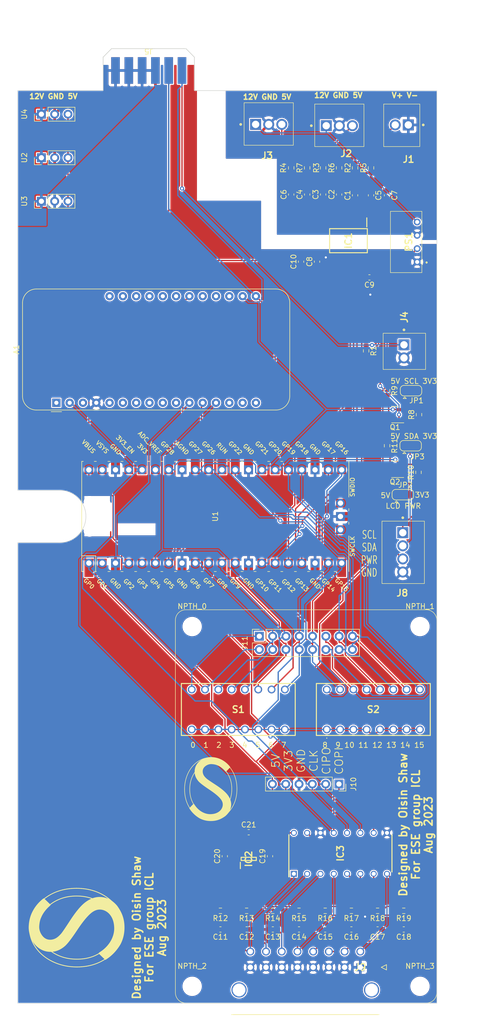
<source format=kicad_pcb>
(kicad_pcb (version 20211014) (generator pcbnew)
  (layers (0 "F.Cu" signal) (31 "B.Cu" signal) (34 "B.Paste" user) (35 "F.Paste" user) (36 "B.SilkS" user "B.Silkscreen") (37 "F.SilkS" user "F.Silkscreen") (38 "B.Mask" user) (39 "F.Mask" user) (44 "Edge.Cuts" user))
  (net 0 "")
  (net 2 "+3.3V")
  (net 4 "GNDD")
  (net 11 "SD_SPI_CLK")
  (net 12 "SD_SPI_MOSI")
  (net 13 "SD_SPI_MISO")
  (net 17 "I2C_SDA")
  (net 18 "I2C_SCL")
  (net 22 "SD_SPI_CS")
  (net 29 "ISO_ADC_AI_1")
  (net 30 "Cell_V-")
  (net 31 "ISO_ADC_AI_2")
  (net 32 "ISO_ADC_AI_3")
  (net 33 "Net-(C4-Pad1)")
  (net 34 "Net-(C5-Pad2)")
  (net 35 "ISO_ADC_CS")
  (net 36 "NTC_ADC_CH0")
  (net 37 "NTC_ADC_CH1")
  (net 38 "NTC_ADC_CH2")
  (net 39 "NTC_ADC_CH3")
  (net 40 "NTC_ADC_CH4")
  (net 41 "NTC_ADC_CH5")
  (net 42 "NTC_ADC_CH6")
  (net 43 "NTC_ADC_CH7")
  (net 44 "3V3_ref_NTC_ADC")
  (net 45 "+5V")
  (net 49 "ADC_SPI_MISO")
  (net 50 "ADC_SPI_MOSI")
  (net 51 "ADC_SPI_CLK")
  (net 53 "NTC_ADC_CS")
  (net 54 "Cell_V+")
  (net 55 "Iso_5V")
  (net 56 "I_sense_0_sig")
  (net 57 "I_sense_1_sig")
  (net 58 "PWM_OE")
  (net 59 "+12V")
  (net 60 "I2C_SCL_SHIFT")
  (net 61 "I2C_SDA_SHIFT")
  (net 62 "LCD_PWR")
  (net 63 "NTC_ADC_CS_00")
  (net 64 "NTC_ADC_CS_01")
  (net 65 "NTC_ADC_CS_02")
  (net 66 "NTC_ADC_CS_03")
  (net 67 "NTC_ADC_CS_04")
  (net 68 "NTC_ADC_CS_05")
  (net 69 "NTC_ADC_CS_06")
  (net 70 "NTC_ADC_CS_07")
  (net 71 "NTC_ADC_CS_08")
  (net 72 "NTC_ADC_CS_09")
  (net 73 "NTC_ADC_CS_10")
  (net 74 "NTC_ADC_CS_11")
  (net 75 "NTC_ADC_CS_12")
  (net 76 "NTC_ADC_CS_13")
  (net 77 "NTC_ADC_CS_14")
  (net 78 "NTC_ADC_CS_15")
  (net 79 "Net-(JP1-Pad1)")
  (net 80 "Net-(JP3-Pad1)")
  (footprint "Package_TO_SOT_SMD:SOT-23" (layer "F.Cu") (at 84.024 81.7808 180)
    (fp_text reference "Q1")
    (fp_text value "BSS138")
  )
  (footprint "Resistor_SMD:R_0603_1608Metric_Pad0.98x0.95mm_HandSolder" (layer "F.Cu") (at 67.248 34.7298 90)
    (fp_text reference "R7")
    (fp_text value "8.06k")
  )
  (footprint "Capacitor_SMD:C_0603_1608Metric_Pad1.08x0.95mm_HandSolder" (layer "F.Cu") (at 67.248 39.8098 90)
    (fp_text reference "C4")
    (fp_text value "1 uF")
  )
  (footprint "Capacitor_SMD:C_0603_1608Metric_Pad1.08x0.95mm_HandSolder" (layer "F.Cu") (at 56.0858 161.4058)
    (fp_text reference "C21")
    (fp_text value "1 uF")
  )
  (footprint "Resistor_SMD:R_0603_1608Metric_Pad0.98x0.95mm_HandSolder" (layer "F.Cu") (at 82.5 77.2088 -90)
    (fp_text reference "R9")
    (fp_text value "5.6k")
  )
  (footprint "SamacSys_Parts:TEA10505" (layer "F.Cu") (at 88.242 52.6698 90)
    (fp_text reference "PS1")
    (fp_text value "TEA_1-0505" hide)
  )
  (footprint "SamacSys_Parts:PXO7805-500-S" (layer "F.Cu") (at 16.5 32.7944 90)
    (fp_text reference "U2")
    (fp_text value "PXO7805-500-S")
  )
  (footprint "SamacSys_Parts:DS01C254S08BE" (layer "F.Cu") (at 45.2059 141.8072)
    (fp_text reference "S1")
    (fp_text value "DS01C-254-S-08BE" hide)
  )
  (footprint "SamacSys_Parts:PXO7805-500-S" (layer "F.Cu") (at 16.5 24.4944 90)
    (fp_text reference "U4")
    (fp_text value "PXO7805-500-S")
  )
  (footprint "Capacitor_SMD:C_0603_1608Metric_Pad1.08x0.95mm_HandSolder" (layer "F.Cu") (at 80.6858 179.9418 180)
    (fp_text reference "C17")
    (fp_text value "10 nF")
  )
  (footprint "Resistor_SMD:R_0603_1608Metric_Pad0.98x0.95mm_HandSolder" (layer "F.Cu") (at 85.6858 176.3858 180)
    (fp_text reference "R19")
    (fp_text value "6.8k")
  )
  (footprint "SamacSys_Parts:1963557" (layer "F.Cu") (at 85.5 104.2888 -90)
    (fp_text reference "J8")
    (fp_text value "LCD" hide)
  )
  (footprint "Resistor_SMD:R_0603_1608Metric_Pad0.98x0.95mm_HandSolder" (layer "F.Cu") (at 60.6858 176.3858 180)
    (fp_text reference "R14")
    (fp_text value "6.8k")
  )
  (footprint "Capacitor_SMD:C_0603_1608Metric_Pad1.08x0.95mm_HandSolder" (layer "F.Cu") (at 70.6858 179.9418 180)
    (fp_text reference "C15")
    (fp_text value "10 nF")
  )
  (footprint "Capacitor_SMD:C_0603_1608Metric_Pad1.08x0.95mm_HandSolder" (layer "F.Cu") (at 73.344 39.8098 90)
    (fp_text reference "C2")
    (fp_text value "10 nF")
  )
  (footprint "Resistor_SMD:R_0603_1608Metric_Pad0.98x0.95mm_HandSolder" (layer "F.Cu") (at 64.2 34.7298 -90)
    (fp_text reference "R4")
    (fp_text value "14k")
  )
  (footprint "SamacSys_Parts:SOT95P280X145-6N" (layer "F.Cu") (at 56.0858 166.4858 90)
    (fp_text reference "IC2")
    (fp_text value "REF3433IDBVR" hide)
  )
  (footprint "Capacitor_SMD:C_0603_1608Metric_Pad1.08x0.95mm_HandSolder" (layer "F.Cu") (at 60.1498 165.9778 90)
    (fp_text reference "C19")
    (fp_text value "10 nF")
  )
  (footprint "Connector_PinSocket_2.54mm:PinSocket_2x08_P2.54mm_Vertical" (layer "F.Cu") (at 58.1109 124.0322 90)
    (fp_text reference "J11")
    (fp_text value "NTC_ADC_CS_Conn")
  )
  (footprint "Capacitor_SMD:C_0603_1608Metric_Pad1.08x0.95mm_HandSolder" (layer "F.Cu") (at 60.6858 179.9418 180)
    (fp_text reference "C13")
    (fp_text value "10 nF")
  )
  (footprint "Connector_PinSocket_2.54mm:PinSocket_1x06_P2.54mm_Vertical" (layer "F.Cu") (at 73.3109 152.2212 -90)
    (fp_text reference "J10")
    (fp_text value "NTC_ADC_Conn")
  )
  (footprint "MountingHole:MountingHole_3.2mm_M3_ISO7380" (layer "F.Cu") (at 88.7858 122.1858)
    (fp_text reference "NPTH_1")
    (fp_text value "MountingHole_3.2mm_M3_ISO7380")
  )
  (footprint "Resistor_SMD:R_0603_1608Metric_Pad0.98x0.95mm_HandSolder" (layer "F.Cu") (at 70.296 34.7298 -90)
    (fp_text reference "R3")
    (fp_text value "14k")
  )
  (footprint "Resistor_SMD:R_0603_1608Metric_Pad0.98x0.95mm_HandSolder" (layer "F.Cu") (at 79.44 34.7298 90)
    (fp_text reference "R5")
    (fp_text value "8.06k")
  )
  (footprint "Capacitor_SMD:C_0603_1608Metric_Pad1.08x0.95mm_HandSolder" (layer "F.Cu") (at 66.08 52.6138 90)
    (fp_text reference "C10")
    (fp_text value "10 nF")
  )
  (footprint "SamacSys_Parts:PXO7805-500-S" (layer "F.Cu") (at 16.5 41.0944 90)
    (fp_text reference "U3")
    (fp_text value "PXO7805-500-S")
  )
  (footprint "Resistor_SMD:R_0603_1608Metric_Pad0.98x0.95mm_HandSolder" (layer "F.Cu") (at 73.344 34.7298 90)
    (fp_text reference "R6")
    (fp_text value "8.06k")
  )
  (footprint "Module:Adafruit_Feather" (layer "F.Cu") (at 19.36 79.52 90)
    (fp_text reference "A1")
    (fp_text value "Adafruit_Feather_Generic")
  )
  (footprint "Capacitor_SMD:C_0603_1608Metric_Pad1.08x0.95mm_HandSolder" (layer "F.Cu") (at 64.2 39.8098 90)
    (fp_text reference "C6")
    (fp_text value "10 nF")
  )
  (footprint "Capacitor_SMD:C_0603_1608Metric_Pad1.08x0.95mm_HandSolder" (layer "F.Cu") (at 51.5138 165.9778 90)
    (fp_text reference "C20")
    (fp_text value "10 nF")
  )
  (footprint "Jumper:SolderJumper-3_P1.3mm_Bridged2Bar12_RoundedPad1.0x1.5mm" (layer "F.Cu") (at 87.072 77.2088)
    (fp_text reference "JP1")
    (fp_text value "TX_0")
  )
  (footprint "MCU_RaspberryPi_and_Boards:RPi_Pico_SMD_TH" (layer "F.Cu") (at 49.7 101.1944 90)
    (fp_text reference "U1")
    (fp_text value "Pico")
  )
  (footprint "SamacSys_Parts:43045-16YY_212223" (layer "F.Cu") (at 77.3891 187.1578)
    (fp_text reference "J9")
    (fp_text value "NTC_Conn" hide)
  )
  (footprint "MountingHole:MountingHole_3.2mm_M3_ISO7380" (layer "F.Cu") (at 45.2858 190.7858)
    (fp_text reference "NPTH_2")
    (fp_text value "MountingHole_3.2mm_M3_ISO7380")
  )
  (footprint "Jumper:SolderJumper-3_P1.3mm_Bridged2Bar12_RoundedPad1.0x1.5mm" (layer "F.Cu") (at 85.5 97.0388)
    (fp_text reference "JP2")
    (fp_text value "RX_0")
  )
  (footprint "Resistor_SMD:R_0603_1608Metric_Pad0.98x0.95mm_HandSolder" (layer "F.Cu") (at 50.6858 176.3858 180)
    (fp_text reference "R12")
    (fp_text value "6.8k")
  )
  (footprint "Resistor_SMD:R_0603_1608Metric_Pad0.98x0.95mm_HandSolder" (layer "F.Cu") (at 82.5 87.7088 -90)
    (fp_text reference "R11")
    (fp_text value "5.6k")
  )
  (footprint "Resistor_SMD:R_0603_1608Metric_Pad0.98x0.95mm_HandSolder" (layer "F.Cu") (at 78.5 69.6263 -90)
    (fp_text reference "R1")
    (fp_text value "14k")
  )
  (footprint "SamacSys_Parts:DS01C254S08BE" (layer "F.Cu") (at 70.9859 141.8072)
    (fp_text reference "S2")
    (fp_text value "DS01C-254-S-08BE" hide)
  )
  (footprint "Resistor_SMD:R_0603_1608Metric_Pad0.98x0.95mm_HandSolder" (layer "F.Cu") (at 76.392 34.7298 -90)
    (fp_text reference "R2")
    (fp_text value "12k")
  )
  (footprint "Resistor_SMD:R_0603_1608Metric_Pad0.98x0.95mm_HandSolder" (layer "F.Cu") (at 70.6858 176.3858 180)
    (fp_text reference "R16")
    (fp_text value "6.8k")
  )
  (footprint "MountingHole:MountingHole_3.2mm_M3_ISO7380" (layer "F.Cu") (at 45.2858 122.1858)
    (fp_text reference "NPTH_0")
    (fp_text value "MountingHole_3.2mm_M3_ISO7380")
  )
  (footprint "MountingHole:MountingHole_3.2mm_M3_ISO7380" (layer "F.Cu") (at 88.7858 190.7858)
    (fp_text reference "NPTH_3")
    (fp_text value "MountingHole_3.2mm_M3_ISO7380")
  )
  (footprint "Resistor_SMD:R_0603_1608Metric_Pad0.98x0.95mm_HandSolder" (layer "F.Cu") (at 75.6858 176.3858 180)
    (fp_text reference "R17")
    (fp_text value "6.8k")
  )
  (footprint "Resistor_SMD:R_0603_1608Metric_Pad0.98x0.95mm_HandSolder" (layer "F.Cu") (at 80.6858 176.3858 180)
    (fp_text reference "R18")
    (fp_text value "6.8k")
  )
  (footprint "Capacitor_SMD:C_0603_1608Metric_Pad1.08x0.95mm_HandSolder" (layer "F.Cu") (at 85.6858 179.9418 180)
    (fp_text reference "C18")
    (fp_text value "10 nF")
  )
  (footprint "Resistor_SMD:R_0603_1608Metric_Pad0.98x0.95mm_HandSolder" (layer "F.Cu") (at 88.596 81.7808 90)
    (fp_text reference "R8")
    (fp_text value "5.6k")
  )
  (footprint "Capacitor_SMD:C_0603_1608Metric_Pad1.08x0.95mm_HandSolder" (layer "F.Cu") (at 79.128 55.6138 180)
    (fp_text reference "C9")
    (fp_text value "22 pF")
  )
  (footprint "Capacitor_SMD:C_0603_1608Metric_Pad1.08x0.95mm_HandSolder" (layer "F.Cu") (at 70.296 39.8098 90)
    (fp_text reference "C3")
    (fp_text value "10 nF")
  )
  (footprint "Capacitor_SMD:C_0603_1608Metric_Pad1.08x0.95mm_HandSolder" (layer "F.Cu") (at 65.6858 179.9418 180)
    (fp_text reference "C14")
    (fp_text value "10 nF")
  )
  (footprint "SamacSys_Parts:TE-7-5530843-5-2x6_edge_connector" (layer "F.Cu") (at 37 11.9944 180)
    (fp_text reference "J5")
    (fp_text value "Backplane_edge_conn")
    (fp_line (start 8.7122 -1.6256) (end 8.7122 -8) (layer "Edge.Cuts") (width 0.12))
    (fp_line (start 8.7122 -1.6256) (end 7.112 0) (layer "Edge.Cuts") (width 0.12))
    (fp_line (start -8.7122 -1.6256) (end -8.7122 -8) (layer "Edge.Cuts") (width 0.12))
    (fp_line (start -8.7122 -1.6256) (end -7.112 0) (layer "Edge.Cuts") (width 0.12))
    (fp_line (start 7.112 0) (end -7.112 0) (layer "Edge.Cuts") (width 0.12))
  )
  (footprint "SamacSys_Parts:1963531" (layer "F.Cu") (at 85.725 68.4638 -90)
    (fp_text reference "J4")
    (fp_text value "T_Fuse" hide)
  )
  (footprint "Capacitor_SMD:C_0603_1608Metric_Pad1.08x0.95mm_HandSolder" (layer "F.Cu") (at 82.488 39.9633 -90)
    (fp_text reference "C7")
    (fp_text value "10 nF")
  )
  (footprint "Capacitor_SMD:C_0603_1608Metric_Pad1.08x0.95mm_HandSolder" (layer "F.Cu") (at 76.392 39.9633 90)
    (fp_text reference "C1")
    (fp_text value "10 nF")
  )
  (footprint "Package_TO_SOT_SMD:SOT-23" (layer "F.Cu") (at 84 92.2088 180)
    (fp_text reference "Q2")
    (fp_text value "BSS138")
  )
  (footprint "Resistor_SMD:R_0603_1608Metric_Pad0.98x0.95mm_HandSolder" (layer "F.Cu") (at 65.6858 176.3858 180)
    (fp_text reference "R15")
    (fp_text value "6.8k")
  )
  (footprint "Capacitor_SMD:C_0603_1608Metric_Pad1.08x0.95mm_HandSolder" (layer "F.Cu") (at 75.6858 179.9418 180)
    (fp_text reference "C16")
    (fp_text value "10 nF")
  )
  (footprint "SamacSys_Parts:SOP65P778X199-20N" (layer "F.Cu") (at 75.128 48.6138 -90)
    (fp_text reference "IC1")
    (fp_text value "MAX22531AAP+" hide)
  )
  (footprint "SamacSys_Parts:1963531" (layer "F.Cu") (at 86.552 26.5388 180)
    (fp_text reference "J1")
    (fp_text value "Cell_V" hide)
  )
  (footprint "Resistor_SMD:R_0603_1608Metric_Pad0.98x0.95mm_HandSolder" (layer "F.Cu") (at 55.6858 176.3858 180)
    (fp_text reference "R13")
    (fp_text value "6.8k")
  )
  (footprint "Capacitor_SMD:C_0603_1608Metric_Pad1.08x0.95mm_HandSolder" (layer "F.Cu") (at 69.128 52.6138 90)
    (fp_text reference "C8")
    (fp_text value "1 uF")
  )
  (footprint "Resistor_SMD:R_0603_1608Metric_Pad0.98x0.95mm_HandSolder" (layer "F.Cu") (at 88.5 92.7888 90)
    (fp_text reference "R10")
    (fp_text value "5.6k")
  )
  (footprint "SamacSys_Parts:DIP781W56P254L1918H533Q16N" (layer "F.Cu") (at 73.5898 165.4292 90)
    (fp_text reference "IC3")
    (fp_text value "MCP3304-CI_P" hide)
  )
  (footprint "Capacitor_SMD:C_0603_1608Metric_Pad1.08x0.95mm_HandSolder" (layer "F.Cu") (at 79.44 39.9633 -90)
    (fp_text reference "C5")
    (fp_text value "1 uF")
  )
  (footprint "Capacitor_SMD:C_0603_1608Metric_Pad1.08x0.95mm_HandSolder" (layer "F.Cu") (at 50.6858 179.9418 180)
    (fp_text reference "C11")
    (fp_text value "10 nF")
  )
  (footprint "SamacSys_Parts:1963544" (layer "F.Cu") (at 57.403 26.4388)
    (fp_text reference "J3")
    (fp_text value "I_sense_1" hide)
  )
  (footprint "Jumper:SolderJumper-3_P1.3mm_Bridged2Bar12_RoundedPad1.0x1.5mm" (layer "F.Cu") (at 87 87.7088)
    (fp_text reference "JP3")
    (fp_text value "RX_0")
  )
  (footprint "SamacSys_Parts:1963544" (layer "F.Cu") (at 70.884 26.6888)
    (fp_text reference "J2")
    (fp_text value "I_sense_0" hide)
  )
  (footprint "Capacitor_SMD:C_0603_1608Metric_Pad1.08x0.95mm_HandSolder" (layer "F.Cu") (at 55.6858 179.9418 180)
    (fp_text reference "C12")
    (fp_text value "10 nF")
  )
  (gr_line (start 53.834441 153.168049) (end 53.834441 153.168049) (layer "F.SilkS") (width 0.100427))
  (gr_line (start 21.568412 185.45904) (end 21.806599 185.499351) (layer "F.SilkS") (width 0.150641))
  (gr_line (start 45.281118 155.519792) (end 45.376943 155.722505) (layer "F.SilkS") (width 0.100427))
  (gr_line (start 17.430516 183.277884) (end 17.578433 183.432779) (layer "F.SilkS") (width 0.150641))
  (gr_line (start 30.424269 180.812894) (end 30.481598 180.522694) (layer "F.SilkS") (width 0.150641))
  (gr_line (start 53.834441 153.168049) (end 53.828769 153.478595) (layer "F.SilkS") (width 0.100427))
  (gr_line (start 47.303521 148.662809) (end 47.182737 148.727265) (layer "F.SilkS") (width 0.100427))
  (gr_line (start 28.606631 175.443061) (end 28.444154 175.303255) (layer "F.SilkS") (width 0.150641))
  (gr_line (start 47.803753 147.285833) (end 47.9619 147.251466) (layer "F.SilkS") (width 0.100427))
  (gr_line (start 28.218487 173.321774) (end 28.57729 173.53449) (layer "F.SilkS") (width 0.150641))
  (gr_line (start 51.407187 156.966503) (end 51.506946 156.865586) (layer "F.SilkS") (width 0.100427))
  (gr_line (start 91.985786 120.985786) (end 91.985786 191.985786) (layer "F.SilkS") (width 0.1))
  (gr_line (start 51.817714 158.017105) (end 51.619533 158.187726) (layer "F.SilkS") (width 0.100427))
  (gr_line (start 14.79227 182.295777) (end 14.693856 182.069523) (layer "F.SilkS") (width 0.150641))
  (gr_line (start 44.829376 153.474253) (end 44.843065 153.72119) (layer "F.SilkS") (width 0.100427))
  (gr_line (start 14.387556 178.135599) (end 14.478873 177.76852) (layer "F.SilkS") (width 0.150641))
  (gr_line (start 14.693856 182.069523) (end 14.604814 181.841075) (layer "F.SilkS") (width 0.150641))
  (gr_line (start 52.721208 151.875148) (end 52.686064 151.722818) (layer "F.SilkS") (width 0.100427))
  (gr_line (start 19.253934 186.336248) (end 18.986173 186.22439) (layer "F.SilkS") (width 0.150641))
  (gr_line (start 51.406024 147.991824) (end 51.612272 148.1474) (layer "F.SilkS") (width 0.100427))
  (gr_line (start 51.612272 148.1474) (end 51.813025 148.316505) (layer "F.SilkS") (width 0.100427))
  (gr_line (start 16.041704 178.43775) (end 15.999163 178.63114) (layer "F.SilkS") (width 0.150641))
  (gr_line (start 25.506842 186.879542) (end 25.082338 186.956121) (layer "F.SilkS") (width 0.150641))
  (gr_line (start 44.795933 156.753177) (end 44.654124 156.515794) (layer "F.SilkS") (width 0.100427))
  (gr_line (start 52.834909 153.671809) (end 52.845246 153.505829) (layer "F.SilkS") (width 0.100427))
  (gr_line (start 20.645695 185.235781) (end 20.87187 185.300898) (layer "F.SilkS") (width 0.150641))
  (gr_line (start 23.723921 173.580334) (end 23.472039 173.571031) (layer "F.SilkS") (width 0.150641))
  (gr_line (start 45.031536 151.604462) (end 44.992259 151.757248) (layer "F.SilkS") (width 0.100427))
  (gr_line (start 20.87187 185.300898) (end 21.101048 185.359814) (layer "F.SilkS") (width 0.150641))
  (gr_line (start 43.979107 154.694444) (end 43.928055 154.41144) (layer "F.SilkS") (width 0.100427))
  (gr_line (start 27.088569 172.785733) (end 27.474126 172.947396) (layer "F.SilkS") (width 0.150641))
  (gr_line (start 19.559862 184.817175) (end 19.771024 184.913299) (layer "F.SilkS") (width 0.150641))
  (gr_line (start 28.102549 175.03839) (end 27.923419 174.913332) (layer "F.SilkS") (width 0.150641))
  (gr_line (start 14.900056 182.519838) (end 14.79227 182.295777) (layer "F.SilkS") (width 0.150641))
  (gr_line (start 53.630237 151.381946) (end 53.692633 151.664009) (layer "F.SilkS") (width 0.100427))
  (gr_line (start 19.133446 174.567956) (end 18.939666 174.678642) (layer "F.SilkS") (width 0.150641))
  (gr_line (start 44.86588 153.963214) (end 44.897821 154.200324) (layer "F.SilkS") (width 0.100427))
  (gr_line (start 26.729034 186.547705) (end 26.330191 186.675334) (layer "F.SilkS") (width 0.150641))
  (gr_line (start 47.837924 159.061791) (end 47.597261 159.00064) (layer "F.SilkS") (width 0.100427))
  (gr_line (start 24.462095 173.645453) (end 24.218949 173.617545) (layer "F.SilkS") (width 0.150641))
  (gr_line (start 23.298779 185.610983) (end 23.676556 185.604138) (layer "F.SilkS") (width 0.150641))
  (gr_line (start 44.115246 155.243342) (end 44.041504 154.971744) (layer "F.SilkS") (width 0.100427))
  (gr_line (start 32.180164 180.346186) (end 32.129205 180.722609) (layer "F.SilkS") (width 0.150641))
  (gr_line (start 44.897821 154.200324) (end 44.938888 154.43252) (layer "F.SilkS") (width 0.100427))
  (gr_line (start 29.736327 182.436565) (end 29.891933 182.179945) (layer "F.SilkS") (width 0.150641))
  (gr_line (start 48.819793 158.060086) (end 48.819793 158.060086) (layer "F.SilkS") (width 0.100427))
  (gr_line (start 15.239842 176.056783) (end 15.452914 175.739167) (layer "F.SilkS") (width 0.150641))
  (gr_line (start 53.556496 151.106132) (end 53.630237 151.381946) (layer "F.SilkS") (width 0.100427))
  (gr_line (start 18.563217 173.126077) (end 18.939447 172.947396) (layer "F.SilkS") (width 0.150641))
  (gr_line (start 44.041504 154.971744) (end 43.979107 154.694444) (layer "F.SilkS") (width 0.100427))
  (gr_line (start 47.131366 158.837572) (end 46.906133 158.735655) (layer "F.SilkS") (width 0.100427))
  (gr_line (start 52.686064 151.722818) (end 52.646784 151.57255) (layer "F.SilkS") (width 0.100427))
  (gr_line (start 20.202354 185.086943) (end 20.422523 185.164463) (layer "F.SilkS") (width 0.150641))
  (gr_line (start 29.81513 176.914215) (end 29.705613 176.735798) (layer "F.SilkS") (width 0.150641))
  (gr_line (start 44.296763 155.769431) (end 44.200332 155.509238) (layer "F.SilkS") (width 0.100427))
  (gr_line (start 27.634961 184.454244) (end 27.916918 184.269438) (layer "F.SilkS") (width 0.150641))
  (gr_line (start 28.57729 173.53449) (end 28.927176 173.764222) (layer "F.SilkS") (width 0.150641))
  (gr_line (start 50.292345 147.41687) (end 50.526073 147.504804) (layer "F.SilkS") (width 0.100427))
  (gr_line (start 19.151283 184.609028) (end 19.352888 184.715521) (layer "F.SilkS") (width 0.150641))
  (gr_line (start 47.647799 157.863531) (end 47.833803 157.923589) (layer "F.SilkS") (width 0.100427))
  (gr_line (start 30.490834 175.121631) (end 30.746766 175.418902) (layer "F.SilkS") (width 0.150641))
  (gr_line (start 44.957706 149.352178) (end 45.061323 149.202851) (layer "F.SilkS") (width 0.100427))
  (gr_line (start 29.927788 184.637931) (end 29.611843 184.91406) (layer "F.SilkS") (width 0.150641))
  (gr_line (start 51.784093 149.834158) (end 51.69341 149.722261) (layer "F.SilkS") (width 0.100427))
  (gr_line (start 45.061323 149.202851) (end 45.168671 149.058316) (layer "F.SilkS") (width 0.100427))
  (gr_poly (pts (xy 49.007171 147.17783) (xy 49.226483 147.193024) (xy 49.336129 147.204122) (xy 49.44564 147.217629) (xy 49.554923 147.233603) (xy 49.663882 147.252098) (xy 49.772422 147.273173) (xy 49.880449 147.296883) (xy 49.987867 147.323285) (xy 50.094582 147.352436) (xy 50.200498 147.384392) (xy 50.305521 147.41921) (xy 50.409556 147.456946) (xy 50.512508 147.497656) (xy 50.614281 147.541398) (xy 50.714782 147.588227) (xy 50.817274 147.638369) (xy 50.921339 147.692394) (xy 51.026809 147.750539) (xy 51.133515 147.813041) (xy 51.241289 147.880137) (xy 51.349963 147.952066) (xy 51.45937 148.029063) (xy 51.569339 148.111367) (xy 51.679704 148.199215) (xy 51.790295 148.292843) (xy 51.900946 148.39249) (xy 52.011486 148.498392) (xy 52.121749 148.610787) (xy 52.231566 148.729912) (xy 52.340768 148.856004) (xy 52.449188 148.9893) (xy 51.715041 149.750481) (xy 51.623523 149.643053) (xy 51.52947 149.539764) (xy 51.433291 149.440702) (xy 51.335389 149.345952) (xy 51.236172 149.255602) (xy 51.136046 149.16974) (xy 51.035417 149.08845) (xy 50.93469 149.011821) (xy 50.834272 148.939939) (xy 50.734569 148.87289) (xy 50.635987 148.810762) (xy 50.538931 148.753642) (xy 50.443809 148.701616) (xy 50.351026 148.65477) (xy 50.260989 148.613193) (xy 50.174102 148.57697) (xy 50.10913 148.546582) (xy 50.04279 148.518473) (xy 49.975175 148.492556) (xy 49.906381 148.468744) (xy 49.836503 148.44695) (xy 49.765635 148.427088) (xy 49.693873 148.409072) (xy 49.621311 148.392814) (xy 49.548044 148.378228) (xy 49.474167 148.365227) (xy 49.324962 148.343635) (xy 49.174456 148.327345) (xy 49.023406 148.315663) (xy 48.925988 148.312285) (xy 48.829861 148.314444) (xy 48.735156 148.321872) (xy 48.642001 148.334301) (xy 48.550526 148.351464) (xy 48.460861 148.373094) (xy 48.373134 148.398923) (xy 48.287475 148.428683) (xy 48.204013 148.462108) (xy 48.122878 148.498929) (xy 48.044199 148.538879) (xy 47.968105 148.581691) (xy 47.894726 148.627098) (xy 47.82419 148.674831) (xy 47.756628 148.724623) (xy 47.692169 148.776208) (xy 47.632347 148.829343) (xy 47.576407 148.883967) (xy 47.524347 148.940085) (xy 47.476162 148.9977) (xy 47.43185 149.056815) (xy 47.391408 149.117435) (xy 47.354832 149.179564) (xy 47.32212 149.243205) (xy 47.293268 149.308361) (xy 47.268273 149.375038) (xy 47.247132 149.443238) (xy 47.229842 149.512965) (xy 47.216399 149.584224) (xy 47.206801 149.657018) (xy 47.201045 149.73135) (xy 47.199127 149.807225) (xy 47.199816 149.853704) (xy 47.201884 149.900002) (xy 47.20533 149.946117) (xy 47.210156 149.992051) (xy 47.21636 150.037802) (xy 47.223942 150.083372) (xy 47.232904 150.12876) (xy 47.243244 150.173966) (xy 47.254962 150.21899) (xy 47.268059 150.263832) (xy 47.282535 150.308492) (xy 47.29839 150.35297) (xy 47.315623 150.397267) (xy 47.334235 150.441381) (xy 47.354225 150.485314) (xy 47.375594 150.529065) (xy 47.39879 150.572967) (xy 47.424261 150.617354) (xy 47.452007 150.662226) (xy 47.482027 150.707583) (xy 47.514322 150.753426) (xy 47.548892 150.799753) (xy 47.585737 150.846566) (xy 47.624856 150.893864) (xy 47.66625 150.941647) (xy 47.709919 150.989916) (xy 47.755863 151.038669) (xy 47.804081 151.087907) (xy 47.854573 151.137631) (xy 47.90734 151.187839) (xy 47.962382 151.238533) (xy 48.019698 151.289712) (xy 48.101869 151.35508) (xy 48.220434 151.442521) (xy 48.375395 151.552034) (xy 48.566753 151.68362) (xy 48.794507 151.837278) (xy 49.058657 152.013009) (xy 49.359205 152.210812) (xy 49.696151 152.430688) (xy 50.100927 152.700528) (xy 50.472613 152.962849) (xy 50.811211 153.217652) (xy 51.116721 153.464935) (xy 51.257069 153.585757) (xy 51.389144 153.704699) (xy 51.512947 153.821762) (xy 51.628479 153.936944) (xy 51.735739 154.050247) (xy 51.834727 154.16167) (xy 51.925443 154.271213) (xy 52.007888 154.378876) (xy 52.083747 154.48563) (xy 52.154712 154.592444) (xy 52.220783 154.699319) (xy 52.28196 154.806255) (xy 52.338242 154.913252) (xy 52.389631 155.020309) (xy 52.436125 155.127426) (xy 52.477725 155.234605) (xy 52.514431 155.341844) (xy 52.546243 155.449144) (xy 52.573161 155.556504) (xy 52.595185 155.663925) (xy 52.612314 155.771407) (xy 52.624549 155.878949) (xy 52.631891 155.986552) (xy 52.634338 156.094216) (xy 52.630133 156.248177) (xy 52.617518 156.399592) (xy 52.596494 156.548459) (xy 52.567061 156.69478) (xy 52.529217 156.838554) (xy 52.482964 156.979781) (xy 52.428301 157.118461) (xy 52.365228 157.254594) (xy 52.293745 157.38818) (xy 52.213853 157.51922) (xy 52.125551 157.647713) (xy 52.028839 157.773659) (xy 51.923717 157.897059) (xy 51.810185 158.017911) (xy 51.688243 158.136217) (xy 51.557891 158.251977) (xy 51.413958 158.353275) (xy 51.269727 158.449448) (xy 51.124726 158.540335) (xy 50.978483 158.625775) (xy 50.830526 158.705609) (xy 50.680385 158.779675) (xy 50.527586 158.847813) (xy 50.371658 158.909864) (xy 50.212129 158.965666) (xy 50.048528 159.01506) (xy 49.880384 159.057884) (xy 49.707223 159.093979) (xy 49.528574 159.123184) (xy 49.343967 159.145338) (xy 49.152928 159.160282) (xy 48.954986 159.167855) (xy 48.801369 159.168637) (xy 48.650582 159.165106) (xy 48.502523 159.157298) (xy 48.357093 159.145249) (xy 48.214191 159.128993) (xy 48.073717 159.108566) (xy 47.935572 159.084003) (xy 47.799653 159.05534) (xy 47.665862 159.022612) (xy 47.534099 158.985854) (xy 47.404262 158.945102) (xy 47.276251 158.900391) (xy 47.149967 158.851756) (xy 47.02531 158.799233) (xy 46.902178 158.742857) (xy 46.780471 158.682664) (xy 46.659131 158.610144) (xy 46.535844 158.532254) (xy 46.411053 158.448928) (xy 46.285207 158.360103) (xy 46.158749 158.265714) (xy 46.032127 158.165697) (xy 45.905784 158.059988) (xy 45.780168 157.948521) (xy 45.655723 157.831233) (xy 45.532896 157.708059) (xy 45.412132 157.578935) (xy 45.293877 157.443797) (xy 45.178576 157.30258) (xy 45.066676 157.15522) (xy 44.958621 157.001652) (xy 44.854859 156.841815) (xy 45.581283 156.090844) (xy 45.664892 156.223283) (xy 45.75091 156.35065) (xy 45.839212 156.472996) (xy 45.929672 156.590369) (xy 46.022167 156.702819) (xy 46.116569 156.810394) (xy 46.212756 156.913145) (xy 46.310602 157.01112) (xy 46.409981 157.104369) (xy 46.510768 157.192941) (xy 46.71607 157.35625) (xy 46.925506 157.501442) (xy 47.138076 157.628911) (xy 47.352781 157.739051) (xy 47.56862 157.832256) (xy 47.784593 157.908921) (xy 47.9997 157.969439) (xy 48.212941 158.014205) (xy 48.423316 158.043613) (xy 48.629824 158.058057) (xy 48.831466 158.057931) (xy 48.993397 158.049235) (xy 49.152878 158.034718) (xy 49.231697 158.025102) (xy 49.309902 158.013821) (xy 49.38749 158.000805) (xy 49.464462 157.985983) (xy 49.540815 157.969287) (xy 49.616549 157.950646) (xy 49.691664 157.92999) (xy 49.766158 157.907248) (xy 49.84003 157.882352) (xy 49.913279 157.855231) (xy 49.985905 157.825815) (xy 50.057906 157.794034) (xy 50.128529 157.759379) (xy 50.197015 157.723329) (xy 50.263364 157.685885) (xy 50.327575 157.647046) (xy 50.38965 157.606813) (xy 50.449587 157.565185) (xy 50.507387 157.522162) (xy 50.563051 157.477744) (xy 50.616577 157.431932) (xy 50.667966 157.384725) (xy 50.717218 157.336123) (xy 50.764334 157.286127) (xy 50.809312 157.234736) (xy 50.852154 157.18195) (xy 50.892858 157.127769) (xy 50.931426 157.072194) (xy 50.967754 157.015709) (xy 51.001738 156.958799) (xy 51.033379 156.901466) (xy 51.062676 156.843707) (xy 51.089629 156.785525) (xy 51.114238 156.726918) (xy 51.136504 156.667886) (xy 51.156427 156.60843) (xy 51.174005 156.54855) (xy 51.18924 156.488245) (xy 51.202131 156.427515) (xy 51.212678 156.366361) (xy 51.220882 156.304783) (xy 51.226742 156.24278) (xy 51.230257 156.180353) (xy 51.231429 156.117501) (xy 51.229706 156.045796) (xy 51.224536 155.974273) (xy 51.215919 155.902932) (xy 51.203855 155.831773) (xy 51.188345 155.760795) (xy 51.169387 155.69) (xy 51.146984 155.619387) (xy 51.121133 155.548955) (xy 51.091836 155.478705) (xy 51.059092 155.408638) (xy 51.022902 155.338752) (xy 50.983265 155.269048) (xy 50.940182 155.199526) (xy 50.893652 155.130186) (xy 50.843675 155.061027) (xy 50.790252 154.992051) (xy 50.710222 154.895758) (xy 50.622334 154.797039) (xy 50.526586 154.695894) (xy 50.42298 154.592324) (xy 50.311516 154.486329) (xy 50.192193 154.377907) (xy 50.065011 154.267061) (xy 49.929971 154.153788) (xy 49.787073 154.03809) (xy 49.636316 153.919966) (xy 49.477701 153.799417) (xy 49.311228 153.676442) (xy 49.136897 153.551042) (xy 48.954708 153.423216) (xy 48.764661 153.292964) (xy 48.566757 153.160287) (xy 48.180044 152.899905) (xy 47.831657 152.6582) (xy 47.521597 152.435172) (xy 47.249864 152.23082) (xy 47.016458 152.045146) (xy 46.821379 151.878148) (xy 46.664627 151.729827) (xy 46.600624 151.66267) (xy 46.546203 151.600182) (xy 46.462863 151.498764) (xy 46.384901 151.396315) (xy 46.312315 151.292836) (xy 46.245106 151.188325) (xy 46.183274 151.082784) (xy 46.126818 150.976211) (xy 46.07574 150.868608) (xy 46.030038 150.759975) (xy 45.989713 150.65031) (xy 45.954765 150.539614) (xy 45.925193 150.427888) (xy 45.900999 150.315131) (xy 45.88218 150.201343) (xy 45.868739 150.086524) (xy 45.860674 149.970675) (xy 45.857986 149.853795) (xy 45.859571 149.76117) (xy 45.864327 149.669575) (xy 45.872254 149.579012) (xy 45.883352 149.489479) (xy 45.89762 149.400977) (xy 45.91506 149.313507) (xy 45.93567 149.227067) (xy 45.959451 149.141657) (xy 45.986403 149.057279) (xy 46.016526 148.973932) (xy 46.04982 148.891615) (xy 46.086285 148.81033) (xy 46.125921 148.730075) (xy 46.168727 148.650851) (xy 46.214705 148.572658) (xy 46.263854 148.495495) (xy 46.315864 148.419879) (xy 46.370425 148.346324) (xy 46.427535 148.274831) (xy 46.487197 148.2054) (xy 46.549409 148.13803) (xy 46.614171 148.072723) (xy 46.681484 148.009477) (xy 46.751348 147.948292) (xy 46.823762 147.88917) (xy 46.898726 147.832109) (xy 46.976241 147.77711) (xy 47.056305 147.724173) (xy 47.138921 147.673297) (xy 47.224086 147.624483) (xy 47.311802 147.57773) (xy 47.402068 147.53304) (xy 47.495193 147.489518) (xy 47.589276 147.44829) (xy 47.684318 147.409475) (xy 47.780318 147.373189) (xy 47.877277 147.33955) (xy 47.975195 147.308675) (xy 48.074073 147.280683) (xy 48.173909 147.25569) (xy 48.274706 147.233814) (xy 48.376463 147.215172) (xy 48.479179 147.199883) (xy 48.582856 147.188063) (xy 48.687494 147.17983) (xy 48.793092 147.175302) (xy 48.899651 147.174597)) (layer "F.SilkS") (width 0.2) (fill solid))
  (gr_line (start 23.472039 173.571031) (end 23.217245 173.56793) (layer "F.SilkS") (width 0.150641))
  (gr_line (start 29.600193 174.27474) (end 29.600193 174.27474) (layer "F.SilkS") (width 0.150641))
  (gr_line (start 23.757499 187.083751) (end 23.298779 187.09226) (layer "F.SilkS") (width 0.150641))
  (gr_line (start 23.298779 185.610983) (end 23.298779 185.610983) (layer "F.SilkS") (width 0.150641))
  (gr_line (start 43.837295 153.222401) (end 43.837295 153.222401) (layer "F.SilkS") (width 0.100427))
  (gr_line (start 17.269453 185.256218) (end 17.052651 185.095196) (layer "F.SilkS") (width 0.150641))
  (gr_line (start 18.196359 173.321774) (end 18.563217 173.126077) (layer "F.SilkS") (width 0.150641))
  (gr_line (start 19.743405 174.265652) (end 19.536568 174.361784) (layer "F.SilkS") (width 0.150641))
  (gr_line (start 48.819793 148.291535) (end 48.819793 148.291535) (layer "F.SilkS") (width 0.100427))
  (gr_line (start 14.525146 181.610434) (end 14.45485 181.3776) (layer "F.SilkS") (width 0.150641))
  (gr_line (start 15.279652 183.17886) (end 15.143747 182.96138) (layer "F.SilkS") (width 0.150641))
  (gr_line (start 50.754304 147.606267) (end 50.97704 147.721258) (layer "F.SilkS") (width 0.100427))
  (gr_line (start 18.955046 184.497694) (end 19.151283 184.609028) (layer "F.SilkS") (width 0.150641))
  (gr_line (start 53.017619 156.502206) (end 52.875809 156.741409) (layer "F.SilkS") (width 0.100427))
  (gr_line (start 26.733397 174.265652) (end 26.519371 174.175722) (layer "F.SilkS") (width 0.150641))
  (gr_line (start 51.189322 149.214644) (end 51.078369 149.123494) (layer "F.SilkS") (width 0.100427))
  (gr_line (start 50.484048 148.72726) (end 50.361473 148.662803) (layer "F.SilkS") (width 0.100427))
  (gr_line (start 29.705613 176.735798) (end 29.588543 176.559347) (layer "F.SilkS") (width 0.150641))
  (gr_line (start 31.964999 177.709454) (end 32.057134 178.066626) (layer "F.SilkS") (width 0.150641))
  (gr_line (start 52.504139 151.134123) (end 52.44832 150.992106) (layer "F.SilkS") (width 0.100427))
  (gr_line (start 28.927176 173.764222) (end 29.268143 174.010972) (layer "F.SilkS") (width 0.150641))
  (gr_line (start 50.133772 157.808326) (end 50.257959 157.755457) (layer "F.SilkS") (width 0.100427))
  (gr_line (start 51.603427 156.760969) (end 51.696632 156.652651) (layer "F.SilkS") (width 0.100427))
  (gr_line (start 45.174173 151.158118) (end 45.122493 151.304898) (layer "F.SilkS") (width 0.100427))
  (gr_line (start 22.047788 185.533461) (end 22.29198 185.561369) (layer "F.SilkS") (width 0.150641))
  (gr_poly (pts (xy 44.854859 156.841815) (xy 44.854858 156.841817) (xy 44.854858 156.841813)) (layer "F.SilkS") (width 0.2) (fill solid))
  (gr_line (start 52.008282 148.499138) (end 52.198043 148.695299) (layer "F.SilkS") (width 0.100427))
  (gr_line (start 32.210739 179.962048) (end 32.180164 180.346186) (layer "F.SilkS") (width 0.150641))
  (gr_line (start 52.324279 150.714261) (end 52.257244 150.578158) (layer "F.SilkS") (width 0.100427))
  (gr_line (start 52.324279 150.714261) (end 52.324279 150.714261) (layer "F.SilkS") (width 0.100427))
  (gr_line (start 52.035871 150.190597) (end 51.955323 150.068326) (layer "F.SilkS") (width 0.100427))
  (gr_line (start 25.922793 186.785947) (end 25.506842 186.879542) (layer "F.SilkS") (width 0.150641))
  (gr_line (start 52.010904 157.832834) (end 51.817714 158.017105) (layer "F.SilkS") (width 0.100427))
  (gr_line (start 52.199102 157.634914) (end 52.010904 157.832834) (layer "F.SilkS") (width 0.100427))
  (gr_line (start 23.676556 185.604138) (end 24.046963 185.583605) (layer "F.SilkS") (width 0.150641))
  (gr_line (start 48.615133 158.054626) (end 48.819793 158.060086) (layer "F.SilkS") (width 0.100427))
  (gr_line (start 26.114614 185.172931) (end 26.433425 185.056573) (layer "F.SilkS") (width 0.150641))
  (gr_line (start 46.486702 149.215194) (end 46.380212 149.310226) (layer "F.SilkS") (width 0.100427))
  (gr_line (start 51.296897 149.309251) (end 51.189322 149.214644) (layer "F.SilkS") (width 0.100427))
  (gr_line (start 25.174061 173.766391) (end 24.939651 173.719876) (layer "F.SilkS") (width 0.150641))
  (gr_line (start 20.538096 172.402848) (end 20.96119 172.309254) (layer "F.SilkS") (width 0.150641))
  (gr_line (start 19.332414 174.462336) (end 19.133446 174.567956) (layer "F.SilkS") (width 0.150641))
  (gr_line (start 23.042575 185.607882) (end 23.298779 185.610983) (layer "F.SilkS") (width 0.150641))
  (gr_line (start 14.243962 180.180532) (end 14.229903 179.934539) (layer "F.SilkS") (width 0.150641))
  (gr_line (start 44.843418 152.715999) (end 44.833082 152.882798) (layer "F.SilkS") (width 0.100427))
  (gr_line (start 50.964038 149.035803) (end 50.846328 148.951569) (layer "F.SilkS") (width 0.100427))
  (gr_line (start 18.216414 175.172063) (end 18.048568 175.308087) (layer "F.SilkS") (width 0.150641))
  (gr_line (start 14.316533 178.510921) (end 14.387556 178.135599) (layer "F.SilkS") (width 0.150641))
  (gr_line (start 17.150788 182.953575) (end 17.287968 183.118149) (layer "F.SilkS") (width 0.150641))
  (gr_line (start 16.09198 178.245721) (end 16.041704 178.43775) (layer "F.SilkS") (width 0.150641))
  (gr_line (start 46.591215 147.785714) (end 46.737665 147.701359) (layer "F.SilkS") (width 0.100427))
  (gr_line (start 14.267394 180.424332) (end 14.243962 180.180532) (layer "F.SilkS") (width 0.150641))
  (gr_line (start 50.113601 148.54936) (end 49.988304 148.500373) (layer "F.SilkS") (width 0.100427))
  (gr_line (start 52.186831 150.445513) (end 52.11304 150.316326) (layer "F.SilkS") (width 0.100427))
  (gr_line (start 16.091988 180.967751) (end 16.149999 181.155357) (layer "F.SilkS") (width 0.150641))
  (gr_line (start 15.424929 183.394148) (end 15.424929 183.394148) (layer "F.SilkS") (width 0.150641))
  (gr_line (start 28.45872 183.858755) (end 28.45872 183.858755) (layer "F.SilkS") (width 0.150641))
  (gr_line (start 46.302703 147.973168) (end 46.302703 147.973168) (layer "F.SilkS") (width 0.100427))
  (gr_line (start 45.567006 150.32658) (end 45.492783 150.457404) (layer "F.SilkS") (width 0.100427))
  (gr_line (start 51.619533 158.187726) (end 51.416361 158.344697) (layer "F.SilkS") (width 0.100427))
  (gr_line (start 47.647068 147.326449) (end 47.803753 147.285833) (layer "F.SilkS") (width 0.100427))
  (gr_line (start 30.555306 179.618513) (end 30.555306 179.618513) (layer "F.SilkS") (width 0.150641))
  (gr_line (start 43.928055 154.41144) (end 43.888347 154.122735) (layer "F.SilkS") (width 0.100427))
  (gr_line (start 52.558153 149.124565) (end 52.722653 149.350391) (layer "F.SilkS") (width 0.100427))
  (gr_line (start 29.375976 182.933015) (end 29.564341 182.687588) (layer "F.SilkS") (width 0.150641))
  (gr_line (start 16.822659 174.27474) (end 16.822659 174.27474) (layer "F.SilkS") (width 0.150641))
  (gr_line (start 19.720026 172.641087) (end 20.124375 172.513459) (layer "F.SilkS") (width 0.150641))
  (gr_line (start 15.964357 178.825892) (end 15.937286 179.022005) (layer "F.SilkS") (width 0.150641))
  (gr_line (start 31.719305 177.017572) (end 31.852389 177.359769) (layer "F.SilkS") (width 0.150641))
  (gr_line (start 44.876494 152.388407) (end 44.857889 152.551202) (layer "F.SilkS") (width 0.100427))
  (gr_line (start 48.819793 148.291535) (end 48.819793 148.291539) (layer "F.SilkS") (width 0.100427))
  (gr_poly (pts (xy 14.231922 179.337446) (xy 14.254713 179.008477) (xy 14.27136 178.844009) (xy 14.291621 178.679742) (xy 14.315581 178.515818) (xy 14.343324 178.35238) (xy 14.374936 178.18957) (xy 14.410502 178.02753) (xy 14.450105 177.866402) (xy 14.493831 177.70633) (xy 14.541765 177.547456) (xy 14.593992 177.389921) (xy 14.650595 177.233869) (xy 14.711661 177.079441) (xy 14.777273 176.92678) (xy 14.847517 176.776029) (xy 14.92273 176.622292) (xy 15.003768 176.466194) (xy 15.090985 176.30799) (xy 15.184738 176.14793) (xy 15.285383 175.986269) (xy 15.393276 175.823257) (xy 15.508772 175.659148) (xy 15.632228 175.494194) (xy 15.763999 175.328647) (xy 15.904442 175.162759) (xy 16.053912 174.996784) (xy 16.212765 174.830973) (xy 16.381357 174.665579) (xy 16.560045 174.500854) (xy 16.749183 174.33705) (xy 16.949128 174.174421) (xy 18.090899 175.27564) (xy 17.929756 175.412918) (xy 17.774823 175.553997) (xy 17.626229 175.698267) (xy 17.484105 175.845119) (xy 17.348581 175.993944) (xy 17.219786 176.144133) (xy 17.097852 176.295078) (xy 16.982908 176.446168) (xy 16.875085 176.596795) (xy 16.774512 176.746349) (xy 16.681321 176.894223) (xy 16.59564 177.039805) (xy 16.517601 177.182488) (xy 16.447333 177.321663) (xy 16.384966 177.45672) (xy 16.330632 177.587049) (xy 16.28505 177.684507) (xy 16.242887 177.784018) (xy 16.204011 177.88544) (xy 16.168292 177.988631) (xy 16.135602 178.093448) (xy 16.105809 178.19975) (xy 16.078785 178.307394) (xy 16.054398 178.416237) (xy 16.032519 178.526137) (xy 16.013018 178.636953) (xy 15.98063 178.86076) (xy 15.956194 179.086519) (xy 15.938671 179.313093) (xy 15.933605 179.459221) (xy 15.936843 179.603411) (xy 15.947985 179.745469) (xy 15.966629 179.885201) (xy 15.992374 180.022413) (xy 16.024818 180.156911) (xy 16.063562 180.288502) (xy 16.108202 180.41699) (xy 16.158339 180.542183) (xy 16.213571 180.663885) (xy 16.273496 180.781904) (xy 16.337714 180.896045) (xy 16.405824 181.006114) (xy 16.477423 181.111917) (xy 16.552112 181.21326) (xy 16.629488 181.30995) (xy 16.709191 181.399682) (xy 16.791128 181.483591) (xy 16.875305 181.561682) (xy 16.961727 181.633959) (xy 17.0504 181.700427) (xy 17.14133 181.76109) (xy 17.234523 181.815954) (xy 17.329984 181.865022) (xy 17.427719 181.908301) (xy 17.527734 181.945793) (xy 17.630034 181.977505) (xy 17.734625 182.00344) (xy 17.841513 182.023604) (xy 17.950703 182.038001) (xy 18.062202 182.046636) (xy 18.176014 182.049513) (xy 18.245733 182.048479) (xy 18.315179 182.045377) (xy 18.384353 182.040207) (xy 18.453253 182.032969) (xy 18.52188 182.023663) (xy 18.590235 182.012289) (xy 18.658317 181.998847) (xy 18.726125 181.983337) (xy 18.793661 181.965759) (xy 18.860924 181.946114) (xy 18.927915 181.9244) (xy 18.994632 181.900618) (xy 19.061077 181.874768) (xy 19.127249 181.84685) (xy 19.193148 181.816865) (xy 19.258774 181.784811) (xy 19.324627 181.750017) (xy 19.391207 181.711811) (xy 19.458516 181.670192) (xy 19.526552 181.625162) (xy 19.595316 181.576719) (xy 19.664807 181.524864) (xy 19.735026 181.469597) (xy 19.805973 181.410918) (xy 19.877648 181.348827) (xy 19.95005 181.283324) (xy 20.02318 181.214409) (xy 20.097038 181.142082) (xy 20.171623 181.066343) (xy 20.246936 180.987192) (xy 20.322976 180.904629) (xy 20.399744 180.818655) (xy 20.497797 180.6954) (xy 20.628958 180.517551) (xy 20.793228 180.28511) (xy 20.990607 179.998073) (xy 21.221094 179.656443) (xy 21.48469 179.260216) (xy 21.781395 178.809394) (xy 22.111208 178.303976) (xy 22.515969 177.696813) (xy 22.909451 177.139283) (xy 23.291654 176.631385) (xy 23.662579 176.17312) (xy 23.843812 175.9626) (xy 24.022226 175.764487) (xy 24.197819 175.578782) (xy 24.370593 175.405484) (xy 24.540548 175.244594) (xy 24.707682 175.096112) (xy 24.871997 174.960038) (xy 25.033491 174.83637) (xy 25.193622 174.722582) (xy 25.353843 174.616134) (xy 25.514156 174.517028) (xy 25.67456 174.425263) (xy 25.835054 174.340839) (xy 25.99564 174.263756) (xy 26.156317 174.194015) (xy 26.317084 174.131615) (xy 26.477943 174.076555) (xy 26.638893 174.028838) (xy 26.799933 173.988461) (xy 26.961065 173.955426) (xy 27.122288 173.929731) (xy 27.283601 173.911378) (xy 27.445006 173.900367) (xy 27.606501 173.896696) (xy 27.837443 173.903003) (xy 28.064565 173.921925) (xy 28.287866 173.953461) (xy 28.507347 173.997612) (xy 28.723008 174.054377) (xy 28.934848 174.123757) (xy 29.142868 174.205751) (xy 29.347068 174.300361) (xy 29.547448 174.407584) (xy 29.744007 174.527423) (xy 29.936746 174.659876) (xy 30.125666 174.804944) (xy 30.310765 174.962627) (xy 30.492044 175.132925) (xy 30.669503 175.315838) (xy 30.843142 175.511366) (xy 30.99509 175.727265) (xy 31.139349 175.943612) (xy 31.275679 176.161113) (xy 31.40384 176.380478) (xy 31.52359 176.602413) (xy 31.634689 176.827626) (xy 31.736897 177.056824) (xy 31.829973 177.290716) (xy 31.913676 177.530009) (xy 31.987767 177.77541) (xy 32.052003 178.027627) (xy 32.106145 178.287368) (xy 32.149953 178.555341) (xy 32.183184 178.832253) (xy 32.2056 179.118811) (xy 32.216959 179.415724) (xy 32.218132 179.646149) (xy 32.212836 179.87233) (xy 32.201124 180.094418) (xy 32.18305 180.312563) (xy 32.158666 180.526916) (xy 32.128025 180.737626) (xy 32.091181 180.944845) (xy 32.048187 181.148722) (xy 31.999095 181.349409) (xy 31.943958 181.547055) (xy 31.88283 181.74181) (xy 31.815763 181.933825) (xy 31.742811 182.123251) (xy 31.664027 182.310238) (xy 31.579463 182.494936) (xy 31.489172 182.677496) (xy 31.380393 182.859506) (xy 31.263558 183.044437) (xy 31.13857 183.231622) (xy 31.005332 183.420392) (xy 30.863749 183.610079) (xy 30.713723 183.800013) (xy 30.555158 183.989526) (xy 30.387958 184.177951) (xy 30.212026 184.364617) (xy 30.027265 184.548858) (xy 29.83358 184.730004) (xy 29.630872 184.907387) (xy 29.419047 185.080338) (xy 29.198007 185.248189) (xy 28.967655 185.410271) (xy 28.727899 185.565914) (xy 27.601443 184.476278) (xy 27.800101 184.350864) (xy 27.991153 184.221837) (xy 28.174671 184.089385) (xy 28.350731 183.953694) (xy 28.519405 183.814953) (xy 28.680769 183.673348) (xy 28.834895 183.529068) (xy 28.981857 183.3823) (xy 29.12173 183.233232) (xy 29.254588 183.08205) (xy 29.499551 182.774098) (xy 29.717339 182.459944) (xy 29.908543 182.141088) (xy 30.073753 181.819031) (xy 30.213561 181.495273) (xy 30.328559 181.171313) (xy 30.419336 180.848653) (xy 30.486485 180.528791) (xy 30.530597 180.213229) (xy 30.552262 179.903466) (xy 30.552073 179.601003) (xy 30.539029 179.358108) (xy 30.517254 179.118886) (xy 30.50283 179.000657) (xy 30.485908 178.88335) (xy 30.466384 178.766967) (xy 30.444152 178.65151) (xy 30.419108 178.53698) (xy 30.391146 178.423378) (xy 30.360161 178.310706) (xy 30.32605 178.198966) (xy 30.288705 178.088157) (xy 30.248023 177.978283) (xy 30.203899 177.869345) (xy 30.156227 177.761343) (xy 30.104245 177.655408) (xy 30.050171 177.55268) (xy 29.994005 177.453157) (xy 29.935747 177.35684) (xy 29.875396 177.263728) (xy 29.812954 177.173822) (xy 29.74842 177.087122) (xy 29.681793 177.003627) (xy 29.613075 176.923337) (xy 29.542264 176.846253) (xy 29.469362 176.772375) (xy 29.394367 176.701702) (xy 29.31728 176.634234) (xy 29.238102 176.569972) (xy 29.156831 176.508915) (xy 29.073468 176.451063) (xy 28.98874 176.396572) (xy 28.903376 176.345595) (xy 28.817375 176.298135) (xy 28.730738 176.254189) (xy 28.643464 176.213759) (xy 28.555553 176.176845) (xy 28.467006 176.143446) (xy 28.377822 176.113562) (xy 28.288001 176.087195) (xy 28.197544 176.064342) (xy 28.10645 176.045006) (xy 28.014719 176.029185) (xy 27.922351 176.01688) (xy 27.829347 176.00809) (xy 27.735706 176.002816) (xy 27.641428 176.001058) (xy 27.533871 176.003644) (xy 27.426586 176.011399) (xy 27.319575 176.024324) (xy 27.212836 176.04242) (xy 27.10637 176.065686) (xy 27.000177 176.094121) (xy 26.894257 176.127727) (xy 26.78861 176.166503) (xy 26.683235 176.210448) (xy 26.578134 176.259564) (xy 26.473305 176.31385) (xy 26.368749 176.373305) (xy 26.264466 176.43793) (xy 26.160455 176.507725) (xy 26.056718 176.58269) (xy 25.953253 176.662824) (xy 25.808813 176.782869) (xy 25.660735 176.914702) (xy 25.509019 177.058323) (xy 25.353664 177.213732) (xy 25.19467 177.380929) (xy 25.032038 177.559914) (xy 24.865768 177.750686) (xy 24.695859 177.953246) (xy 24.522312 178.167593) (xy 24.345127 178.393728) (xy 24.164303 178.631651) (xy 23.97984 178.88136) (xy 23.79174 179.142857) (xy 23.6 179.41614) (xy 23.404623 179.70121) (xy 23.205607 179.998068) (xy 22.815034 180.578137) (xy 22.452477 181.100717) (xy 22.117935 181.565807) (xy 21.811407 181.973407) (xy 21.532895 182.323516) (xy 21.282399 182.616134) (xy 21.059917 182.851262) (xy 20.959182 182.947266) (xy 20.86545 183.028898) (xy 20.713323 183.153908) (xy 20.55965 183.270852) (xy 20.40443 183.37973) (xy 20.247665 183.480544) (xy 20.089353 183.573292) (xy 19.929494 183.657975) (xy 19.76809 183.734593) (xy 19.605139 183.803145) (xy 19.440642 183.863633) (xy 19.274599 183.916055) (xy 19.107009 183.960412) (xy 18.937873 183.996705) (xy 18.767192 184.024932) (xy 18.594964 184.045094) (xy 18.421189 184.057191) (xy 18.245869 184.061224) (xy 18.106931 184.058846) (xy 17.96954 184.051712) (xy 17.833695 184.039821) (xy 17.699396 184.023175) (xy 17.566643 184.001772) (xy 17.435437 183.975613) (xy 17.305777 183.944698) (xy 17.177663 183.909026) (xy 17.051096 183.868598) (xy 16.926075 183.823414) (xy 16.8026 183.773473) (xy 16.680671 183.718775) (xy 16.560289 183.659322) (xy 16.441453 183.595111) (xy 16.324163 183.526144) (xy 16.20842 183.452421) (xy 16.094995 183.374406) (xy 15.984663 183.292566) (xy 15.877423 183.206899) (xy 15.773277 183.117407) (xy 15.672222 183.024089) (xy 15.574261 182.926945) (xy 15.479392 182.825976) (xy 15.387616 182.721181) (xy 15.298932 182.61256) (xy 15.213341 182.500114) (xy 15.130842 182.383842) (xy 15.051436 182.263744) (xy 14.975122 182.139821) (xy 14.901901 182.012073) (xy 14.831773 181.880499) (xy 14.764736 181.7451) (xy 14.699454 181.605413) (xy 14.637613 181.464288) (xy 14.57939 181.321726) (xy 14.524961 181.177726) (xy 14.474502 181.032287) (xy 14.42819 180.88541) (xy 14.386201 180.737094) (xy 14.348712 180.587338) (xy 14.315898 180.436143) (xy 14.287935 180.283509) (xy 14.265001 180.129434) (xy 14.247272 179.973918) (xy 14.234923 179.816962) (xy 14.228131 179.658565) (xy 14.227072 179.498726)) (layer "F.SilkS") (width 0.3) (fill solid))
  (gr_line (start 45.421787 150.591808) (end 45.354019 150.72979) (layer "F.SilkS") (width 0.100427))
  (gr_line (start 49.988304 148.500373) (end 49.8621 148.456543) (layer "F.SilkS") (width 0.100427))
  (gr_line (start 46.737665 147.701359) (end 46.885576 147.623253) (layer "F.SilkS") (width 0.100427))
  (gr_line (start 15.99917 180.588683) (end 16.041712 180.77886) (layer "F.SilkS") (width 0.150641))
  (gr_line (start 15.902479 179.618513) (end 15.902485 179.618513) (layer "F.SilkS") (width 0.150641))
  (gr_line (start 21.049403 173.819107) (end 20.824002 173.878026) (layer "F.SilkS") (width 0.150641))
  (gr_line (start 53.148084 156.257059) (end 53.017619 156.502206) (layer "F.SilkS") (width 0.100427))
  (gr_line (start 52.382308 148.904988) (end 52.558153 149.124565) (layer "F.SilkS") (width 0.100427))
  (gr_line (start 28.276127 175.168364) (end 28.102549 175.03839) (layer "F.SilkS") (width 0.150641))
  (gr_line (start 30.75332 183.763251) (end 30.498526 184.062526) (layer "F.SilkS") (width 0.150641))
  (gr_line (start 52.603371 151.424345) (end 52.555822 151.278202) (layer "F.SilkS") (width 0.100427))
  (gr_line (start 52.646784 154.779312) (end 52.686064 154.626921) (layer "F.SilkS") (width 0.100427))
  (gr_line (start 44.824813 153.222401) (end 44.829376 153.474253) (layer "F.SilkS") (width 0.100427))
  (gr_line (start 44.857889 152.551202) (end 44.843418 152.715999) (layer "F.SilkS") (width 0.100427))
  (gr_line (start 44.415875 150.347331) (end 44.49559 150.170704) (layer "F.SilkS") (width 0.100427))
  (gr_line (start 44.654124 156.515794) (end 44.523659 156.272709) (layer "F.SilkS") (width 0.100427))
  (gr_line (start 24.046963 185.583605) (end 24.409998 185.549382) (layer "F.SilkS") (width 0.150641))
  (gr_line (start 18.721234 186.104818) (end 18.461298 185.977376) (layer "F.SilkS") (width 0.150641))
  (gr_line (start 23.217245 173.56793) (end 23.217245 173.56793) (layer "F.SilkS") (width 0.150641))
  (gr_line (start 15.917955 180.010437) (end 15.937292 180.204471) (layer "F.SilkS") (width 0.150641))
  (gr_line (start 48.774566 147.173359) (end 48.774566 147.173359) (layer "F.SilkS") (width 0.100427))
  (gr_line (start 49.623912 157.969453) (end 49.753343 157.936724) (layer "F.SilkS") (width 0.100427))
  (gr_line (start 46.596418 149.123741) (end 46.486702 149.215194) (layer "F.SilkS") (width 0.100427))
  (gr_line (start 43.837295 153.222401) (end 43.839866 153.017565) (layer "F.SilkS") (width 0.100427))
  (gr_line (start 20.124375 172.513459) (end 20.538096 172.402848) (layer "F.SilkS") (width 0.150641))
  (gr_line (start 52.555822 155.07827) (end 52.603371 154.929762) (layer "F.SilkS") (width 0.100427))
  (gr_line (start 45.98652 149.726146) (end 45.896164 149.839075) (layer "F.SilkS") (width 0.100427))
  (gr_line (start 51.50191 149.50884) (end 51.401093 149.407317) (layer "F.SilkS") (width 0.100427))
  (gr_line (start 48.774566 147.173359) (end 48.774566 147.173359) (layer "F.SilkS") (width 0.100427))
  (gr_line (start 14.874577 176.716746) (end 15.047063 176.382643) (layer "F.SilkS") (width 0.150641))
  (gr_line (start 31.721535 182.151154) (end 31.568659 182.489003) (layer "F.SilkS") (width 0.150641))
  (gr_line (start 48.95709 158.057568) (end 49.093077 158.050016) (layer "F.SilkS") (width 0.100427))
  (gr_line (start 44.989082 154.659802) (end 45.048401 154.88217) (layer "F.SilkS") (width 0.100427))
  (gr_line (start 49.753343 157.936724) (end 49.881463 157.89896) (layer "F.SilkS") (width 0.100427))
  (gr_line (start 29.201029 176.051445) (end 29.060755 175.891975) (layer "F.SilkS") (width 0.150641))
  (gr_line (start 28.594943 185.654302) (end 28.238869 185.867016) (layer "F.SilkS") (width 0.150641))
  (gr_line (start 52.44832 155.369462) (end 52.504139 155.224837) (layer "F.SilkS") (width 0.100427))
  (gr_line (start 23.298779 187.09226) (end 22.991525 187.088403) (layer "F.SilkS") (width 0.150641))
  (gr_line (start 52.113493 156.055555) (end 52.187032 155.925034) (layer "F.SilkS") (width 0.100427))
  (gr_line (start 15.047063 176.382643) (end 15.239842 176.056783) (layer "F.SilkS") (width 0.150641))
  (gr_line (start 51.871397 149.949513) (end 51.784093 149.834158) (layer "F.SilkS") (width 0.100427))
  (gr_line (start 16.213883 174.83578) (end 16.508125 174.551138) (layer "F.SilkS") (width 0.150641))
  (gr_line (start 27.119323 186.403058) (end 26.729034 186.547705) (layer "F.SilkS") (width 0.150641))
  (gr_line (start 16.892531 176.57871) (end 16.892531 176.57871) (layer "F.SilkS") (width 0.150641))
  (gr_line (start 16.772641 176.758489) (end 16.660486 176.93963) (layer "F.SilkS") (width 0.150641))
  (gr_line (start 14.225216 179.686354) (end 14.225216 179.686354) (layer "F.SilkS") (width 0.150641))
  (gr_line (start 44.824813 153.222401) (end 44.824813 153.222401) (layer "F.SilkS") (width 0.100427))
  (gr_arc (start 91.985786 191.985786) (mid 91.4 193.4) (end 89.985786 193.985786) (layer "F.SilkS") (width 0.1))
  (gr_line (start 17.490763 173.764222) (end 17.838875 173.53449) (layer "F.SilkS") (width 0.150641))
  (gr_line (start 50.97704 147.721258) (end 51.19428 147.849777) (layer "F.SilkS") (width 0.100427))
  (gr_line (start 44.669243 149.828916) (end 44.761666 149.665211) (layer "F.SilkS") (width 0.100427))
  (gr_line (start 20.824002 173.878026) (end 20.601694 173.943147) (layer "F.SilkS") (width 0.150641))
  (gr_line (start 48.953258 148.294113) (end 48.819793 148.291535) (layer "F.SilkS") (width 0.100427))
  (gr_line (start 26.944512 174.361784) (end 26.733397 174.265652) (layer "F.SilkS") (width 0.150641))
  (gr_line (start 14.590482 177.409685) (end 14.722383 177.059094) (layer "F.SilkS") (width 0.150641))
  (gr_line (start 43.963298 151.828044) (end 44.00187 151.636373) (layer "F.SilkS") (width 0.100427))
  (gr_line (start 44.404539 156.023921) (end 44.296763 155.769431) (layer "F.SilkS") (width 0.100427))
  (gr_line (start 27.352727 174.567654) (end 27.151395 174.462261) (layer "F.SilkS") (width 0.150641))
  (gr_line (start 53.811752 153.783195) (end 53.78339 154.08185) (layer "F.SilkS") (width 0.100427))
  (gr_line (start 24.649279 187.015682) (end 24.207666 187.058225) (layer "F.SilkS") (width 0.150641))
  (gr_line (start 44.200332 155.509238) (end 44.115246 155.243342) (layer "F.SilkS") (width 0.100427))
  (gr_line (start 17.018978 182.784161) (end 17.150788 182.953575) (layer "F.SilkS") (width 0.150641))
  (gr_line (start 43.859985 153.828326) (end 43.842967 153.528215) (layer "F.SilkS") (width 0.100427))
  (gr_line (start 22.222821 173.617545) (end 21.98195 173.645453) (layer "F.SilkS") (width 0.150641))
  (gr_line (start 16.041712 180.77886) (end 16.091988 180.967751) (layer "F.SilkS") (width 0.150641))
  (gr_line (start 22.713846 173.580334) (end 22.466786 173.595838) (layer "F.SilkS") (width 0.150641))
  (gr_line (start 14.235362 179.286299) (end 14.265801 178.894488) (layer "F.SilkS") (width 0.150641))
  (gr_line (start 30.260473 181.376505) (end 30.350561 181.097498) (layer "F.SilkS") (width 0.150641))
  (gr_line (start 49.881463 157.89896) (end 50.008273 157.856161) (layer "F.SilkS") (width 0.100427))
  (gr_line (start 45.891112 148.291751) (end 46.024578 148.180764) (layer "F.SilkS") (width 0.100427))
  (gr_line (start 46.941092 157.5141) (end 47.112172 157.617837) (layer "F.SilkS") (width 0.100427))
  (gr_line (start 30.547116 179.925503) (end 30.555306 179.618513) (layer "F.SilkS") (width 0.150641))
  (gr_line (start 26.744865 184.926525) (end 27.048934 184.782788) (layer "F.SilkS") (width 0.150641))
  (gr_line (start 18.764179 184.38152) (end 18.955046 184.497694) (layer "F.SilkS") (width 0.150641))
  (gr_line (start 45.809034 149.955582) (end 45.725131 150.075669) (layer "F.SilkS") (width 0.100427))
  (gr_line (start 49.611277 159.109079) (end 49.363178 159.143203) (layer "F.SilkS") (width 0.100427))
  (gr_line (start 44.957116 151.912035) (end 44.926108 152.068824) (layer "F.SilkS") (width 0.100427))
  (gr_line (start 45.116847 155.099625) (end 45.19442 155.312165) (layer "F.SilkS") (width 0.100427))
  (gr_line (start 52.851448 152.999214) (end 52.845246 152.832446) (layer "F.SilkS") (width 0.100427))
  (gr_line (start 30.746766 175.418902) (end 30.982223 175.723661) (layer "F.SilkS") (width 0.150641))
  (gr_line (start 52.752218 152.029541) (end 52.721208 151.875148) (layer "F.SilkS") (width 0.100427))
  (gr_line (start 15.902485 179.618513) (end 15.906353 179.815118) (layer "F.SilkS") (width 0.150641))
  (gr_line (start 53.78339 154.08185) (end 53.743684 154.374559) (layer "F.SilkS") (width 0.100427))
  (gr_line (start 30.031159 181.917728) (end 30.154006 181.649915) (layer "F.SilkS") (width 0.150641))
  (gr_line (start 30.223349 184.354086) (end 29.927788 184.637931) (layer "F.SilkS") (width 0.150641))
  (gr_line (start 51.873208 156.424914) (end 51.95658 156.305495) (layer "F.SilkS") (width 0.100427))
  (gr_line (start 49.808403 147.281586) (end 50.053122 147.342464) (layer "F.SilkS") (width 0.100427))
  (gr_line (start 19.352888 184.715521) (end 19.559862 184.817175) (layer "F.SilkS") (width 0.150641))
  (gr_line (start 25.878391 172.402848) (end 26.290702 172.513459) (layer "F.SilkS") (width 0.150641))
  (gr_line (start 29.588543 176.559347) (end 29.588543 176.559347) (layer "F.SilkS") (width 0.150641))
  (gr_line (start 45.354019 150.72979) (end 45.289936 150.870564) (layer "F.SilkS") (width 0.100427))
  (gr_line (start 17.287143 176.064219) (end 17.150419 176.230649) (layer "F.SilkS") (width 0.150641))
  (gr_line (start 49.363178 159.143203) (end 49.110087 159.163677) (layer "F.SilkS") (width 0.100427))
  (gr_line (start 49.478042 148.355991) (end 49.348207 148.332787) (layer "F.SilkS") (width 0.100427))
  (gr_line (start 21.79072 186.995829) (end 21.497571 186.953399) (layer "F.SilkS") (width 0.150641))
  (gr_line (start 50.257959 157.755457) (end 50.380837 157.697552) (layer "F.SilkS") (width 0.100427))
  (gr_line (start 89.985786 193.985786) (end 44.085786 193.985786) (layer "F.SilkS") (width 0.1))
  (gr_line (start 44.580551 149.997414) (end 44.669243 149.828916) (layer "F.SilkS") (width 0.100427))
  (gr_line (start 16.843038 184.928577) (end 16.640613 184.756362) (layer "F.SilkS") (width 0.150641))
  (gr_line (start 28.238869 185.867016) (end 27.874241 186.062714) (layer "F.SilkS") (width 0.150641))
  (gr_line (start 16.640613 184.756362) (end 16.445378 184.57855) (layer "F.SilkS") (width 0.150641))
  (gr_line (start 15.999163 178.63114) (end 15.964357 178.825892) (layer "F.SilkS") (width 0.150641))
  (gr_line (start 27.474126 172.947396) (end 27.850765 173.126077) (layer "F.SilkS") (width 0.150641))
  (gr_line (start 46.276949 149.408837) (end 46.176913 149.511028) (layer "F.SilkS") (width 0.100427))
  (gr_line (start 52.44832 150.992106) (end 52.388367 150.852152) (layer "F.SilkS") (width 0.100427))
  (gr_line (start 47.9619 147.251466) (end 48.121509 147.223348) (layer "F.SilkS") (width 0.100427))
  (gr_line (start 21.497571 186.953399) (end 21.207243 186.903255) (layer "F.SilkS") (width 0.150641))
  (gr_line (start 23.217251 172.09654) (end 23.683069 172.105049) (layer "F.SilkS") (width 0.150641))
  (gr_line (start 47.03495 147.551395) (end 47.185786 147.485786) (layer "F.SilkS") (width 0.100427))
  (gr_line (start 30.522547 180.226897) (end 30.547116 179.925503) (layer "F.SilkS") (width 0.150641))
  (gr_line (start 44.148444 151.072643) (end 44.207588 150.888494) (layer "F.SilkS") (width 0.100427))
  (gr_line (start 46.302703 147.973168) (end 46.446228 147.876317) (layer "F.SilkS") (width 0.100427))
  (gr_line (start 44.938888 154.43252) (end 44.989082 154.659802) (layer "F.SilkS") (width 0.100427))
  (gr_line (start 50.859237 157.415578) (end 50.975381 157.333164) (layer "F.SilkS") (width 0.100427))
  (gr_line (start 22.687092 187.076831) (end 22.38548 187.057545) (layer "F.SilkS") (width 0.150641))
  (gr_line (start 53.828769 152.854744) (end 53.834441 153.168049) (layer "F.SilkS") (width 0.100427))
  (gr_line (start 52.036675 156.182375) (end 52.113493 156.055555) (layer "F.SilkS") (width 0.100427))
  (gr_line (start 50.846328 148.951569) (end 50.846328 148.951569) (layer "F.SilkS") (width 0.100427))
  (gr_line (start 23.683069 172.105049) (end 24.139969 172.130574) (layer "F.SilkS") (width 0.150641))
  (gr_line (start 30.521319 179.006575) (end 30.494884 178.806529) (layer "F.SilkS") (width 0.150641))
  (gr_line (start 50.622658 157.566635) (end 50.741603 157.493624) (layer "F.SilkS") (width 0.100427))
  (gr_line (start 44.341303 150.525838) (end 44.415875 150.347331) (layer "F.SilkS") (width 0.100427))
  (gr_line (start 48.28258 147.201478) (end 48.445114 147.185857) (layer "F.SilkS") (width 0.100427))
  (gr_line (start 16.459382 177.305993) (end 16.370432 177.491216) (layer "F.SilkS") (width 0.150641))
  (gr_line (start 17.728437 175.595337) (end 17.576152 175.746564) (layer "F.SilkS") (width 0.150641))
  (gr_line (start 52.187032 155.925034) (end 52.257295 155.790812) (layer "F.SilkS") (width 0.100427))
  (gr_line (start 48.217006 158.010947) (end 48.414204 158.038246) (layer "F.SilkS") (width 0.100427))
  (gr_line (start 16.257331 184.395141) (end 16.076473 184.206136) (layer "F.SilkS") (width 0.150641))
  (gr_line (start 16.076473 184.206136) (end 15.902804 184.011534) (layer "F.SilkS") (width 0.150641))
  (gr_line (start 46.885576 147.623253) (end 47.03495 147.551395) (layer "F.SilkS") (width 0.100427))
  (gr_line (start 16.822659 174.27474) (end 17.152025 174.010972) (layer "F.SilkS") (width 0.150641))
  (gr_line (start 29.171231 183.172845) (end 29.375976 182.933015) (layer "F.SilkS") (width 0.150641))
  (gr_line (start 43.878439 152.414342) (end 43.901582 152.217028) (layer "F.SilkS") (width 0.100427))
  (gr_line (start 27.548509 174.677964) (end 27.352727 174.567654) (layer "F.SilkS") (width 0.150641))
  (gr_line (start 46.176913 149.511028) (end 46.080103 149.616797) (layer "F.SilkS") (width 0.100427))
  (gr_line (start 28.763556 175.587784) (end 28.606631 175.443061) (layer "F.SilkS") (width 0.150641))
  (gr_line (start 51.955323 150.068326) (end 51.871397 149.949513) (layer "F.SilkS") (width 0.100427))
  (gr_line (start 22.466786 173.595838) (end 22.222821 173.617545) (layer "F.SilkS") (width 0.150641))
  (gr_line (start 44.833082 152.882798) (end 44.82688 153.051599) (layer "F.SilkS") (width 0.100427))
  (gr_line (start 52.853515 153.168046) (end 52.853515 153.168046) (layer "F.SilkS") (width 0.100427))
  (gr_line (start 30.419356 178.412335) (end 30.370263 178.218188) (layer "F.SilkS") (width 0.150641))
  (gr_line (start 17.052651 185.095196) (end 16.843038 184.928577) (layer "F.SilkS") (width 0.150641))
  (gr_line (start 26.519371 174.175722) (end 26.302432 174.091995) (layer "F.SilkS") (width 0.150641))
  (gr_line (start 47.112172 157.617837) (end 47.286983 157.710655) (layer "F.SilkS") (width 0.100427))
  (gr_line (start 28.444154 175.303255) (end 28.276127 175.168364) (layer "F.SilkS") (width 0.150641))
  (gr_line (start 52.779093 154.158101) (end 52.801833 153.997945) (layer "F.SilkS") (width 0.100427))
  (gr_line (start 30.313617 178.026007) (end 30.249418 177.835793) (layer "F.SilkS") (width 0.150641))
  (gr_line (start 29.588543 176.559347) (end 29.464923 176.385131) (layer "F.SilkS") (width 0.150641))
  (gr_line (start 48.688723 148.294117) (end 48.55851 148.301852) (layer "F.SilkS") (width 0.100427))
  (gr_line (start 47.062811 148.796878) (end 46.943742 148.871647) (layer "F.SilkS") (width 0.100427))
  (gr_line (start 47.286983 157.710655) (end 47.465525 157.792553) (layer "F.SilkS") (width 0.100427))
  (gr_line (start 15.902804 184.011534) (end 15.736324 183.811335) (layer "F.SilkS") (width 0.150641))
  (gr_line (start 28.950107 183.407078) (end 29.171231 183.172845) (layer "F.SilkS") (width 0.150641))
  (gr_line (start 16.149999 181.155357) (end 16.215744 181.341677) (layer "F.SilkS") (width 0.150641))
  (gr_line (start 19.797918 186.536821) (end 19.524515 186.440391) (layer "F.SilkS") (width 0.150641))
  (gr_line (start 21.277899 173.766391) (end 21.049403 173.819107) (layer "F.SilkS") (width 0.150641))
  (gr_line (start 28.45872 183.858755) (end 28.712603 183.635715) (layer "F.SilkS") (width 0.150641))
  (gr_line (start 14.225216 179.686354) (end 14.235362 179.286299) (layer "F.SilkS") (width 0.150641))
  (gr_line (start 45.662744 157.838781) (end 45.473514 157.641741) (layer "F.SilkS") (width 0.100427))
  (gr_line (start 18.208551 185.844338) (end 17.962993 185.705703) (layer "F.SilkS") (width 0.150641))
  (gr_line (start 18.721234 186.104818) (end 18.721234 186.104818) (layer "F.SilkS") (width 0.150641))
  (gr_line (start 45.992965 156.662362) (end 45.992965 156.662362) (layer "F.SilkS") (width 0.100427))
  (gr_line (start 51.078369 149.123494) (end 50.964038 149.035803) (layer "F.SilkS") (width 0.100427))
  (gr_line (start 53.47141 150.836566) (end 53.556496 151.106132) (layer "F.SilkS") (width 0.100427))
  (gr_line (start 26.302432 174.091995) (end 26.082582 174.01447) (layer "F.SilkS") (width 0.150641))
  (gr_line (start 48.414204 158.038246) (end 48.615133 158.054626) (layer "F.SilkS") (width 0.100427))
  (gr_line (start 44.271874 150.706225) (end 44.341303 150.525838) (layer "F.SilkS") (width 0.100427))
  (gr_line (start 21.101048 185.359814) (end 21.333229 185.412528) (layer "F.SilkS") (width 0.150641))
  (gr_line (start 47.338085 147.426425) (end 47.491845 147.373313) (layer "F.SilkS") (width 0.100427))
  (gr_line (start 14.393927 181.142573) (end 14.342376 180.905352) (layer "F.SilkS") (width 0.150641))
  (gr_line (start 48.852004 159.170502) (end 48.852004 159.170502) (layer "F.SilkS") (width 0.100427))
  (gr_line (start 16.660486 176.93963) (end 16.556067 177.122131) (layer "F.SilkS") (width 0.150641))
  (gr_line (start 49.558187 147.234237) (end 49.808403 147.281586) (layer "F.SilkS") (width 0.100427))
  (gr_line (start 45.473514 157.641741) (end 45.289428 157.431111) (layer "F.SilkS") (width 0.100427))
  (gr_line (start 50.995041 158.617691) (end 50.776893 158.733713) (layer "F.SilkS") (width 0.100427))
  (gr_line (start 46.686043 158.620149) (end 46.471097 158.491053) (layer "F.SilkS") (width 0.100427))
  (gr_line (start 32.057134 178.066626) (end 32.128795 178.431287) (layer "F.SilkS") (width 0.150641))
  (gr_line (start 48.774566 147.173359) (end 49.041269 147.180124) (layer "F.SilkS") (width 0.100427))
  (gr_line (start 48.609109 147.176484) (end 48.774566 147.173359) (layer "F.SilkS") (width 0.100427))
  (gr_line (start 50.237991 148.603503) (end 50.113601 148.54936) (layer "F.SilkS") (width 0.100427))
  (gr_line (start 48.083729 159.109352) (end 47.837924 159.061791) (layer "F.SilkS") (width 0.100427))
  (gr_line (start 51.813025 148.316505) (end 52.008282 148.499138) (layer "F.SilkS") (width 0.100427))
  (gr_line (start 52.851448 153.337908) (end 52.853515 153.168046) (layer "F.SilkS") (width 0.100427))
  (gr_line (start 52.382308 148.904988) (end 52.382308 148.904988) (layer "F.SilkS") (width 0.100427))
  (gr_line (start 27.923419 174.913332) (end 27.73874 174.79319) (layer "F.SilkS") (width 0.150641))
  (gr_line (start 43.929869 152.021596) (end 43.963298 151.828044) (layer "F.SilkS") (width 0.100427))
  (gr_line (start 27.73874 174.79319) (end 27.548509 174.677964) (layer "F.SilkS") (width 0.150641))
  (gr_line (start 46.446228 147.876317) (end 46.591215 147.785714) (layer "F.SilkS") (width 0.100427))
  (gr_line (start 52.257244 150.578158) (end 52.186831 150.445513) (layer "F.SilkS") (width 0.100427))
  (gr_line (start 20.601694 173.943147) (end 20.382481 174.01447) (layer "F.SilkS") (width 0.150641))
  (gr_line (start 18.048568 175.308087) (end 17.885909 175.449178) (layer "F.SilkS") (width 0.150641))
  (gr_line (start 14.478873 177.76852) (end 14.590482 177.409685) (layer "F.SilkS") (width 0.150641))
  (gr_line (start 32.22093 179.570196) (end 32.210739 179.962048) (layer "F.SilkS") (width 0.150641))
  (gr_line (start 46.450238 157.13737) (end 46.610125 157.273866) (layer "F.SilkS") (width 0.100427))
  (gr_line (start 31.854028 181.80559) (end 31.721535 182.151154) (layer "F.SilkS") (width 0.150641))
  (gr_line (start 22.789374 185.598579) (end 23.042575 185.607882) (layer "F.SilkS") (width 0.150641))
  (gr_line (start 30.98773 183.456262) (end 30.75332 183.763251) (layer "F.SilkS") (width 0.150641))
  (gr_line (start 31.966137 181.452311) (end 31.854028 181.80559) (layer "F.SilkS") (width 0.150641))
  (gr_line (start 24.587952 172.173117) (end 25.027016 172.232677) (layer "F.SilkS") (width 0.150641))
  (gr_line (start 32.057863 181.091317) (end 31.966137 181.452311) (layer "F.SilkS") (width 0.150641))
  (gr_line (start 46.943742 148.871647) (end 46.82553 148.951573) (layer "F.SilkS") (width 0.100427))
  (gr_line (start 44.843065 153.72119) (end 44.86588 153.963214) (layer "F.SilkS") (width 0.100427))
  (gr_line (start 52.845246 153.505829) (end 52.851448 153.337908) (layer "F.SilkS") (width 0.100427))
  (gr_line (start 29.611843 184.91406) (end 29.28143 185.177824) (layer "F.SilkS") (width 0.150641))
  (gr_line (start 50.502403 157.634611) (end 50.622658 157.566635) (layer "F.SilkS") (width 0.100427))
  (gr_line (start 50.053122 147.342464) (end 50.292345 147.41687) (layer "F.SilkS") (width 0.100427))
  (gr_line (start 29.917548 174.54955) (end 30.214429 174.831847) (layer "F.SilkS") (width 0.150641))
  (gr_line (start 15.939934 175.128665) (end 16.213883 174.83578) (layer "F.SilkS") (width 0.150641))
  (gr_line (start 22.991525 187.088403) (end 22.687092 187.076831) (layer "F.SilkS") (width 0.150641))
  (gr_line (start 45.074948 151.453679) (end 45.031536 151.604462) (layer "F.SilkS") (width 0.100427))
  (gr_line (start 20.63505 186.779824) (end 20.353185 186.706537) (layer "F.SilkS") (width 0.150641))
  (gr_line (start 49.854384 159.061305) (end 49.611277 159.109079) (layer "F.SilkS") (width 0.100427))
  (gr_line (start 29.891933 182.179945) (end 30.031159 181.917728) (layer "F.SilkS") (width 0.150641))
  (gr_line (start 47.79523 148.456548) (end 47.671017 148.500378) (layer "F.SilkS") (width 0.100427))
  (gr_line (start 47.465525 157.792553) (end 47.647799 157.863531) (layer "F.SilkS") (width 0.100427))
  (gr_line (start 44.949087 156.984858) (end 44.795933 156.753177) (layer "F.SilkS") (width 0.100427))
  (gr_line (start 25.113957 185.43987) (end 25.45488 185.36458) (layer "F.SilkS") (width 0.150641))
  (gr_line (start 50.325622 158.924808) (end 50.092499 158.999881) (layer "F.SilkS") (width 0.100427))
  (gr_line (start 28.942464 185.424572) (end 28.594943 185.654302) (layer "F.SilkS") (width 0.150641))
  (gr_line (start 44.00187 151.636373) (end 44.045586 151.446582) (layer "F.SilkS") (width 0.100427))
  (gr_line (start 14.604814 181.841075) (end 14.525146 181.610434) (layer "F.SilkS") (width 0.150641))
  (gr_line (start 30.370263 178.218188) (end 30.313617 178.026007) (layer "F.SilkS") (width 0.150641))
  (gr_line (start 30.5402 179.208588) (end 30.521319 179.006575) (layer "F.SilkS") (width 0.150641))
  (gr_line (start 27.874241 186.062714) (end 27.501059 186.241394) (layer "F.SilkS") (width 0.150641))
  (gr_line (start 52.801833 152.344515) (end 52.779093 152.185997) (layer "F.SilkS") (width 0.100427))
  (gr_line (start 32.179981 178.803435) (end 32.210693 179.183071) (layer "F.SilkS") (width 0.150641))
  (gr_line (start 48.55851 148.301852) (end 48.429154 148.314743) (layer "F.SilkS") (width 0.100427))
  (gr_line (start 30.555306 179.618513) (end 30.551529 179.412567) (layer "F.SilkS") (width 0.150641))
  (gr_line (start 25.457162 172.309254) (end 25.878391 172.402848) (layer "F.SilkS") (width 0.150641))
  (gr_line (start 24.218949 173.617545) (end 23.972891 173.595838) (layer "F.SilkS") (width 0.150641))
  (gr_line (start 52.834909 152.66774) (end 52.820438 152.505096) (layer "F.SilkS") (width 0.100427))
  (gr_line (start 47.920301 148.417874) (end 47.79523 148.456548) (layer "F.SilkS") (width 0.100427))
  (gr_line (start 45.635374 148.528103) (end 45.761378 148.407531) (layer "F.SilkS") (width 0.100427))
  (gr_line (start 47.425162 148.603509) (end 47.303521 148.662809) (layer "F.SilkS") (width 0.100427))
  (gr_line (start 52.875809 156.741409) (end 52.722653 156.974666) (layer "F.SilkS") (width 0.100427))
  (gr_line (start 15.937286 179.022005) (end 15.917949 179.21948) (layer "F.SilkS") (width 0.150641))
  (gr_line (start 29.060755 175.891975) (end 28.914931 175.737422) (layer "F.SilkS") (width 0.150641))
  (gr_line (start 16.45939 181.892921) (end 16.556074 182.074097) (layer "F.SilkS") (width 0.150641))
  (gr_line (start 15.017216 182.741706) (end 14.900056 182.519838) (layer "F.SilkS") (width 0.150641))
  (gr_line (start 51.95658 156.305495) (end 52.036675 156.182375) (layer "F.SilkS") (width 0.100427))
  (gr_line (start 17.731718 183.582833) (end 17.890373 183.728048) (layer "F.SilkS") (width 0.150641))
  (gr_line (start 45.354019 150.72979) (end 45.354019 150.72979) (layer "F.SilkS") (width 0.100427))
  (gr_line (start 20.919736 186.845397) (end 20.63505 186.779824) (layer "F.SilkS") (width 0.150641))
  (gr_line (start 23.217245 173.56793) (end 22.963999 173.571031) (layer "F.SilkS") (width 0.150641))
  (gr_line (start 44.523659 156.272709) (end 44.404539 156.023921) (layer "F.SilkS") (width 0.100427))
  (gr_line (start 52.382308 157.423344) (end 52.382308 157.423344) (layer "F.SilkS") (width 0.100427))
  (gr_line (start 50.380837 157.697552) (end 50.502403 157.634611) (layer "F.SilkS") (width 0.100427))
  (gr_line (start 45.289428 157.431111) (end 45.113585 157.210836) (layer "F.SilkS") (width 0.100427))
  (gr_line (start 15.736324 183.811335) (end 15.577032 183.60554) (layer "F.SilkS") (width 0.150641))
  (gr_line (start 51.416361 158.344697) (end 51.208197 158.488019) (layer "F.SilkS") (width 0.100427))
  (gr_line (start 52.801833 153.997945) (end 52.820438 153.835848) (layer "F.SilkS") (width 0.100427))
  (gr_line (start 29.268143 174.010972) (end 29.600193 174.27474) (layer "F.SilkS") (width 0.150641))
  (gr_line (start 18.939666 174.678642) (end 18.751072 174.794397) (layer "F.SilkS") (width 0.150641))
  (gr_line (start 53.78339 152.24688) (end 53.811752 152.547688) (layer "F.SilkS") (width 0.100427))
  (gr_line (start 26.694094 172.641087) (end 27.088569 172.785733) (layer "F.SilkS") (width 0.150641))
  (gr_line (start 49.348207 148.332787) (end 49.217465 148.314739) (layer "F.SilkS") (width 0.100427))
  (gr_line (start 50.741603 157.493624) (end 50.859237 157.415578) (layer "F.SilkS") (width 0.100427))
  (gr_line (start 44.992259 151.757248) (end 44.957116 151.912035) (layer "F.SilkS") (width 0.100427))
  (gr_line (start 50.726475 148.871643) (end 50.605715 148.796873) (layer "F.SilkS") (width 0.100427))
  (gr_line (start 14.722383 177.059094) (end 14.874577 176.716746) (layer "F.SilkS") (width 0.150641))
  (gr_line (start 45.513102 148.653467) (end 45.635374 148.528103) (layer "F.SilkS") (width 0.100427))
  (gr_line (start 28.914931 175.737422) (end 28.763556 175.587784) (layer "F.SilkS") (width 0.150641))
  (gr_line (start 45.229987 151.01334) (end 45.174173 151.158118) (layer "F.SilkS") (width 0.100427))
  (gr_line (start 26.330191 186.675334) (end 25.922793 186.785947) (layer "F.SilkS") (width 0.150641))
  (gr_line (start 31.391713 176.355642) (end 31.565746 176.682863) (layer "F.SilkS") (width 0.150641))
  (gr_line (start 51.088248 157.247049) (end 51.197838 157.157234) (layer "F.SilkS") (width 0.100427))
  (gr_line (start 21.333229 185.412528) (end 21.568412 185.45904) (layer "F.SilkS") (width 0.150641))
  (gr_line (start 53.811752 152.547688) (end 53.828769 152.854744) (layer "F.SilkS") (width 0.100427))
  (gr_line (start 52.558153 157.201978) (end 52.382308 157.423344) (layer "F.SilkS") (width 0.100427))
  (gr_line (start 43.839866 153.017565) (end 43.847581 152.81461) (layer "F.SilkS") (width 0.100427))
  (gr_line (start 25.082338 186.956121) (end 24.649279 187.015682) (layer "F.SilkS") (width 0.150641))
  (gr_line (start 31.3954 182.819137) (end 31.201757 183.141557) (layer "F.SilkS") (width 0.150641))
  (gr_line (start 19.32505 172.785733) (end 19.720026 172.641087) (layer "F.SilkS") (width 0.150641))
  (gr_line (start 19.953336 174.175722) (end 19.743405 174.265652) (layer "F.SilkS") (width 0.150641))
  (gr_line (start 49.217465 148.314739) (end 49.085815 148.301848) (layer "F.SilkS") (width 0.100427))
  (gr_line (start 52.11304 150.316326) (end 52.035871 150.190597) (layer "F.SilkS") (width 0.100427))
  (gr_line (start 27.850765 173.126077) (end 28.218487 173.321774) (layer "F.SilkS") (width 0.150641))
  (gr_line (start 47.671017 148.500378) (end 47.547661 148.549365) (layer "F.SilkS") (width 0.100427))
  (gr_line (start 32.129205 180.722609) (end 32.057863 181.091317) (layer "F.SilkS") (width 0.150641))
  (gr_line (start 16.149991 178.055053) (end 16.09198 178.245721) (layer "F.SilkS") (width 0.150641))
  (gr_line (start 17.429054 175.902858) (end 17.287143 176.064219) (layer "F.SilkS") (width 0.150641))
  (gr_line (start 30.098362 177.461263) (end 30.011504 177.276948) (layer "F.SilkS") (width 0.150641))
  (gr_arc (start 89.985786 118.985786) (mid 91.4 119.571572) (end 91.985786 120.985786) (layer "F.SilkS") (width 0.1))
  (gr_line (start 17.724624 185.561471) (end 17.493444 185.411643) (layer "F.SilkS") (width 0.150641))
  (gr_line (start 31.568659 182.489003) (end 31.3954 182.819137) (layer "F.SilkS") (width 0.150641))
  (gr_line (start 24.139969 172.130574) (end 24.587952 172.173117) (layer "F.SilkS") (width 0.150641))
  (gr_line (start 14.45485 181.3776) (end 14.393927 181.142573) (layer "F.SilkS") (width 0.150641))
  (gr_line (start 46.82553 148.951573) (end 46.82553 148.951573) (layer "F.SilkS") (width 0.100427))
  (gr_line (start 27.501059 186.241394) (end 27.119323 186.403058) (layer "F.SilkS") (width 0.150641))
  (gr_line (start 46.610125 157.273866) (end 46.773743 157.399443) (layer "F.SilkS") (width 0.100427))
  (gr_line (start 31.197205 176.035908) (end 31.391713 176.355642) (layer "F.SilkS") (width 0.150641))
  (gr_line (start 29.28143 185.177824) (end 28.942464 185.424572) (layer "F.SilkS") (width 0.150641))
  (gr_line (start 46.773743 157.399443) (end 46.941092 157.5141) (layer "F.SilkS") (width 0.100427))
  (gr_line (start 52.853515 153.168046) (end 52.851448 152.999214) (layer "F.SilkS") (width 0.100427))
  (gr_line (start 46.82553 148.951573) (end 46.709361 149.035867) (layer "F.SilkS") (width 0.100427))
  (gr_line (start 44.045586 151.446582) (end 44.094443 151.258672) (layer "F.SilkS") (width 0.100427))
  (gr_line (start 47.597261 159.00064) (end 47.361742 158.925901) (layer "F.SilkS") (width 0.100427))
  (gr_line (start 32.22093 179.570196) (end 32.22093 179.570196) (layer "F.SilkS") (width 0.150641))
  (gr_line (start 53.743684 154.374559) (end 53.692633 154.661324) (layer "F.SilkS") (width 0.100427))
  (gr_line (start 42.085786 191.985786) (end 42.085786 120.985786) (layer "F.SilkS") (width 0.1))
  (gr_line (start 52.324279 155.65289) (end 52.388367 155.512147) (layer "F.SilkS") (width 0.100427))
  (gr_line (start 16.215736 177.865746) (end 16.149991 178.055053) (layer "F.SilkS") (width 0.150641))
  (gr_line (start 29.564341 182.687588) (end 29.736327 182.436565) (layer "F.SilkS") (width 0.150641))
  (gr_line (start 46.294083 156.989953) (end 46.450238 157.13737) (layer "F.SilkS") (width 0.100427))
  (gr_line (start 32.210693 179.183071) (end 32.22093 179.570196) (layer "F.SilkS") (width 0.150641))
  (gr_line (start 30.350561 181.097498) (end 30.424269 180.812894) (layer "F.SilkS") (width 0.150641))
  (gr_line (start 45.289936 150.870564) (end 45.229987 151.01334) (layer "F.SilkS") (width 0.100427))
  (gr_line (start 52.555822 151.278202) (end 52.504139 151.134123) (layer "F.SilkS") (width 0.100427))
  (gr_line (start 50.776893 158.733713) (end 50.553754 158.836085) (layer "F.SilkS") (width 0.100427))
  (gr_line (start 27.151395 174.462261) (end 26.944512 174.361784) (layer "F.SilkS") (width 0.150641))
  (gr_line (start 51.19428 147.849777) (end 51.406024 147.991824) (layer "F.SilkS") (width 0.100427))
  (gr_line (start 48.819793 158.060086) (end 48.95709 158.057568) (layer "F.SilkS") (width 0.100427))
  (gr_line (start 21.509488 173.719876) (end 21.277899 173.766391) (layer "F.SilkS") (width 0.150641))
  (gr_arc (start 42.085786 120.985786) (mid 42.671572 119.571572) (end 44.085786 118.985786) (layer "F.SilkS") (width 0.1))
  (gr_line (start 48.046228 148.384356) (end 47.920301 148.417874) (layer "F.SilkS") (width 0.100427))
  (gr_line (start 16.556074 182.074097) (end 16.660494 182.253987) (layer "F.SilkS") (width 0.150641))
  (gr_line (start 18.986173 186.22439) (end 18.721234 186.104818) (layer "F.SilkS") (width 0.150641))
  (gr_line (start 27.345633 184.625361) (end 27.634961 184.454244) (layer "F.SilkS") (width 0.150641))
  (gr_line (start 16.37044 181.710459) (end 16.45939 181.892921) (layer "F.SilkS") (width 0.150641))
  (gr_line (start 44.49559 150.170704) (end 44.580551 149.997414) (layer "F.SilkS") (width 0.100427))
  (gr_line (start 45.761378 148.407531) (end 45.891112 148.291751) (layer "F.SilkS") (width 0.100427))
  (gr_line (start 43.842967 153.528215) (end 43.837295 153.222401) (layer "F.SilkS") (width 0.100427))
  (gr_arc (start 44.085786 193.985786) (mid 42.671572 193.4) (end 42.085786 191.985786) (layer "F.SilkS") (width 0.1))
  (gr_line (start 29.611843 184.91406) (end 29.611843 184.91406) (layer "F.SilkS") (width 0.150641))
  (gr_line (start 48.121509 147.223348) (end 48.28258 147.201478) (layer "F.SilkS") (width 0.100427))
  (gr_line (start 16.892536 182.609907) (end 16.892536 182.609907) (layer "F.SilkS") (width 0.150641))
  (gr_line (start 44.761666 149.665211) (end 44.857821 149.506298) (layer "F.SilkS") (width 0.100427))
  (gr_line (start 31.852389 177.359769) (end 31.964999 177.709454) (layer "F.SilkS") (width 0.150641))
  (gr_line (start 23.972891 173.595838) (end 23.723921 173.580334) (layer "F.SilkS") (width 0.150641))
  (gr_line (start 24.207666 187.058225) (end 23.757499 187.083751) (layer "F.SilkS") (width 0.150641))
  (gr_line (start 22.539176 185.583075) (end 22.789374 185.598579) (layer "F.SilkS") (width 0.150641))
  (gr_line (start 14.225216 179.686354) (end 14.225216 179.686354) (layer "F.SilkS") (width 0.150641))
  (gr_line (start 31.565746 176.682863) (end 31.719305 177.017572) (layer "F.SilkS") (width 0.150641))
  (gr_line (start 43.847581 152.81461) (end 43.860438 152.613536) (layer "F.SilkS") (width 0.100427))
  (gr_line (start 45.595972 156.113189) (end 45.719177 156.30116) (layer "F.SilkS") (width 0.100427))
  (gr_line (start 45.39456 148.783624) (end 45.513102 148.653467) (layer "F.SilkS") (width 0.100427))
  (gr_line (start 45.376943 155.722505) (end 45.481894 155.920304) (layer "F.SilkS") (width 0.100427))
  (gr_line (start 30.214429 174.831847) (end 30.490834 175.121631) (layer "F.SilkS") (width 0.150641))
  (gr_line (start 14.342376 180.905352) (end 14.300199 180.665939) (layer "F.SilkS") (width 0.150641))
  (gr_line (start 48.173013 148.355996) (end 48.046228 148.384356) (layer "F.SilkS") (width 0.100427))
  (gr_line (start 32.128795 178.431287) (end 32.179981 178.803435) (layer "F.SilkS") (width 0.150641))
  (gr_line (start 48.023539 157.972728) (end 48.217006 158.010947) (layer "F.SilkS") (width 0.100427))
  (gr_line (start 17.576152 175.746564) (end 17.429054 175.902858) (layer "F.SilkS") (width 0.150641))
  (gr_line (start 18.461298 185.977376) (end 18.208551 185.844338) (layer "F.SilkS") (width 0.150641))
  (gr_line (start 15.452914 175.739167) (end 15.686278 175.429794) (layer "F.SilkS") (width 0.150641))
  (gr_line (start 28.191504 184.070941) (end 28.45872 183.858755) (layer "F.SilkS") (width 0.150641))
  (gr_line (start 45.168671 149.058316) (end 45.27975 148.918574) (layer "F.SilkS") (width 0.100427))
  (gr_line (start 15.906353 179.815118) (end 15.917955 180.010437) (layer "F.SilkS") (width 0.150641))
  (gr_line (start 45.896164 149.839075) (end 45.809034 149.955582) (layer "F.SilkS") (width 0.100427))
  (gr_line (start 48.819793 148.291539) (end 48.688723 148.294117) (layer "F.SilkS") (width 0.100427))
  (gr_line (start 49.8621 148.456543) (end 49.734988 148.417869) (layer "F.SilkS") (width 0.100427))
  (gr_line (start 16.892531 176.57871) (end 16.772641 176.758489) (layer "F.SilkS") (width 0.150641))
  (gr_line (start 20.166361 174.091995) (end 19.953336 174.175722) (layer "F.SilkS") (width 0.150641))
  (gr_line (start 50.361473 148.662803) (end 50.237991 148.603503) (layer "F.SilkS") (width 0.100427))
  (gr_line (start 45.19442 155.312165) (end 45.281118 155.519792) (layer "F.SilkS") (width 0.100427))
  (gr_line (start 46.471097 158.491053) (end 46.261294 158.348369) (layer "F.SilkS") (width 0.100427))
  (gr_line (start 23.217251 172.09654) (end 23.217251 172.09654) (layer "F.SilkS") (width 0.150641))
  (gr_line (start 15.143747 182.96138) (end 15.017216 182.741706) (layer "F.SilkS") (width 0.150641))
  (gr_line (start 52.686064 154.626921) (end 52.721208 154.472589) (layer "F.SilkS") (width 0.100427))
  (gr_line (start 22.38548 187.057545) (end 22.08669 187.030544) (layer "F.SilkS") (width 0.150641))
  (gr_line (start 44.085786 118.985786) (end 89.985786 118.985786) (layer "F.SilkS") (width 0.1))
  (gr_line (start 17.150419 176.230649) (end 17.018881 176.402146) (layer "F.SilkS") (width 0.150641))
  (gr_line (start 25.788433 185.2756) (end 26.114614 185.172931) (layer "F.SilkS") (width 0.150641))
  (gr_line (start 46.709361 149.035867) (end 46.596418 149.123741) (layer "F.SilkS") (width 0.100427))
  (gr_line (start 22.29198 185.561369) (end 22.539176 185.583075) (layer "F.SilkS") (width 0.150641))
  (gr_line (start 50.846328 148.951569) (end 50.726475 148.871643) (layer "F.SilkS") (width 0.100427))
  (gr_line (start 16.289225 181.526711) (end 16.37044 181.710459) (layer "F.SilkS") (width 0.150641))
  (gr_line (start 14.300199 180.665939) (end 14.267394 180.424332) (layer "F.SilkS") (width 0.150641))
  (gr_line (start 46.906133 158.735655) (end 46.686043 158.620149) (layer "F.SilkS") (width 0.100427))
  (gr_line (start 29.464923 176.385131) (end 29.335751 176.21583) (layer "F.SilkS") (width 0.150641))
  (gr_line (start 45.992965 156.662362) (end 46.141658 156.831617) (layer "F.SilkS") (width 0.100427))
  (gr_line (start 25.634145 173.878026) (end 25.405559 173.819107) (layer "F.SilkS") (width 0.150641))
  (gr_line (start 52.324279 155.65289) (end 52.324279 155.65289) (layer "F.SilkS") (width 0.100427))
  (gr_line (start 52.752218 154.316316) (end 52.779093 154.158101) (layer "F.SilkS") (width 0.100427))
  (gr_line (start 47.361742 158.925901) (end 47.131366 158.837572) (layer "F.SilkS") (width 0.100427))
  (gr_line (start 25.027016 172.232677) (end 25.457162 172.309254) (layer "F.SilkS") (width 0.150641))
  (gr_line (start 47.833803 157.923589) (end 48.023539 157.972728) (layer "F.SilkS") (width 0.100427))
  (gr_line (start 47.547661 148.549365) (end 47.425162 148.603509) (layer "F.SilkS") (width 0.100427))
  (gr_line (start 45.122493 151.304898) (end 45.074948 151.453679) (layer "F.SilkS") (width 0.100427))
  (gr_line (start 22.747294 172.105049) (end 23.217251 172.09654) (layer "F.SilkS") (width 0.150641))
  (gr_line (start 17.890373 183.728048) (end 18.054396 183.868422) (layer "F.SilkS") (width 0.150641))
  (gr_line (start 16.508125 174.551138) (end 16.822659 174.27474) (layer "F.SilkS") (width 0.150641))
  (gr_line (start 16.215744 181.341677) (end 16.289225 181.526711) (layer "F.SilkS") (width 0.150641))
  (gr_line (start 53.267204 156.005966) (end 53.148084 156.257059) (layer "F.SilkS") (width 0.100427))
  (gr_line (start 52.721208 154.472589) (end 52.752218 154.316316) (layer "F.SilkS") (width 0.100427))
  (gr_line (start 50.975381 157.333164) (end 51.088248 157.247049) (layer "F.SilkS") (width 0.100427))
  (gr_line (start 45.289428 157.431111) (end 45.289428 157.431111) (layer "F.SilkS") (width 0.100427))
  (gr_line (start 16.772648 182.43259) (end 16.892536 182.609907) (layer "F.SilkS") (width 0.150641))
  (gr_line (start 30.551529 179.412567) (end 30.5402 179.208588) (layer "F.SilkS") (width 0.150641))
  (gr_line (start 30.460897 178.608449) (end 30.419356 178.412335) (layer "F.SilkS") (width 0.150641))
  (gr_line (start 47.182737 148.727265) (end 47.062811 148.796878) (layer "F.SilkS") (width 0.100427))
  (gr_line (start 21.393657 172.232677) (end 21.835497 172.173117) (layer "F.SilkS") (width 0.150641))
  (gr_line (start 21.806599 185.499351) (end 22.047788 185.533461) (layer "F.SilkS") (width 0.150641))
  (gr_line (start 49.093077 158.050016) (end 49.227752 158.037428) (layer "F.SilkS") (width 0.100427))
  (gr_line (start 18.567666 174.915218) (end 18.389446 175.041107) (layer "F.SilkS") (width 0.150641))
  (gr_line (start 52.845246 152.832446) (end 52.834909 152.66774) (layer "F.SilkS") (width 0.100427))
  (gr_line (start 43.901582 152.217028) (end 43.929869 152.021596) (layer "F.SilkS") (width 0.100427))
  (gr_line (start 26.944512 174.361784) (end 26.944512 174.361784) (layer "F.SilkS") (width 0.150641))
  (gr_line (start 19.536568 174.361784) (end 19.332414 174.462336) (layer "F.SilkS") (width 0.150641))
  (gr_line (start 53.630237 154.942143) (end 53.556496 155.217016) (layer "F.SilkS") (width 0.100427))
  (gr_line (start 53.828769 153.478595) (end 53.811752 153.783195) (layer "F.SilkS") (width 0.100427))
  (gr_line (start 45.851507 156.484218) (end 45.992965 156.662362) (layer "F.SilkS") (width 0.100427))
  (gr_line (start 52.504139 155.224837) (end 52.555822 155.07827) (layer "F.SilkS") (width 0.100427))
  (gr_line (start 15.686278 175.429794) (end 15.939934 175.128665) (layer "F.SilkS") (width 0.150641))
  (gr_line (start 26.433425 185.056573) (end 26.744865 184.926525) (layer "F.SilkS") (width 0.150641))
  (gr_line (start 17.885909 175.449178) (end 17.728437 175.595337) (layer "F.SilkS") (width 0.150641))
  (gr_line (start 48.852004 159.170502) (end 48.59077 159.163708) (layer "F.SilkS") (width 0.100427))
  (gr_line (start 47.185786 147.485786) (end 47.338085 147.426425) (layer "F.SilkS") (width 0.100427))
  (gr_line (start 51.401093 149.407317) (end 51.296897 149.309251) (layer "F.SilkS") (width 0.100427))
  (gr_line (start 44.82688 153.051599) (end 44.824813 153.222401) (layer "F.SilkS") (width 0.100427))
  (gr_line (start 17.838875 173.53449) (end 18.196359 173.321774) (layer "F.SilkS") (width 0.150641))
  (gr_line (start 15.964364 180.39722) (end 15.99917 180.588683) (layer "F.SilkS") (width 0.150641))
  (gr_line (start 52.388367 155.512147) (end 52.44832 155.369462) (layer "F.SilkS") (width 0.100427))
  (gr_line (start 48.300655 148.332791) (end 48.173013 148.355996) (layer "F.SilkS") (width 0.100427))
  (gr_line (start 18.39855 184.134651) (end 18.57868 184.260506) (layer "F.SilkS") (width 0.150641))
  (gr_line (start 52.646784 151.57255) (end 52.603371 151.424345) (layer "F.SilkS") (width 0.100427))
  (gr_line (start 27.916918 184.269438) (end 28.191504 184.070941) (layer "F.SilkS") (width 0.150641))
  (gr_line (start 21.835497 172.173117) (end 22.286709 172.130574) (layer "F.SilkS") (width 0.150641))
  (gr_line (start 24.939651 173.719876) (end 24.702329 173.679564) (layer "F.SilkS") (width 0.150641))
  (gr_line (start 46.024578 148.180764) (end 46.161775 148.07457) (layer "F.SilkS") (width 0.100427))
  (gr_line (start 27.048934 184.782788) (end 27.345633 184.625361) (layer "F.SilkS") (width 0.150641))
  (gr_line (start 16.370432 177.491216) (end 16.289217 177.6778) (layer "F.SilkS") (width 0.150641))
  (gr_line (start 16.289217 177.6778) (end 16.215736 177.865746) (layer "F.SilkS") (width 0.150641))
  (gr_line (start 15.902479 179.618513) (end 15.902479 179.618513) (layer "F.SilkS") (width 0.150641))
  (gr_line (start 53.743684 151.95232) (end 53.78339 152.24688) (layer "F.SilkS") (width 0.100427))
  (gr_line (start 17.152025 174.010972) (end 17.490763 173.764222) (layer "F.SilkS") (width 0.150641))
  (gr_line (start 51.208197 158.488019) (end 50.995041 158.617691) (layer "F.SilkS") (width 0.100427))
  (gr_line (start 46.141658 156.831617) (end 46.294083 156.989953) (layer "F.SilkS") (width 0.100427))
  (gr_line (start 49.734988 148.417869) (end 49.606969 148.384352) (layer "F.SilkS") (width 0.100427))
  (gr_line (start 50.008273 157.856161) (end 50.133772 157.808326) (layer "F.SilkS") (width 0.100427))
  (gr_line (start 51.786559 156.540633) (end 51.873208 156.424914) (layer "F.SilkS") (width 0.100427))
  (gr_line (start 48.59077 159.163708) (end 48.334678 159.143324) (layer "F.SilkS") (width 0.100427))
  (gr_line (start 53.37498 150.573249) (end 53.47141 150.836566) (layer "F.SilkS") (width 0.100427))
  (gr_line (start 49.227752 158.037428) (end 49.361116 158.019805) (layer "F.SilkS") (width 0.100427))
  (gr_line (start 44.857821 149.506298) (end 44.957706 149.352178) (layer "F.SilkS") (width 0.100427))
  (gr_line (start 20.422523 185.164463) (end 20.645695 185.235781) (layer "F.SilkS") (width 0.150641))
  (gr_line (start 43.860438 152.613536) (end 43.878439 152.414342) (layer "F.SilkS") (width 0.100427))
  (gr_line (start 22.08669 187.030544) (end 21.79072 186.995829) (layer "F.SilkS") (width 0.150641))
  (gr_line (start 20.353185 186.706537) (end 20.074141 186.625536) (layer "F.SilkS") (width 0.150641))
  (gr_line (start 51.304151 157.063719) (end 51.407187 156.966503) (layer "F.SilkS") (width 0.100427))
  (gr_line (start 14.229903 179.934539) (end 14.225216 179.686354) (layer "F.SilkS") (width 0.150641))
  (gr_line (start 46.380212 149.310226) (end 46.276949 149.408837) (layer "F.SilkS") (width 0.100427))
  (gr_line (start 45.719177 156.30116) (end 45.851507 156.484218) (layer "F.SilkS") (width 0.100427))
  (gr_line (start 45.27975 148.918574) (end 45.39456 148.783624) (layer "F.SilkS") (width 0.100427))
  (gr_line (start 49.110087 159.163677) (end 48.852004 159.170502) (layer "F.SilkS") (width 0.100427))
  (gr_line (start 18.939447 172.947396) (end 19.32505 172.785733) (layer "F.SilkS") (width 0.150641))
  (gr_line (start 50.859237 157.415578) (end 50.859237 157.415578) (layer "F.SilkS") (width 0.100427))
  (gr_line (start 45.492783 150.457404) (end 45.421787 150.591808) (layer "F.SilkS") (width 0.100427))
  (gr_line (start 29.335751 176.21583) (end 29.201029 176.051445) (layer "F.SilkS") (width 0.150641))
  (gr_line (start 22.963999 173.571031) (end 22.713846 173.580334) (layer "F.SilkS") (width 0.150641))
  (gr_line (start 50.092499 158.999881) (end 49.854384 159.061305) (layer "F.SilkS") (width 0.100427))
  (gr_line (start 24.702329 173.679564) (end 24.462095 173.645453) (layer "F.SilkS") (width 0.150641))
  (gr_line (start 28.712603 183.635715) (end 28.950107 183.407078) (layer "F.SilkS") (width 0.150641))
  (gr_line (start 48.429154 148.314743) (end 48.300655 148.332791) (layer "F.SilkS") (width 0.100427))
  (gr_line (start 52.722653 149.350391) (end 52.875809 149.582465) (layer "F.SilkS") (width 0.100427))
  (gr_line (start 53.47141 155.485945) (end 53.37498 155.748928) (layer "F.SilkS") (width 0.100427))
  (gr_line (start 47.491845 147.373313) (end 47.647068 147.326449) (layer "F.SilkS") (width 0.100427))
  (gr_line (start 50.605715 148.796873) (end 50.484048 148.72726) (layer "F.SilkS") (width 0.100427))
  (gr_line (start 19.559862 184.817175) (end 19.559862 184.817175) (layer "F.SilkS") (width 0.150641))
  (gr_line (start 20.382481 174.01447) (end 20.166361 174.091995) (layer "F.SilkS") (width 0.150641))
  (gr_line (start 45.048401 154.88217) (end 45.116847 155.099625) (layer "F.SilkS") (width 0.100427))
  (gr_line (start 44.094443 151.258672) (end 44.148444 151.072643) (layer "F.SilkS") (width 0.100427))
  (gr_line (start 24.409998 185.549382) (end 24.765663 185.501471) (layer "F.SilkS") (width 0.150641))
  (gr_line (start 51.69341 149.722261) (end 51.599349 149.613821) (layer "F.SilkS") (width 0.100427))
  (gr_line (start 30.154006 181.649915) (end 30.260473 181.376505) (layer "F.SilkS") (width 0.150641))
  (gr_line (start 26.290702 172.513459) (end 26.694094 172.641087) (layer "F.SilkS") (width 0.150641))
  (gr_poly (pts (xy 28.727899 185.565914) (xy 28.727902 185.565916) (xy 28.727896 185.565916)) (layer "F.SilkS") (width 0.3) (fill solid))
  (gr_line (start 20.074141 186.625536) (end 19.797918 186.536821) (layer "F.SilkS") (width 0.150641))
  (gr_line (start 16.556067 177.122131) (end 16.459382 177.305993) (layer "F.SilkS") (width 0.150641))
  (gr_line (start 16.445378 184.57855) (end 16.257331 184.395141) (layer "F.SilkS") (width 0.150641))
  (gr_line (start 50.553754 158.836085) (end 50.325622 158.924808) (layer "F.SilkS") (width 0.100427))
  (gr_line (start 49.361116 158.019805) (end 49.493169 157.997146) (layer "F.SilkS") (width 0.100427))
  (gr_line (start 52.382308 157.423344) (end 52.199102 157.634914) (layer "F.SilkS") (width 0.100427))
  (gr_line (start 19.985187 185.003221) (end 20.202354 185.086943) (layer "F.SilkS") (width 0.150641))
  (gr_line (start 15.937292 180.204471) (end 15.964364 180.39722) (layer "F.SilkS") (width 0.150641))
  (gr_line (start 46.056634 158.192095) (end 45.857117 158.022233) (layer "F.SilkS") (width 0.100427))
  (gr_line (start 52.779093 152.185997) (end 52.752218 152.029541) (layer "F.SilkS") (width 0.100427))
  (gr_line (start 20.96119 172.309254) (end 21.393657 172.232677) (layer "F.SilkS") (width 0.150641))
  (gr_line (start 52.257295 155.790812) (end 52.324279 155.65289) (layer "F.SilkS") (width 0.100427))
  (gr_line (start 21.98195 173.645453) (end 21.744172 173.679564) (layer "F.SilkS") (width 0.150641))
  (gr_line (start 30.249418 177.835793) (end 30.177667 177.647545) (layer "F.SilkS") (width 0.150641))
  (gr_line (start 17.018881 176.402146) (end 16.892531 176.57871) (layer "F.SilkS") (width 0.150641))
  (gr_line (start 48.334678 159.143324) (end 48.083729 159.109352) (layer "F.SilkS") (width 0.100427))
  (gr_line (start 18.751072 174.794397) (end 18.567666 174.915218) (layer "F.SilkS") (width 0.150641))
  (gr_line (start 15.906347 179.418316) (end 15.902479 179.618513) (layer "F.SilkS") (width 0.150641))
  (gr_line (start 25.45488 185.36458) (end 25.788433 185.2756) (layer "F.SilkS") (width 0.150641))
  (gr_line (start 17.962993 185.705703) (end 17.724624 185.561471) (layer "F.SilkS") (width 0.150641))
  (gr_line (start 46.161775 148.07457) (end 46.302703 147.973168) (layer "F.SilkS") (width 0.100427))
  (gr_line (start 52.388367 150.852152) (end 52.324279 150.714261) (layer "F.SilkS") (width 0.100427))
  (gr_line (start 21.744172 173.679564) (end 21.509488 173.719876) (layer "F.SilkS") (width 0.150641))
  (gr_line (start 30.481598 180.522694) (end 30.522547 180.226897) (layer "F.SilkS") (width 0.150641))
  (gr_line (start 48.445114 147.185857) (end 48.609109 147.176484) (layer "F.SilkS") (width 0.100427))
  (gr_line (start 21.207243 186.903255) (end 20.919736 186.845397) (layer "F.SilkS") (width 0.150641))
  (gr_line (start 51.197838 157.157234) (end 51.304151 157.063719) (layer "F.SilkS") (width 0.100427))
  (gr_line (start 53.37498 155.748928) (end 53.267204 156.005966) (layer "F.SilkS") (width 0.100427))
  (gr_line (start 53.267204 150.31618) (end 53.37498 150.573249) (layer "F.SilkS") (width 0.100427))
  (gr_line (start 49.041269 147.180124) (end 49.302476 147.200416) (layer "F.SilkS") (width 0.100427))
  (gr_line (start 18.57868 184.260506) (end 18.764179 184.38152) (layer "F.SilkS") (width 0.150641))
  (gr_line (start 49.493169 157.997146) (end 49.623912 157.969453) (layer "F.SilkS") (width 0.100427))
  (gr_line (start 49.085815 148.301848) (end 48.953258 148.294113) (layer "F.SilkS") (width 0.100427))
  (gr_line (start 25.859819 173.943147) (end 25.634145 173.878026) (layer "F.SilkS") (width 0.150641))
  (gr_line (start 44.899234 152.227615) (end 44.876494 152.388407) (layer "F.SilkS") (width 0.100427))
  (gr_line (start 45.857117 158.022233) (end 45.662744 157.838781) (layer "F.SilkS") (width 0.100427))
  (gr_line (start 49.606969 148.384352) (end 49.478042 148.355991) (layer "F.SilkS") (width 0.100427))
  (gr_line (start 44.49559 150.170704) (end 44.49559 150.170704) (layer "F.SilkS") (width 0.100427))
  (gr_line (start 29.600193 174.27474) (end 29.917548 174.54955) (layer "F.SilkS") (width 0.150641))
  (gr_line (start 17.287968 183.118149) (end 17.430516 183.277884) (layer "F.SilkS") (width 0.150641))
  (gr_line (start 18.223789 184.003957) (end 18.39855 184.134651) (layer "F.SilkS") (width 0.150641))
  (gr_line (start 30.982223 175.723661) (end 31.197205 176.035908) (layer "F.SilkS") (width 0.150641))
  (gr_line (start 44.926108 152.068824) (end 44.899234 152.227615) (layer "F.SilkS") (width 0.100427))
  (gr_line (start 15.917949 179.21948) (end 15.906347 179.418316) (layer "F.SilkS") (width 0.150641))
  (gr_line (start 46.080103 149.616797) (end 45.98652 149.726146) (layer "F.SilkS") (width 0.100427))
  (gr_line (start 18.389446 175.041107) (end 18.216414 175.172063) (layer "F.SilkS") (width 0.150641))
  (gr_line (start 52.820438 152.505096) (end 52.801833 152.344515) (layer "F.SilkS") (width 0.100427))
  (gr_line (start 52.722653 156.974666) (end 52.558153 157.201978) (layer "F.SilkS") (width 0.100427))
  (gr_line (start 45.113585 157.210836) (end 44.949087 156.984858) (layer "F.SilkS") (width 0.100427))
  (gr_line (start 26.082582 174.01447) (end 25.859819 173.943147) (layer "F.SilkS") (width 0.150641))
  (gr_line (start 49.302476 147.200416) (end 49.558187 147.234237) (layer "F.SilkS") (width 0.100427))
  (gr_line (start 52.820438 153.835848) (end 52.834909 153.671809) (layer "F.SilkS") (width 0.100427))
  (gr_line (start 17.578433 183.432779) (end 17.731718 183.582833) (layer "F.SilkS") (width 0.150641))
  (gr_line (start 53.148084 150.06536) (end 53.267204 150.31618) (layer "F.SilkS") (width 0.100427))
  (gr_line (start 51.599349 149.613821) (end 51.50191 149.50884) (layer "F.SilkS") (width 0.100427))
  (gr_line (start 52.875809 149.582465) (end 53.017619 149.820788) (layer "F.SilkS") (width 0.100427))
  (gr_line (start 45.481894 155.920304) (end 45.595972 156.113189) (layer "F.SilkS") (width 0.100427))
  (gr_line (start 30.498526 184.062526) (end 30.223349 184.354086) (layer "F.SilkS") (width 0.150641))
  (gr_line (start 17.493444 185.411643) (end 17.269453 185.256218) (layer "F.SilkS") (width 0.150641))
  (gr_line (start 53.017619 149.820788) (end 53.148084 150.06536) (layer "F.SilkS") (width 0.100427))
  (gr_line (start 16.892536 182.609907) (end 17.018978 182.784161) (layer "F.SilkS") (width 0.150641))
  (gr_line (start 23.298779 187.09226) (end 23.298779 187.09226) (layer "F.SilkS") (width 0.150641))
  (gr_line (start 51.696632 156.652651) (end 51.786559 156.540633) (layer "F.SilkS") (width 0.100427))
  (gr_line (start 25.405559 173.819107) (end 25.174061 173.766391) (layer "F.SilkS") (width 0.150641))
  (gr_line (start 30.494884 178.806529) (end 30.460897 178.608449) (layer "F.SilkS") (width 0.150641))
  (gr_line (start 52.603371 154.929762) (end 52.646784 154.779312) (layer "F.SilkS") (width 0.100427))
  (gr_line (start 19.524515 186.440391) (end 19.253934 186.336248) (layer "F.SilkS") (width 0.150641))
  (gr_line (start 45.644455 150.199334) (end 45.567006 150.32658) (layer "F.SilkS") (width 0.100427))
  (gr_line (start 30.011504 177.276948) (end 29.917094 177.094598) (layer "F.SilkS") (width 0.150641))
  (gr_line (start 16.660494 182.253987) (end 16.772648 182.43259) (layer "F.SilkS") (width 0.150641))
  (gr_line (start 29.917094 177.094598) (end 29.81513 176.914215) (layer "F.SilkS") (width 0.150641))
  (gr_line (start 15.424929 183.394148) (end 15.279652 183.17886) (layer "F.SilkS") (width 0.150641))
  (gr_line (start 44.207588 150.888494) (end 44.271874 150.706225) (layer "F.SilkS") (width 0.100427))
  (gr_line (start 19.771024 184.913299) (end 19.985187 185.003221) (layer "F.SilkS") (width 0.150641))
  (gr_line (start 18.054396 183.868422) (end 18.223789 184.003957) (layer "F.SilkS") (width 0.150641))
  (gr_line (start 53.556496 155.217016) (end 53.47141 155.485945) (layer "F.SilkS") (width 0.100427))
  (gr_line (start 46.261294 158.348369) (end 46.056634 158.192095) (layer "F.SilkS") (width 0.100427))
  (gr_line (start 51.506946 156.865586) (end 51.603427 156.760969) (layer "F.SilkS") (width 0.100427))
  (gr_line (start 30.177667 177.647545) (end 30.098362 177.461263) (layer "F.SilkS") (width 0.150641))
  (gr_line (start 31.201757 183.141557) (end 30.98773 183.456262) (layer "F.SilkS") (width 0.150641))
  (gr_line (start 53.692633 151.664009) (end 53.743684 151.95232) (layer "F.SilkS") (width 0.100427))
  (gr_line (start 24.765663 185.501471) (end 25.113957 185.43987) (layer "F.SilkS") (width 0.150641))
  (gr_line (start 15.577032 183.60554) (end 15.424929 183.394148) (layer "F.SilkS") (width 0.150641))
  (gr_line (start 22.286709 172.130574) (end 22.747294 172.105049) (layer "F.SilkS") (width 0.150641))
  (gr_line (start 14.265801 178.894488) (end 14.316533 178.510921) (layer "F.SilkS") (width 0.150641))
  (gr_line (start 43.888347 154.122735) (end 43.859985 153.828326) (layer "F.SilkS") (width 0.100427))
  (gr_line (start 50.526073 147.504804) (end 50.754304 147.606267) (layer "F.SilkS") (width 0.100427))
  (gr_line (start 45.725131 150.075669) (end 45.644455 150.199334) (layer "F.SilkS") (width 0.100427))
  (gr_line (start 53.692633 154.661324) (end 53.630237 154.942143) (layer "F.SilkS") (width 0.100427))
  (gr_line (start 52.198043 148.695299) (end 52.382308 148.904988) (layer "F.SilkS") (width 0.100427))
  (gr_line (start 19.536568 174.361784) (end 19.536568 174.361784) (layer "F.SilkS") (width 0.150641))
  (gr_line (start 12 96.1944) (end 12 19.9944) (layer "Edge.Cuts") (width 0.1))
  (gr_line (start 45.7122 19.9944) (end 92 20.0388) (layer "Edge.Cuts") (width 0.1))
  (gr_line (start 92 20.0388) (end 92 193.9944) (layer "Edge.Cuts") (width 0.1))
  (gr_line (start 12 106.1944) (end 12 193.9944) (layer "Edge.Cuts") (width 0.1))
  (gr_line (start 28.2878 19.9944) (end 12 19.9944) (layer "Edge.Cuts") (width 0.1))
  (gr_line (start 20 96.1944) (end 12 96.1944) (layer "Edge.Cuts") (width 0.1))
  (gr_line (start 92 193.9944) (end 12 193.9944) (layer "Edge.Cuts") (width 0.1))
  (gr_arc (start 20 96.1944) (mid 25 101.1944) (end 20 106.1944) (layer "Edge.Cuts") (width 0.1))
  (gr_line (start 20 106.1944) (end 12 106.1944) (layer "Edge.Cuts") (width 0.1))
  (gr_text "8  9 10 11 12 13 14 15" (at 79.885786 144.785786) (layer "F.SilkS") (effects (font (size 1 1))))
  (gr_text "Designed by Oisin Shaw\nFor ESE group ICL\nAug 2023" (at 37.1 179.5944 90) (layer "F.SilkS") (effects (font (size 1.5 1.5) (thickness 0.3))))
  (gr_text "SCL\nSDA\nPWR\nGND" (at 79.1 108.2944) (layer "F.SilkS") (effects (font (size 1.5 1))))
  (gr_text "Designed by Oisin Shaw\nFor ESE group ICL\nAug 2023" (at 87.985786 159.985786 90) (layer "F.SilkS") (effects (font (size 1.5 1.5) (thickness 0.3))))
  (gr_text "3V3" (at 89.2 97.0944) (layer "F.SilkS") (effects (font (size 1 1))))
  (gr_text "12V GND 5V" (at 73.2 20.8944) (layer "F.SilkS") (effects (font (size 1 1) (thickness 0.25))))
  (gr_text "V+ V-" (at 85.9 20.8944) (layer "F.SilkS") (effects (font (size 1 1) (thickness 0.25))))
  (gr_text "0  1  2  3  4  5  6  7" (at 54.105786 144.785786) (layer "F.SilkS") (effects (font (size 1 1))))
  (gr_text "5V" (at 82.2 97.1944) (layer "F.SilkS") (effects (font (size 1 1))))
  (gr_text "5V\n3V3\nGND\nCLK\nCIPO\nCOPI" (at 67.285786 147.785786 90) (layer "F.SilkS") (effects (font (size 1.5 1.5))))
  (gr_text "5V SCL 3V3" (at 87.6 75.3944) (layer "F.SilkS") (effects (font (size 1 1))))
  (gr_text "12V GND 5V" (at 59.6 21.1944) (layer "F.SilkS") (effects (font (size 1 1) (thickness 0.25))))
  (gr_text "LCD PWR" (at 85.6 99.1944) (layer "F.SilkS") (effects (font (size 1 1))))
  (gr_text "5V SDA 3V3" (at 87.6 85.8944) (layer "F.SilkS") (effects (font (size 1 1))))
  (gr_text "12V GND 5V" (at 18.8 21.0944) (layer "F.SilkS") (effects (font (size 1 1) (thickness 0.25))))
  (segment (start 78.6927 70.5388) (end 78.5 70.5388) (width 0.25) (layer "F.Cu") (net 2))
  (segment (start 47.3652 52.3898) (end 64.9935 52.3898) (width 0.25) (layer "F.Cu") (net 2))
  (segment (start 69.128 53.4763) (end 66.08 53.4763) (width 0.25) (layer "F.Cu") (net 2))
  (segment (start 73.267 50.9324) (end 72.853 50.9324) (width 0.25) (layer "F.Cu") (net 2))
  (segment (start 81.1885 76.3064) (end 81.1885 73.0346) (width 0.25) (layer "F.Cu") (net 2))
  (segment (start 72.853 53.0552) (end 72.4319 53.4763) (width 0.25) (layer "F.Cu") (net 2))
  (segment (start 40.95 58.805) (end 47.3652 52.3898) (width 0.25) (layer "F.Cu") (net 2))
  (segment (start 63.7409 161.5242) (end 60.1498 165.1153) (width 0.25) (layer "F.Cu") (net 2))
  (segment (start 63.1509 152.2212) (end 63.1509 160.9342) (width 0.25) (layer "F.Cu") (net 2))
  (segment (start 35.73 66.6444) (end 40.95 61.4244) (width 0.25) (layer "F.Cu") (net 2))
  (segment (start 72.853 52.7015) (end 72.853 53.0552) (width 0.25) (layer "F.Cu") (net 2))
  (segment (start 84.9375 93.1588) (end 86.8 95.0213) (width 0.25) (layer "F.Cu") (net 2))
  (segment (start 78.4201 50.9324) (end 80.883 53.3953) (width 0.25) (layer "F.Cu") (net 2))
  (segment (start 84.7747 82.544) (end 84.7747 81.7808) (width 0.25) (layer "F.Cu") (net 2))
  (segment (start 73.503 52.1118) (end 73.503 51.5221) (width 0.25) (layer "F.Cu") (net 2))
  (segment (start 73.503 51.5221) (end 73.503 51.1684) (width 0.25) (layer "F.Cu") (net 2))
  (segment (start 88.596 82.7308) (end 89.3156 83.4504) (width 0.25) (layer "F.Cu") (net 2))
  (segment (start 72.4319 53.4763) (end 69.128 53.4763) (width 0.25) (layer "F.Cu") (net 2))
  (segment (start 87.18 95.0213) (end 86.8 95.0213) (width 0.25) (layer "F.Cu") (net 2))
  (segment (start 73.503 51.1684) (end 73.267 50.9324) (width 0.25) (layer "F.Cu") (net 2))
  (segment (start 64.6998 161.5242) (end 63.7409 161.5242) (width 0.25) (layer "F.Cu") (net 2))
  (segment (start 89.3156 92.8857) (end 88.5 93.7013) (width 0.25) (layer "F.Cu") (net 2))
  (segment (start 80.883 68.3485) (end 78.6927 70.5388) (width 0.25) (layer "F.Cu") (net 2))
  (segment (start 88.596 82.7308) (end 84.9615 82.7308) (width 0.25) (layer "F.Cu") (net 2))
  (segment (start 81.1885 73.0346) (end 78.6927 70.5388) (width 0.25) (layer "F.Cu") (net 2))
  (segment (start 40.81 45.8346) (end 40.81 16.16) (width 0.25) (layer "F.Cu") (net 2))
  (segment (start 35.73 92.3044) (end 35.73 66.6444) (width 0.25) (layer "F.Cu") (net 2))
  (segment (start 40.95 61.4244) (end 40.95 58.805) (width 0.25) (layer "F.Cu") (net 2))
  (segment (start 80.883 53.3953) (end 80.883 68.3485) (width 0.25) (layer "F.Cu") (net 2))
  (segment (start 88.5 93.7013) (end 87.18 95.0213) (width 0.25) (layer "F.Cu") (net 2))
  (segment (start 88.596 82.6933) (end 88.596 82.7308) (width 0.25) (layer "F.Cu") (net 2))
  (segment (start 47.3652 52.3898) (end 40.81 45.8346) (width 0.25) (layer "F.Cu") (net 2))
  (segment (start 64.9935 52.3898) (end 66.08 53.4763) (width 0.25) (layer "F.Cu") (net 2))
  (segment (start 84.9615 82.7308) (end 84.7747 82.544) (width 0.25) (layer "F.Cu") (net 2))
  (segment (start 72.853 52.1118) (end 72.853 52.7015) (width 0.25) (layer "F.Cu") (net 2))
  (segment (start 86.8 95.0213) (end 86.8 97.0388) (width 0.25) (layer "F.Cu") (net 2))
  (segment (start 89.3156 83.4504) (end 89.3156 92.8857) (width 0.25) (layer "F.Cu") (net 2))
  (segment (start 73.503 50.9324) (end 78.4201 50.9324) (width 0.25) (layer "F.Cu") (net 2))
  (segment (start 72.853 52.1118) (end 72.853 50.9324) (width 0.25) (layer "F.Cu") (net 2))
  (segment (start 73.503 51.1684) (end 73.503 50.9324) (width 0.25) (layer "F.Cu") (net 2))
  (segment (start 63.1509 160.9342) (end 63.7409 161.5242) (width 0.25) (layer "F.Cu") (net 2))
  (via (at 81.1885 76.3064) (size 0.8) (drill 0.4) (layers "F.Cu" "B.Cu") (net 2))
  (via (at 84.7747 81.7808) (size 0.8) (drill 0.4) (layers "F.Cu" "B.Cu") (net 2))
  (segment (start 23.8608 109.406) (end 23.8608 121.9855) (width 0.25) (layer "B.Cu") (net 2))
  (segment (start 63.1509 152.2212) (end 61.974 152.2212) (width 0.25) (layer "B.Cu") (net 2))
  (segment (start 84.7747 79.8926) (end 81.1885 76.3064) (width 0.25) (layer "B.Cu") (net 2))
  (segment (start 30.2694 104.4816) (end 30.2694 104.8332) (width 0.25) (layer "B.Cu") (net 2))
  (segment (start 34.997 92.3665) (end 35.0795 92.3665) (width 0.25) (layer "B.Cu") (net 2))
  (segment (start 35.0795 92.3665) (end 35.1416 92.3044) (width 0.25) (layer "B.Cu") (net 2))
  (segment (start 22.1505 79.52) (end 21.9 79.52) (width 0.25) (layer "B.Cu") (net 2))
  (segment (start 26.9107 108.1919) (end 25.0749 108.1919) (width 0.25) (layer "B.Cu") (net 2))
  (segment (start 30.2709 104.4801) (end 30.2694 104.4816) (width 0.25) (layer "B.Cu") (net 2))
  (segment (start 84.7747 81.7808) (end 84.7747 79.8926) (width 0.25) (layer "B.Cu") (net 2))
  (segment (start 34.997 92.3665) (end 30.2709 97.0926) (width 0.25) (layer "B.Cu") (net 2))
  (segment (start 35.73 92.3044) (end 35.1416 92.3044) (width 0.25) (layer "B.Cu") (net 2))
  (segment (start 30.2694 104.8332) (end 26.9107 108.1919) (width 0.25) (layer "B.Cu") (net 2))
  (segment (start 60.2824 150.1638) (end 61.974 151.8554) (width 0.25) (layer "B.Cu") (net 2))
  (segment (start 25.0749 108.1919) (end 23.8608 109.406) (width 0.25) (layer "B.Cu") (net 2))
  (segment (start 30.2709 97.0926) (end 30.2709 104.4801) (width 0.25) (layer "B.Cu") (net 2))
  (segment (start 23.8608 121.9855) (end 52.0391 150.1638) (width 0.25) (layer "B.Cu") (net 2))
  (segment (start 61.974 151.8554) (end 61.974 152.2212) (width 0.25) (layer "B.Cu") (net 2))
  (segment (start 52.0391 150.1638) (end 60.2824 150.1638) (width 0.25) (layer "B.Cu") (net 2))
  (segment (start 34.997 92.3665) (end 22.1505 79.52) (width 0.25) (layer "B.Cu") (net 2))
  (segment (start 19.04 32.7944) (end 19.04 24.4944) (width 0.5) (layer "F.Cu") (net 4))
  (segment (start 19.04 41.0944) (end 19.04 32.7944) (width 0.5) (layer "F.Cu") (net 4))
  (segment (start 19.04 24.4944) (end 22.6344 20.9) (width 0.5) (layer "F.Cu") (net 4))
  (segment (start 30.1 20.9) (end 30.65 20.35) (width 0.5) (layer "F.Cu") (net 4))
  (segment (start 35.73 16.16) (end 38.27 16.16) (width 0.5) (layer "F.Cu") (net 4))
  (segment (start 30.65 16.16) (end 33.19 16.16) (width 0.5) (layer "F.Cu") (net 4))
  (segment (start 33.19 16.16) (end 35.73 16.16) (width 0.5) (layer "F.Cu") (net 4))
  (segment (start 30.65 20.35) (end 30.65 16.16) (width 0.5) (layer "F.Cu") (net 4))
  (segment (start 22.6344 20.9) (end 30.1 20.9) (width 0.5) (layer "F.Cu") (net 4))
  (via (at 70.8 51.8) (size 0.8) (drill 0.4) (layers "F.Cu" "B.Cu") (net 4))
  (via (at 79.3 58.9) (size 0.8) (drill 0.4) (layers "F.Cu" "B.Cu") (net 4))
  (via (at 78.3 177.5) (size 0.8) (drill 0.4) (layers "F.Cu" "B.Cu") (net 4))
  (segment (start 73.3109 152.2212) (end 73.3109 153.3981) (width 0.25) (layer "F.Cu") (net 11))
  (segment (start 72.3198 154.3892) (end 73.3109 153.3981) (width 0.25) (layer "F.Cu") (net 11))
  (segment (start 72.3198 161.5242) (end 72.3198 154.3892) (width 0.25) (layer "F.Cu") (net 11))
  (segment (start 45.8548 136.3809) (end 24.3537 114.8798) (width 0.25) (layer "B.Cu") (net 11))
  (segment (start 32.0131 109.2521) (end 32.0131 110.0844) (width 0.25) (layer "B.Cu") (net 11))
  (segment (start 56.0193 144.0222) (end 54.0959 142.0988) (width 0.25) (layer "B.Cu") (net 11))
  (segment (start 33.19 110.0844) (end 32.0131 110.0844) (width 0.25) (layer "B.Cu") (net 11))
  (segment (start 56.6939 144.0222) (end 56.0193 144.0222) (width 0.25) (layer "B.Cu") (net 11))
  (segment (start 36.9999 94.6779) (end 36.9999 87.2801) (width 0.25) (layer "B.Cu") (net 11))
  (segment (start 48.9761 136.3809) (end 45.8548 136.3809) (width 0.25) (layer "B.Cu") (net 11))
  (segment (start 72.3198 161.5242) (end 64.4209 153.6253) (width 0.25) (layer "B.Cu") (net 11))
  (segment (start 30.748 100.9298) (end 36.9999 94.6779) (width 0.25) (layer "B.Cu") (net 11))
  (segment (start 24.3537 114.8798) (end 24.3537 109.6355) (width 0.25) (layer "B.Cu") (net 11))
  (segment (start 30.748 108.894) (end 30.748 100.9298) (width 0.25) (layer "B.Cu") (net 11))
  (segment (start 64.4209 153.6253) (end 64.4209 151.7492) (width 0.25) (layer "B.Cu") (net 11))
  (segment (start 30.748 108.894) (end 31.655 108.894) (width 0.25) (layer "B.Cu") (net 11))
  (segment (start 54.0959 141.5007) (end 48.9761 136.3809) (width 0.25) (layer "B.Cu") (net 11))
  (segment (start 54.0959 142.0988) (end 54.0959 141.5007) (width 0.25) (layer "B.Cu") (net 11))
  (segment (start 64.4209 151.7492) (end 56.6939 144.0222) (width 0.25) (layer "B.Cu") (net 11))
  (segment (start 36.9999 87.2801) (end 44.76 79.52) (width 0.25) (layer "B.Cu") (net 11))
  (segment (start 24.3537 109.6355) (end 25.0952 108.894) (width 0.25) (layer "B.Cu") (net 11))
  (segment (start 31.655 108.894) (end 32.0131 109.2521) (width 0.25) (layer "B.Cu") (net 11))
  (segment (start 25.0952 108.894) (end 30.748 108.894) (width 0.25) (layer "B.Cu") (net 11))
  (segment (start 47.0669 79.7531) (end 47.3 79.52) (width 0.25) (layer "F.Cu") (net 12))
  (segment (start 35.73 110.0844) (end 35.73 113.0613) (width 0.25) (layer "F.Cu") (net 12))
  (segment (start 41.9869 112.8698) (end 41.9869 108.953) (width 0.25) (layer "F.Cu") (net 12))
  (segment (start 47.0669 103.873) (end 47.0669 79.7531) (width 0.25) (layer "F.Cu") (net 12))
  (segment (start 59.0612 141.1824) (end 59.0612 141.9909) (width 0.25) (layer "F.Cu") (net 12))
  (segment (start 35.73 113.0613) (end 41.7954 113.0613) (width 0.25) (layer "F.Cu") (net 12))
  (segment (start 59.0612 141.9909) (end 60.2371 143.1668) (width 0.25) (layer "F.Cu") (net 12))
  (segment (start 41.9869 108.953) (end 47.0669 103.873) (width 0.25) (layer "F.Cu") (net 12))
  (segment (start 56.6359 127.9018) (end 56.6359 138.7571) (width 0.25) (layer "F.Cu") (net 12))
  (segment (start 41.7954 113.0613) (end 56.6359 127.9018) (width 0.25) (layer "F.Cu") (net 12))
  (segment (start 41.7954 113.0613) (end 41.9869 112.8698) (width 0.25) (layer "F.Cu") (net 12))
  (segment (start 56.6359 138.7571) (end 59.0612 141.1824) (width 0.25) (layer "F.Cu") (net 12))
  (via (at 60.2371 143.1668) (size 0.8) (drill 0.4) (layers "F.Cu" "B.Cu") (net 12))
  (segment (start 69.594 152.2212) (end 69.594 151.8891) (width 0.25) (layer "B.Cu") (net 12))
  (segment (start 77.3998 160.027) (end 77.3998 161.5242) (width 0.25) (layer "B.Cu") (net 12))
  (segment (start 70.7709 153.3981) (end 77.3998 160.027) (width 0.25) (layer "B.Cu") (net 12))
  (segment (start 60.8717 143.1668) (end 60.2371 143.1668) (width 0.25) (layer "B.Cu") (net 12))
  (segment (start 70.7709 152.2212) (end 70.7709 153.3981) (width 0.25) (layer "B.Cu") (net 12))
  (segment (start 69.594 151.8891) (end 60.8717 143.1668) (width 0.25) (layer "B.Cu") (net 12))
  (segment (start 70.7709 152.2212) (end 69.594 152.2212) (width 0.25) (layer "B.Cu") (net 12))
  (segment (start 56.8243 142.2608) (end 56.8243 141.0779) (width 0.25) (layer "B.Cu") (net 13))
  (segment (start 68.2309 153.3981) (end 74.8598 160.027) (width 0.25) (layer "B.Cu") (net 13))
  (segment (start 64.3814 128.2165) (end 64.3814 122.856) (width 0.25) (layer "B.Cu") (net 13))
  (segment (start 74.8598 160.027) (end 74.8598 161.5242) (width 0.25) (layer "B.Cu") (net 13))
  (segment (start 68.2309 152.4991) (end 68.2309 152.2212) (width 0.25) (layer "B.Cu") (net 13))
  (segment (start 49.84 79.52) (end 39.598 89.762) (width 0.25) (layer "B.Cu") (net 13))
  (segment (start 38.27 110.0844) (end 38.27 108.9075) (width 0.25) (layer "B.Cu") (net 13))
  (segment (start 61.7159 136.1863) (end 61.7159 130.882) (width 0.25) (layer "B.Cu") (net 13))
  (segment (start 50.2334 107.5795) (end 39.598 107.5795) (width 0.25) (layer "B.Cu") (net 13))
  (segment (start 61.7159 130.882) (end 64.3814 128.2165) (width 0.25) (layer "B.Cu") (net 13))
  (segment (start 67.054 151.8533) (end 66.245 151.0443) (width 0.25) (layer "B.Cu") (net 13))
  (segment (start 68.2309 152.2212) (end 67.054 152.2212) (width 0.25) (layer "B.Cu") (net 13))
  (segment (start 65.6078 151.0443) (end 56.8243 142.2608) (width 0.25) (layer "B.Cu") (net 13))
  (segment (start 39.598 107.5795) (end 38.27 108.9075) (width 0.25) (layer "B.Cu") (net 13))
  (segment (start 39.598 89.762) (end 39.598 107.5795) (width 0.25) (layer "B.Cu") (net 13))
  (segment (start 52.24 109.5861) (end 50.2334 107.5795) (width 0.25) (layer "B.Cu") (net 13))
  (segment (start 52.24 110.7146) (end 52.24 109.5861) (width 0.25) (layer "B.Cu") (net 13))
  (segment (start 56.8243 141.0779) (end 61.7159 136.1863) (width 0.25) (layer "B.Cu") (net 13))
  (segment (start 66.245 151.0443) (end 65.6078 151.0443) (width 0.25) (layer "B.Cu") (net 13))
  (segment (start 67.054 152.2212) (end 67.054 151.8533) (width 0.25) (layer "B.Cu") (net 13))
  (segment (start 68.2309 152.4991) (end 68.2309 153.3981) (width 0.25) (layer "B.Cu") (net 13))
  (segment (start 64.3814 122.856) (end 52.24 110.7146) (width 0.25) (layer "B.Cu") (net 13))
  (segment (start 84.9375 91.2178) (end 84.0707 90.351) (width 0.25) (layer "F.Cu") (net 17))
  (segment (start 88.3 91.2588) (end 88.3 91.6763) (width 0.25) (layer "F.Cu") (net 17))
  (segment (start 88.3 91.2588) (end 84.9375 91.2588) (width 0.25) (layer "F.Cu") (net 17))
  (segment (start 88.3 91.6763) (end 88.5 91.8763) (width 0.25) (layer "F.Cu") (net 17))
  (segment (start 84.9375 91.2588) (end 84.9375 91.2178) (width 0.25) (layer "F.Cu") (net 17))
  (segment (start 61.13 62.87) (end 57.46 59.2) (width 0.25) (layer "F.Cu") (net 17))
  (segment (start 88.3 87.7088) (end 88.3 91.2588) (width 0.25) (layer "F.Cu") (net 17))
  (segment (start 61.13 92.3044) (end 61.13 62.87) (width 0.25) (layer "F.Cu") (net 17))
  (via (at 84.0707 90.351) (size 0.8) (drill 0.4) (layers "F.Cu" "B.Cu") (net 17))
  (segment (start 62.3069 92.3044) (end 62.3069 91.9366) (width 0.25) (layer "B.Cu") (net 17))
  (segment (start 40.81 19.0269) (end 40.81 42.55) (width 0.25) (layer "B.Cu") (net 17))
  (segment (start 40.81 42.55) (end 57.46 59.2) (width 0.25) (layer "B.Cu") (net 17))
  (segment (start 63.8925 90.351) (end 84.0707 90.351) (width 0.25) (layer "B.Cu") (net 17))
  (segment (start 62.3069 91.9366) (end 63.8925 90.351) (width 0.25) (layer "B.Cu") (net 17))
  (segment (start 40.81 16.16) (end 40.81 19.0269) (width 0.25) (layer "B.Cu") (net 17))
  (segment (start 61.13 92.3044) (end 62.3069 92.3044) (width 0.25) (layer "B.Cu") (net 17))
  (segment (start 84.9615 80.7841) (end 83.5889 80.7841) (width 0.25) (layer "F.Cu") (net 18))
  (segment (start 88.372 77.2088) (end 88.372 80.6443) (width 0.25) (layer "F.Cu") (net 18))
  (segment (start 85.1013 80.6443) (end 84.9615 80.7841) (width 0.25) (layer "F.Cu") (net 18))
  (segment (start 88.372 80.6443) (end 85.1013 80.6443) (width 0.25) (layer "F.Cu") (net 18))
  (segment (start 88.372 80.6443) (end 88.596 80.8683) (width 0.25) (layer "F.Cu") (net 18))
  (segment (start 84.9615 80.7841) (end 84.9615 80.8308) (width 0.25) (layer "F.Cu") (net 18))
  (via (at 83.5889 80.7841) (size 0.8) (drill 0.4) (layers "F.Cu" "B.Cu") (net 18))
  (segment (start 43.35 16.16) (end 43.35 19.0269) (width 0.25) (layer "B.Cu") (net 18))
  (segment (start 70.9194 80.7841) (end 83.5889 80.7841) (width 0.25) (layer "B.Cu") (net 18))
  (segment (start 59.7669 92.3044) (end 59.7669 91.9366) (width 0.25) (layer "B.Cu") (net 18))
  (segment (start 59.7669 91.9366) (end 70.9194 80.7841) (width 0.25) (layer "B.Cu") (net 18))
  (segment (start 58.037 60.3389) (end 58.6046 59.7713) (width 0.25) (layer "B.Cu") (net 18))
  (segment (start 54.92 59.2) (end 56.0589 60.3389) (width 0.25) (layer "B.Cu") (net 18))
  (segment (start 58.6046 59.7713) (end 58.6046 56.0193) (width 0.25) (layer "B.Cu") (net 18))
  (segment (start 70.9194 80.7841) (end 58.037 67.9017) (width 0.25) (layer "B.Cu") (net 18))
  (segment (start 58.59 92.3044) (end 59.7669 92.3044) (width 0.25) (layer "B.Cu") (net 18))
  (segment (start 56.0589 60.3389) (end 58.037 60.3389) (width 0.25) (layer "B.Cu") (net 18))
  (segment (start 42.5686 19.8083) (end 43.35 19.0269) (width 0.25) (layer "B.Cu") (net 18))
  (segment (start 58.6046 56.0193) (end 42.5686 39.9833) (width 0.25) (layer "B.Cu") (net 18))
  (segment (start 58.037 67.9017) (end 58.037 60.3389) (width 0.25) (layer "B.Cu") (net 18))
  (segment (start 42.5686 39.9833) (end 42.5686 19.8083) (width 0.25) (layer "B.Cu") (net 18))
  (segment (start 44.76 59.2) (end 43.4899 60.4701) (width 0.25) (layer "F.Cu") (net 22))
  (segment (start 41.9869 85.161) (end 41.9869 107.7306) (width 0.25) (layer "F.Cu") (net 22))
  (segment (start 41.9869 107.7306) (end 40.81 108.9075) (width 0.25) (layer "F.Cu") (net 22))
  (segment (start 43.4899 60.4701) (end 43.4899 83.658) (width 0.25) (layer "F.Cu") (net 22))
  (segment (start 40.81 110.0844) (end 40.81 108.9075) (width 0.25) (layer "F.Cu") (net 22))
  (segment (start 43.4899 83.658) (end 41.9869 85.161) (width 0.25) (layer "F.Cu") (net 22))
  (segment (start 76.392 35.6423) (end 76.7625 36.0128) (width 0.25) (layer "F.Cu") (net 29))
  (segment (start 77.2445 39.9733) (end 76.392 40.8258) (width 0.25) (layer "F.Cu") (net 29))
  (segment (start 76.753 45.1158) (end 76.753 41.1868) (width 0.25) (layer "F.Cu") (net 29))
  (segment (start 76.753 41.1868) (end 76.392 40.8258) (width 0.25) (layer "F.Cu") (net 29))
  (segment (start 79.44 33.8173) (end 77.2445 36.0128) (width 0.25) (layer "F.Cu") (net 29))
  (segment (start 76.7625 36.0128) (end 77.2445 36.0128) (width 0.25) (layer "F.Cu") (net 29))
  (segment (start 77.2445 36.0128) (end 77.2445 39.9733) (width 0.25) (layer "F.Cu") (net 29))
  (segment (start 71.82 39.1483) (end 73.344 40.6723) (width 0.25) (layer "F.Cu") (net 31))
  (segment (start 76.103 43.4313) (end 73.344 40.6723) (width 0.25) (layer "F.Cu") (net 31))
  (segment (start 71.82 35.6423) (end 71.82 39.1483) (width 0.25) (layer "F.Cu") (net 31))
  (segment (start 76.103 45.1158) (end 76.103 43.4313) (width 0.25) (layer "F.Cu") (net 31))
  (segment (start 71.82 35.3413) (end 71.82 35.6423) (width 0.25) (layer "F.Cu") (net 31))
  (segment (start 71.82 35.6423) (end 70.296 35.6423) (width 0.25) (layer "F.Cu") (net 31))
  (segment (start 73.344 33.8173) (end 71.82 35.3413) (width 0.25) (layer "F.Cu") (net 31))
  (segment (start 68.048 38.4243) (end 70.296 40.6723) (width 0.25) (layer "F.Cu") (net 32))
  (segment (start 65.8103 34.032) (end 64.2 35.6423) (width 0.25) (layer "F.Cu") (net 32))
  (segment (start 73.5601 43.9364) (end 70.296 40.6723) (width 0.25) (layer "F.Cu") (net 32))
  (segment (start 67.248 33.8173) (end 67.248 34.032) (width 0.25) (layer "F.Cu") (net 32))
  (segment (start 74.803 45.1158) (end 74.803 43.9364) (width 0.25) (layer "F.Cu") (net 32))
  (segment (start 67.248 33.8173) (end 68.048 34.6173) (width 0.25) (layer "F.Cu") (net 32))
  (segment (start 68.048 34.6173) (end 68.048 38.4243) (width 0.25) (layer "F.Cu") (net 32))
  (segment (start 74.803 43.9364) (end 73.5601 43.9364) (width 0.25) (layer "F.Cu") (net 32))
  (segment (start 67.248 34.032) (end 65.8103 34.032) (width 0.25) (layer "F.Cu") (net 32))
  (segment (start 72.853 45.1158) (end 72.853 43.9364) (width 0.25) (layer "F.Cu") (net 33))
  (segment (start 67.248 40.6723) (end 64.2 40.6723) (width 0.25) (layer "F.Cu") (net 33))
  (segment (start 70.5121 43.9364) (end 67.248 40.6723) (width 0.25) (layer "F.Cu") (net 33))
  (segment (start 72.853 43.9364) (end 70.5121 43.9364) (width 0.25) (layer "F.Cu") (net 33))
  (segment (start 78.053 45.1158) (end 78.053 43.9364) (width 0.25) (layer "F.Cu") (net 34))
  (segment (start 79.44 40.8258) (end 79.44 42.5494) (width 0.25) (layer "F.Cu") (net 34))
  (segment (start 79.44 40.8258) (end 82.488 40.8258) (width 0.25) (layer "F.Cu") (net 34))
  (segment (start 79.44 42.5494) (end 78.053 43.9364) (width 0.25) (layer "F.Cu") (net 34))
  (segment (start 66.21 110.0844) (end 66.21 108.9075) (width 0.25) (layer "F.Cu") (net 35))
  (segment (start 77.403 55.3533) (end 77.6635 55.6138) (width 0.25) (layer "F.Cu") (net 35))
  (segment (start 77.6635 55.6138) (end 78.2655 55.6138) (width 0.25) (layer "F.Cu") (net 35))
  (segment (start 77.6635 91.7662) (end 77.6635 55.6138) (width 0.25) (layer "F.Cu") (net 35))
  (segment (start 68.9986 100.4311) (end 77.6635 91.7662) (width 0.25) (layer "F.Cu") (net 35))
  (segment (start 77.403 52.1118) (end 77.403 55.3533) (width 0.25) (layer "F.Cu") (net 35))
  (segment (start 68.9986 106.1189) (end 68.9986 100.4311) (width 0.25) (layer "F.Cu") (net 35))
  (segment (start 66.21 108.9075) (end 68.9986 106.1189) (width 0.25) (layer "F.Cu") (net 35))
  (segment (start 56.3891 184.1578) (end 55.7643 184.1578) (width 0.25) (layer "F.Cu") (net 36))
  (segment (start 51.5483 176.4358) (end 51.5483 179.9418) (width 0.25) (layer "F.Cu") (net 36))
  (segment (start 51.5983 176.3858) (end 51.5483 176.4358) (width 0.25) (layer "F.Cu") (net 36))
  (segment (start 55.7643 184.1578) (end 51.5483 179.9418) (width 0.25) (layer "F.Cu") (net 36))
  (segment (start 56.3891 184.1578) (end 56.3891 178.5513) (width 0.25) (layer "B.Cu") (net 36))
  (segment (start 64.6998 169.3342) (end 64.6998 170.2406) (width 0.25) (layer "B.Cu") (net 36))
  (segment (start 56.3891 178.5513) (end 64.6998 170.2406) (width 0.25) (layer "B.Cu") (net 36))
  (segment (start 56.5483 179.9418) (end 59.3891 182.7826) (width 0.25) (layer "F.Cu") (net 37))
  (segment (start 59.3891 182.7826) (end 59.3891 184.1578) (width 0.25) (layer "F.Cu") (net 37))
  (segment (start 56.5983 176.3858) (end 56.5483 176.4358) (width 0.25) (layer "F.Cu") (net 37))
  (segment (start 56.5483 176.4358) (end 56.5483 179.9418) (width 0.25) (layer "F.Cu") (net 37))
  (segment (start 59.3891 177.1849) (end 67.2398 169.3342) (width 0.25) (layer "B.Cu") (net 37))
  (segment (start 59.3891 184.1578) (end 59.3891 177.1849) (width 0.25) (layer "B.Cu") (net 37))
  (segment (start 61.5983 179.8918) (end 61.5483 179.9418) (width 0.25) (layer "F.Cu") (net 38))
  (segment (start 61.5983 176.3858) (end 61.5983 179.8918) (width 0.25) (layer "F.Cu") (net 38))
  (segment (start 62.3891 184.1578) (end 62.3891 180.7826) (width 0.25) (layer "F.Cu") (net 38))
  (segment (start 62.3891 180.7826) (end 61.5483 179.9418) (width 0.25) (layer "F.Cu") (net 38))
  (segment (start 62.3891 176.7249) (end 69.7798 169.3342) (width 0.25) (layer "B.Cu") (net 38))
  (segment (start 62.3891 184.1578) (end 62.3891 176.7249) (width 0.25) (layer "B.Cu") (net 38))
  (segment (start 65.3891 181.101) (end 66.5483 179.9418) (width 0.25) (layer "F.Cu") (net 39))
  (segment (start 65.3891 184.1578) (end 65.3891 181.101) (width 0.25) (layer "F.Cu") (net 39))
  (segment (start 66.5983 179.8918) (end 66.5983 176.3858) (width 0.25) (layer "F.Cu") (net 39))
  (segment (start 66.5483 179.9418) (end 66.5983 179.8918) (width 0.25) (layer "F.Cu") (net 39))
  (segment (start 65.3891 184.1578) (end 72.3198 177.2271) (width 0.25) (layer "B.Cu") (net 39))
  (segment (start 72.3198 177.2271) (end 72.3198 169.3342) (width 0.25) (layer "B.Cu") (net 39))
  (segment (start 71.5483 180.9986) (end 68.3891 184.1578) (width 0.25) (layer "F.Cu") (net 40))
  (segment (start 75.6342 170.1086) (end 74.8598 169.3342) (width 0.25) (layer "F.Cu") (net 40))
  (segment (start 71.5983 177.2357) (end 71.5983 176.3858) (width 0.25) (layer "F.Cu") (net 40))
  (segment (start 71.5483 179.9418) (end 71.5483 180.9986) (width 0.25) (layer "F.Cu") (net 40))
  (segment (start 71.5983 179.8918) (end 71.5483 179.9418) (width 0.25) (layer "F.Cu") (net 40))
  (segment (start 71.5983 177.2357) (end 75.2237 177.2357) (width 0.25) (layer "F.Cu") (net 40))
  (segment (start 71.5983 177.2357) (end 71.5983 179.8918) (width 0.25) (layer "F.Cu") (net 40))
  (segment (start 75.2237 177.2357) (end 75.6342 176.8252) (width 0.25) (layer "F.Cu") (net 40))
  (segment (start 75.6342 176.8252) (end 75.6342 170.1086) (width 0.25) (layer "F.Cu") (net 40))
  (segment (start 76.5983 176.3858) (end 77.3998 175.5843) (width 0.25) (layer "F.Cu") (net 41))
  (segment (start 76.5983 176.3858) (end 76.5983 179.8918) (width 0.25) (layer "F.Cu") (net 41))
  (segment (start 77.3998 175.5843) (end 77.3998 169.3342) (width 0.25) (layer "F.Cu") (net 41))
  (segment (start 76.5983 179.8918) (end 76.5483 179.9418) (width 0.25) (layer "F.Cu") (net 41))
  (segment (start 72.3323 184.1578) (end 71.3891 184.1578) (width 0.25) (layer "F.Cu") (net 41))
  (segment (start 76.5483 179.9418) (end 72.3323 184.1578) (width 0.25) (layer "F.Cu") (net 41))
  (segment (start 74.3891 184.1578) (end 76.3873 182.1596) (width 0.25) (layer "F.Cu") (net 42))
  (segment (start 85.2314 175.5315) (end 82.4526 175.5315) (width 0.25) (layer "F.Cu") (net 42))
  (segment (start 85.6184 175.9185) (end 85.2314 175.5315) (width 0.25) (layer "F.Cu") (net 42))
  (segment (start 79.3305 182.1596) (end 81.5483 179.9418) (width 0.25) (layer "F.Cu") (net 42))
  (segment (start 79.9398 174.7273) (end 79.9398 169.3342) (width 0.25) (layer "F.Cu") (net 42))
  (segment (start 82.5103 179.9418) (end 85.6184 176.8337) (width 0.25) (layer "F.Cu") (net 42))
  (segment (start 76.3873 182.1596) (end 79.3305 182.1596) (width 0.25) (layer "F.Cu") (net 42))
  (segment (start 85.6184 176.8337) (end 85.6184 175.9185) (width 0.25) (layer "F.Cu") (net 42))
  (segment (start 82.4526 175.5315) (end 81.5983 176.3858) (width 0.25) (layer "F.Cu") (net 42))
  (segment (start 81.5983 176.3858) (end 79.9398 174.7273) (width 0.25) (layer "F.Cu") (net 42))
  (segment (start 81.5483 179.9418) (end 82.5103 179.9418) (width 0.25) (layer "F.Cu") (net 42))
  (segment (start 86.5983 173.4527) (end 86.5983 176.3858) (width 0.25) (layer "F.Cu") (net 43))
  (segment (start 86.5483 176.4358) (end 86.5483 179.9418) (width 0.25) (layer "F.Cu") (net 43))
  (segment (start 86.5983 176.3858) (end 86.5483 176.4358) (width 0.25) (layer "F.Cu") (net 43))
  (segment (start 82.4798 169.3342) (end 86.5983 173.4527) (width 0.25) (layer "F.Cu") (net 43))
  (segment (start 82.4798 179.0671) (end 82.4798 169.3342) (width 0.25) (layer "B.Cu") (net 43))
  (segment (start 77.3891 184.1578) (end 82.4798 179.0671) (width 0.25) (layer "B.Cu") (net 43))
  (segment (start 50.6191 175.54) (end 54.5089 175.54) (width 0.25) (layer "F.Cu") (net 44))
  (segment (start 59.7733 176.3858) (end 60.5761 175.583) (width 0.25) (layer "F.Cu") (net 44))
  (segment (start 70.6085 175.5506) (end 69.7733 176.3858) (width 0.25) (layer "F.Cu") (net 44))
  (segment (start 74.7733 176.3858) (end 73.9381 175.5506) (width 0.25) (layer "F.Cu") (net 44))
  (segment (start 54.7733 176.3858) (end 54.7733 175.583) (width 0.25) (layer "F.Cu") (net 44))
  (segment (start 77.7993 168.4042) (end 74.36 168.4042) (width 0.25) (layer "F.Cu") (net 44))
  (segment (start 55.5993 166.1627) (end 56.0858 166.1627) (width 0.25) (layer "F.Cu") (net 44))
  (segment (start 52.8346 165.1153) (end 54.5089 166.7896) (width 0.25) (layer "F.Cu") (net 44))
  (segment (start 60.5761 175.583) (end 63.9705 175.583) (width 0.25) (layer "F.Cu") (net 44))
  (segment (start 54.5089 175.54) (end 54.5089 166.7896) (width 0.25) (layer "F.Cu") (net 44))
  (segment (start 55.1358 165.2358) (end 55.1358 165.6992) (width 0.25) (layer "F.Cu") (net 44))
  (segment (start 67.2398 161.5242) (end 74.2399 168.5243) (width 0.25) (layer "F.Cu") (net 44))
  (segment (start 84.7733 176.3858) (end 83.9399 177.2192) (width 0.25) (layer "F.Cu") (net 44))
  (segment (start 54.7733 175.583) (end 58.9705 175.583) (width 0.25) (layer "F.Cu") (net 44))
  (segment (start 74.2399 168.5243) (end 73.9381 168.8261) (width 0.25) (layer "F.Cu") (net 44))
  (segment (start 68.9705 175.583) (end 69.7733 176.3858) (width 0.25) (layer "F.Cu") (net 44))
  (segment (start 51.5138 165.1153) (end 52.8346 165.1153) (width 0.25) (layer "F.Cu") (net 44))
  (segment (start 73.9381 168.8261) (end 73.9381 175.5506) (width 0.25) (layer "F.Cu") (net 44))
  (segment (start 74.36 168.4042) (end 74.2399 168.5243) (width 0.25) (layer "F.Cu") (net 44))
  (segment (start 55.1358 165.6992) (end 55.5993 166.1627) (width 0.25) (layer "F.Cu") (net 44))
  (segment (start 54.5089 166.7896) (end 55.1358 166.1627) (width 0.25) (layer "F.Cu") (net 44))
  (segment (start 78.6698 169.2747) (end 77.7993 168.4042) (width 0.25) (layer "F.Cu") (net 44))
  (segment (start 78.6698 175.2823) (end 78.6698 169.2747) (width 0.25) (layer "F.Cu") (net 44))
  (segment (start 56.0858 165.2358) (end 56.0858 166.1627) (width 0.25) (layer "F.Cu") (net 44))
  (segment (start 55.1358 165.6992) (end 55.1358 166.1627) (width 0.25) (layer "F.Cu") (net 44))
  (segment (start 79.7733 176.3858) (end 78.6698 175.2823) (width 0.25) (layer "F.Cu") (net 44))
  (segment (start 65.5761 175.583) (end 68.9705 175.583) (width 0.25) (layer "F.Cu") (net 44))
  (segment (start 80.6067 177.2192) (end 79.7733 176.3858) (width 0.25) (layer "F.Cu") (net 44))
  (segment (start 73.9381 175.5506) (end 70.6085 175.5506) (width 0.25) (layer "F.Cu") (net 44))
  (segment (start 58.9705 175.583) (end 59.7733 176.3858) (width 0.25) (layer "F.Cu") (net 44))
  (segment (start 83.9399 177.2192) (end 80.6067 177.2192) (width 0.25) (layer "F.Cu") (net 44))
  (segment (start 54.5519 175.583) (end 54.7733 175.583) (width 0.25) (layer "F.Cu") (net 44))
  (segment (start 63.9705 175.583) (end 64.7733 176.3858) (width 0.25) (layer "F.Cu") (net 44))
  (segment (start 64.7733 176.3858) (end 65.5761 175.583) (width 0.25) (layer "F.Cu") (net 44))
  (segment (start 54.5089 175.54) (end 54.5519 175.583) (width 0.25) (layer "F.Cu") (net 44))
  (segment (start 49.7733 176.3858) (end 50.6191 175.54) (width 0.25) (layer "F.Cu") (net 44))
  (segment (start 60.6109 152.2212) (end 60.6109 153.3981) (width 0.25) (layer "F.Cu") (net 45))
  (segment (start 57.0358 161.4933) (end 57.0358 165.2358) (width 0.25) (layer "F.Cu") (net 45))
  (segment (start 21.58 41.6828) (end 21.58 41.0944) (width 0.25) (layer "F.Cu") (net 45))
  (segment (start 69.6333 129.0607) (end 68.0097 130.6843) (width 0.25) (layer "F.Cu") (net 45))
  (segment (start 81.6838 77.1125) (end 82.5 76.2963) (width 0.25) (layer "F.Cu") (net 45))
  (segment (start 81.6967 94.5355) (end 84.2 97.0388) (width 0.25) (layer "F.Cu") (net 45))
  (segment (start 31.8269 115.5706) (end 31.8269 107.0157) (width 0.25) (layer "F.Cu") (net 45))
  (segment (start 82.5 76.2963) (end 82.5 55.8718) (width 0.25) (layer "F.Cu") (net 45))
  (segment (start 30.1907 97.3664) (end 26.3056 93.4813) (width 0.25) (layer "F.Cu") (net 45))
  (segment (start 57.0358 165.2358) (end 57.0358 167.7358) (width 0.25) (layer "F.Cu") (net 45))
  (segment (start 57.4968 147.9301) (end 57.4967 147.9302) (width 0.25) (layer "F.Cu") (net 45))
  (segment (start 80.0871 101.1517) (end 80.0871 108.9203) (width 0.25) (layer "F.Cu") (net 45))
  (segment (start 21.58 41.6828) (end 21.58 42.2713) (width 0.25) (layer "F.Cu") (net 45))
  (segment (start 25.57 90.8159) (end 25.57 92.3044) (width 0.25) (layer "F.Cu") (net 45))
  (segment (start 74.0759 117.19) (end 69.6333 121.6326) (width 0.25) (layer "F.Cu") (net 45))
  (segment (start 81.6967 87.5996) (end 81.6967 94.5355) (width 0.25) (layer "F.Cu") (net 45))
  (segment (start 56.9483 161.4058) (end 57.0358 161.4933) (width 0.25) (layer "F.Cu") (net 45))
  (segment (start 21.58 41.0944) (end 21.58 32.7944) (width 0.25) (layer "F.Cu") (net 45))
  (segment (start 80.0871 108.9203) (end 74.0759 114.9315) (width 0.25) (layer "F.Cu") (net 45))
  (segment (start 25.57 90.8159) (end 25.57 89.3275) (width 0.25) (layer "F.Cu") (net 45))
  (segment (start 82.5 86.7963) (end 81.6838 85.9801) (width 0.25) (layer "F.Cu") (net 45))
  (segment (start 51.5559 142.1084) (end 51.5559 139.808) (width 0.25) (layer "F.Cu") (net 45))
  (segment (start 49.0159 137.268) (end 49.0159 132.7596) (width 0.25) (layer "F.Cu") (net 45))
  (segment (start 82.5 55.8718) (end 88.242 50.1298) (width 0.25) (layer "F.Cu") (net 45))
  (segment (start 82.5 86.7963) (end 81.6967 87.5996) (width 0.25) (layer "F.Cu") (net 45))
  (segment (start 61.909 141.3612) (end 61.909 143.5179) (width 0.25) (layer "F.Cu") (net 45))
  (segment (start 51.5559 139.808) (end 49.0159 137.268) (width 0.25) (layer "F.Cu") (net 45))
  (segment (start 84.2 97.0388) (end 80.0871 101.1517) (width 0.25) (layer "F.Cu") (net 45))
  (segment (start 56.9483 157.0607) (end 56.9483 161.4058) (width 0.25) (layer "F.Cu") (net 45))
  (segment (start 49.0159 132.7596) (end 31.8269 115.5706) (width 0.25) (layer "F.Cu") (net 45))
  (segment (start 25.57 92.3044) (end 25.57 93.4813) (width 0.25) (layer "F.Cu") (net 45))
  (segment (start 30.1907 105.3795) (end 30.1907 97.3664) (width 0.25) (layer "F.Cu") (net 45))
  (segment (start 60.6109 152.2212) (end 60.6109 151.0443) (width 0.25) (layer "F.Cu") (net 45))
  (segment (start 69.6333 121.6326) (end 69.6333 129.0607) (width 0.25) (layer "F.Cu") (net 45))
  (segment (start 60.6109 153.3981) (end 56.9483 157.0607) (width 0.25) (layer "F.Cu") (net 45))
  (segment (start 57.3777 147.9302) (end 51.5559 142.1084) (width 0.25) (layer "F.Cu") (net 45))
  (segment (start 61.909 143.5179) (end 57.4968 147.9301) (width 0.25) (layer "F.Cu") (net 45))
  (segment (start 25.57 89.3275) (end 25.57 46.2613) (width 0.25) (layer "F.Cu") (net 45))
  (segment (start 57.4967 147.9302) (end 57.3777 147.9302) (width 0.25) (layer "F.Cu") (net 45))
  (segment (start 21.58 24.4944) (end 21.58 32.7944) (width 0.25) (layer "F.Cu") (net 45))
  (segment (start 57.4968 147.9301) (end 60.6109 151.0443) (width 0.25) (layer "F.Cu") (net 45))
  (segment (start 25.57 46.2613) (end 21.58 42.2713) (width 0.25) (layer "F.Cu") (net 45))
  (segment (start 74.0759 114.9315) (end 74.0759 117.19) (width 0.25) (layer "F.Cu") (net 45))
  (segment (start 68.0097 130.6843) (end 68.0097 135.2605) (width 0.25) (layer "F.Cu") (net 45))
  (segment (start 81.6838 85.9801) (end 81.6838 77.1125) (width 0.25) (layer "F.Cu") (net 45))
  (segment (start 68.0097 135.2605) (end 61.909 141.3612) (width 0.25) (layer "F.Cu") (net 45))
  (segment (start 26.3056 93.4813) (end 25.57 93.4813) (width 0.25) (layer "F.Cu") (net 45))
  (segment (start 31.8269 107.0157) (end 30.1907 105.3795) (width 0.25) (layer "F.Cu") (net 45))
  (segment (start 63.67 100.2405) (end 63.67 110.0844) (width 0.25) (layer "F.Cu") (net 49))
  (segment (start 64.8819 99.0286) (end 63.67 100.2405) (width 0.25) (layer "F.Cu") (net 49))
  (segment (start 75.453 52.1118) (end 75.453 79.0991) (width 0.25) (layer "F.Cu") (net 49))
  (segment (start 64.8819 89.6702) (end 64.8819 99.0286) (width 0.25) (layer "F.Cu") (net 49))
  (segment (start 75.453 79.0991) (end 64.8819 89.6702) (width 0.25) (layer "F.Cu") (net 49))
  (segment (start 76.103 52.1118) (end 76.103 86.0691) (width 0.25) (layer "F.Cu") (net 50))
  (segment (start 76.103 86.0691) (end 72.6531 89.519) (width 0.25) (layer "F.Cu") (net 50))
  (segment (start 65.5991 104.3539) (end 65.7842 104.539) (width 0.25) (layer "F.Cu") (net 50))
  (segment (start 72.6531 89.519) (end 72.6531 93.9374) (width 0.25) (layer "F.Cu") (net 50))
  (segment (start 72.6531 93.9374) (end 65.5991 100.9914) (width 0.25) (layer "F.Cu") (net 50))
  (segment (start 65.5991 100.9914) (end 65.5991 104.3539) (width 0.25) (layer "F.Cu") (net 50))
  (via (at 65.7842 104.539) (size 0.8) (drill 0.4) (layers "F.Cu" "B.Cu") (net 50))
  (segment (start 61.13 110.0844) (end 61.13 108.9075) (width 0.25) (layer "B.Cu") (net 50))
  (segment (start 61.4157 108.9075) (end 65.7842 104.539) (width 0.25) (layer "B.Cu") (net 50))
  (segment (start 61.13 108.9075) (end 61.4157 108.9075) (width 0.25) (layer "B.Cu") (net 50))
  (segment (start 76.753 91.5725) (end 66.326 101.9995) (width 0.25) (layer "F.Cu") (net 51))
  (segment (start 66.326 101.9995) (end 66.326 102.9968) (width 0.25) (layer "F.Cu") (net 51))
  (segment (start 76.753 52.1118) (end 76.753 91.5725) (width 0.25) (layer "F.Cu") (net 51))
  (via (at 66.326 102.9968) (size 0.8) (drill 0.4) (layers "F.Cu" "B.Cu") (net 51))
  (segment (start 59.7669 109.455) (end 66.2251 102.9968) (width 0.25) (layer "B.Cu") (net 51))
  (segment (start 59.7669 110.0844) (end 59.7669 109.455) (width 0.25) (layer "B.Cu") (net 51))
  (segment (start 58.59 110.0844) (end 59.7669 110.0844) (width 0.25) (layer "B.Cu") (net 51))
  (segment (start 66.2251 102.9968) (end 66.326 102.9968) (width 0.25) (layer "B.Cu") (net 51))
  (segment (start 79.9398 161.5242) (end 79.9398 143.0133) (width 0.25) (layer "F.Cu") (net 53))
  (segment (start 55.3659 141.8072) (end 52.8259 141.8072) (width 0.25) (layer "F.Cu") (net 53))
  (segment (start 79.812 143.0133) (end 78.6059 141.8072) (width 0.25) (layer "F.Cu") (net 53))
  (segment (start 57.9059 141.8072) (end 55.3659 141.8072) (width 0.25) (layer "F.Cu") (net 53))
  (segment (start 79.9398 143.0133) (end 79.812 143.0133) (width 0.25) (layer "F.Cu") (net 53))
  (segment (start 79.9398 143.0133) (end 81.1459 141.8072) (width 0.25) (layer "F.Cu") (net 53))
  (segment (start 88.7659 141.8072) (end 86.2259 141.8072) (width 0.25) (layer "B.Cu") (net 53))
  (segment (start 86.2259 141.8072) (end 83.6859 141.8072) (width 0.25) (layer "B.Cu") (net 53))
  (segment (start 60.4459 141.8072) (end 57.9059 141.8072) (width 0.25) (layer "B.Cu") (net 53))
  (segment (start 70.9859 141.8072) (end 62.9859 141.8072) (width 0.25) (layer "B.Cu") (net 53))
  (segment (start 50.2859 141.8072) (end 47.7459 141.8072) (width 0.25) (layer "B.Cu") (net 53))
  (segment (start 73.5259 141.8072) (end 70.9859 141.8072) (width 0.25) (layer "B.Cu") (net 53))
  (segment (start 62.9859 141.8072) (end 60.4459 141.8072) (width 0.25) (layer "B.Cu") (net 53))
  (segment (start 76.0659 141.8072) (end 73.5259 141.8072) (width 0.25) (layer "B.Cu") (net 53))
  (segment (start 81.1459 141.8072) (end 83.6859 141.8072) (width 0.25) (layer "B.Cu") (net 53))
  (segment (start 78.6059 141.8072) (end 76.0659 141.8072) (width 0.25) (layer "B.Cu") (net 53))
  (segment (start 52.8259 141.8072) (end 50.2859 141.8072) (width 0.25) (layer "B.Cu") (net 53))
  (segment (start 47.7459 141.8072) (end 45.2059 141.8072) (width 0.25) (layer "B.Cu") (net 53))
  (segment (start 76.7735 33.8173) (end 76.392 33.8173) (width 0.25) (layer "F.Cu") (net 54))
  (segment (start 84.052 26.5388) (end 76.7735 33.8173) (width 0.25) (layer "F.Cu") (net 54))
  (segment (start 70.884 28.0658) (end 70.884 28.0657) (width 0.25) (layer "B.Cu") (net 55))
  (segment (start 88.242 45.0498) (end 71.258 28.0658) (width 0.25) (layer "B.Cu") (net 55))
  (segment (start 71.258 28.0658) (end 70.884 28.0658) (width 0.25) (layer "B.Cu") (net 55))
  (segment (start 59.0299 28.0657) (end 57.403 26.4388) (width 0.25) (layer "B.Cu") (net 55))
  (segment (start 70.884 26.6888) (end 70.884 28.0657) (width 0.25) (layer "B.Cu") (net 55))
  (segment (start 70.884 28.0657) (end 59.0299 28.0657) (width 0.25) (layer "B.Cu") (net 55))
  (segment (start 70.296 32.2768) (end 70.296 33.8173) (width 0.25) (layer "F.Cu") (net 56))
  (segment (start 75.884 26.6888) (end 70.296 32.2768) (width 0.25) (layer "F.Cu") (net 56))
  (segment (start 62.403 26.4388) (end 62.403 32.0203) (width 0.25) (layer "F.Cu") (net 57))
  (segment (start 62.403 32.0203) (end 64.2 33.8173) (width 0.25) (layer "F.Cu") (net 57))
  (segment (start 43.35 38.6569) (end 43.35 16.16) (width 0.25) (layer "F.Cu") (net 58))
  (segment (start 78.7049 68.5089) (end 78.5 68.7138) (width 0.25) (layer "F.Cu") (net 58))
  (segment (start 79.6209 68.5089) (end 78.7049 68.5089) (width 0.25) (layer "F.Cu") (net 58))
  (via (at 79.6209 68.5089) (size 0.8) (drill 0.4) (layers "F.Cu" "B.Cu") (net 58))
  (via (at 43.35 38.6569) (size 0.8) (drill 0.4) (layers "F.Cu" "B.Cu") (net 58))
  (segment (start 79.6209 68.5089) (end 73.202 68.5089) (width 0.25) (layer "B.Cu") (net 58))
  (segment (start 73.202 68.5089) (end 43.35 38.6569) (width 0.25) (layer "B.Cu") (net 58))
  (segment (start 79.666 68.4638) (end 79.6209 68.5089) (width 0.25) (layer "B.Cu") (net 58))
  (segment (start 85.725 68.4638) (end 79.666 68.4638) (width 0.25) (layer "B.Cu") (net 58))
  (segment (start 16.5 24.4944) (end 20.0944 20.9) (width 0.5) (layer "B.Cu") (net 59))
  (segment (start 16.5 32.7944) (end 16.5 24.4944) (width 0.5) (layer "B.Cu") (net 59))
  (segment (start 33.19 16.16) (end 30.65 16.16) (width 0.5) (layer "B.Cu") (net 59))
  (segment (start 38.27 16.16) (end 35.73 16.16) (width 0.5) (layer "B.Cu") (net 59))
  (segment (start 30 20.9) (end 30.65 20.25) (width 0.5) (layer "B.Cu") (net 59))
  (segment (start 16.5 41.0944) (end 16.5 32.7944) (width 0.5) (layer "B.Cu") (net 59))
  (segment (start 35.73 16.16) (end 33.19 16.16) (width 0.5) (layer "B.Cu") (net 59))
  (segment (start 30.65 20.25) (end 30.65 16.16) (width 0.5) (layer "B.Cu") (net 59))
  (segment (start 20.0944 20.9) (end 30 20.9) (width 0.5) (layer "B.Cu") (net 59))
  (segment (start 87.072 76.1319) (end 88.8068 76.1319) (width 0.25) (layer "F.Cu") (net 60))
  (segment (start 89.7971 98.6148) (end 85.5 102.9119) (width 0.25) (layer "F.Cu") (net 60))
  (segment (start 88.8068 76.1319) (end 89.7971 77.1222) (width 0.25) (layer "F.Cu") (net 60))
  (segment (start 85.5 104.2888) (end 85.5 102.9119) (width 0.25) (layer "F.Cu") (net 60))
  (segment (start 87.072 77.2088) (end 87.072 76.1319) (width 0.25) (layer "F.Cu") (net 60))
  (segment (start 89.7971 77.1222) (end 89.7971 98.6148) (width 0.25) (layer "F.Cu") (net 60))
  (segment (start 86.8922 88.8935) (end 86.8922 89.7416) (width 0.25) (layer "F.Cu") (net 61))
  (segment (start 87 87.7088) (end 87 88.7857) (width 0.25) (layer "F.Cu") (net 61))
  (segment (start 87 88.7857) (end 86.8922 88.8935) (width 0.25) (layer "F.Cu") (net 61))
  (via (at 86.8922 89.7416) (size 0.8) (drill 0.4) (layers "F.Cu" "B.Cu") (net 61))
  (segment (start 86.8922 105.5304) (end 85.6338 106.7888) (width 0.25) (layer "B.Cu") (net 61))
  (segment (start 86.8922 89.7416) (end 86.8922 105.5304) (width 0.25) (layer "B.Cu") (net 61))
  (segment (start 85.6338 106.7888) (end 85.5 106.7888) (width 0.25) (layer "B.Cu") (net 61))
  (segment (start 84.1231 107.9119) (end 85.5 109.2888) (width 0.25) (layer "F.Cu") (net 62))
  (segment (start 85.5 97.0388) (end 85.5 99.9383) (width 0.25) (layer "F.Cu") (net 62))
  (segment (start 84.1231 101.3152) (end 84.1231 107.9119) (width 0.25) (layer "F.Cu") (net 62))
  (segment (start 85.5 99.9383) (end 84.1231 101.3152) (width 0.25) (layer "F.Cu") (net 62))
  (segment (start 25.57 111.2613) (end 45.2059 130.8972) (width 0.25) (layer "B.Cu") (net 63))
  (segment (start 52.0709 124.0322) (end 45.2059 130.8972) (width 0.25) (layer "B.Cu") (net 63))
  (segment (start 45.2059 130.8972) (end 45.2059 134.1872) (width 0.25) (layer "B.Cu") (net 63))
  (segment (start 25.57 110.0844) (end 25.57 111.2613) (width 0.25) (layer "B.Cu") (net 63))
  (segment (start 58.1109 124.0322) (end 52.0709 124.0322) (width 0.25) (layer "B.Cu") (net 63))
  (segment (start 28.11 110.0844) (end 28.11 114.5513) (width 0.25) (layer "F.Cu") (net 64))
  (segment (start 28.11 114.5513) (end 47.7459 134.1872) (width 0.25) (layer "F.Cu") (net 64))
  (segment (start 47.7459 134.1872) (end 55.3609 126.5722) (width 0.25) (layer "B.Cu") (net 64))
  (segment (start 55.3609 126.5722) (end 58.1109 126.5722) (width 0.25) (layer "B.Cu") (net 64))
  (segment (start 60.6509 124.0322) (end 60.6509 125.2091) (width 0.25) (layer "B.Cu") (net 65))
  (segment (start 55.9163 128.5568) (end 57.839 128.5568) (width 0.25) (layer "B.Cu") (net 65))
  (segment (start 59.474 122.8553) (end 60.6509 122.8553) (width 0.25) (layer "B.Cu") (net 65))
  (segment (start 47.0669 110.4482) (end 59.474 122.8553) (width 0.25) (layer "B.Cu") (net 65))
  (segment (start 57.839 128.5568) (end 59.474 126.9218) (width 0.25) (layer "B.Cu") (net 65))
  (segment (start 47.0669 110.0844) (end 47.0669 110.4482) (width 0.25) (layer "B.Cu") (net 65))
  (segment (start 60.6509 124.0322) (end 60.6509 122.8553) (width 0.25) (layer "B.Cu") (net 65))
  (segment (start 50.2859 134.1872) (end 55.9163 128.5568) (width 0.25) (layer "B.Cu") (net 65))
  (segment (start 59.474 126.9218) (end 59.474 126.0202) (width 0.25) (layer "B.Cu") (net 65))
  (segment (start 60.2851 125.2091) (end 60.6509 125.2091) (width 0.25) (layer "B.Cu") (net 65))
  (segment (start 45.89 110.0844) (end 47.0669 110.0844) (width 0.25) (layer "B.Cu") (net 65))
  (segment (start 59.474 126.0202) (end 60.2851 125.2091) (width 0.25) (layer "B.Cu") (net 65))
  (segment (start 48.43 110.0844) (end 48.43 113.0613) (width 0.25) (layer "F.Cu") (net 66))
  (segment (start 48.43 113.0613) (end 49.3127 113.0613) (width 0.25) (layer "F.Cu") (net 66))
  (segment (start 60.2851 125.3953) (end 60.6509 125.3953) (width 0.25) (layer "F.Cu") (net 66))
  (segment (start 60.6509 126.5722) (end 60.6509 125.3953) (width 0.25) (layer "F.Cu") (net 66))
  (segment (start 59.3809 124.4911) (end 60.2851 125.3953) (width 0.25) (layer "F.Cu") (net 66))
  (segment (start 49.3127 113.0613) (end 59.3809 123.1295) (width 0.25) (layer "F.Cu") (net 66))
  (segment (start 59.3809 123.1295) (end 59.3809 124.4911) (width 0.25) (layer "F.Cu") (net 66))
  (segment (start 53.0359 134.1872) (end 52.8259 134.1872) (width 0.25) (layer "B.Cu") (net 66))
  (segment (start 60.6509 126.5722) (end 53.0359 134.1872) (width 0.25) (layer "B.Cu") (net 66))
  (segment (start 63.1909 123.4437) (end 61.9209 124.7137) (width 0.25) (layer "B.Cu") (net 67))
  (segment (start 50.97 110.0844) (end 50.97 111.2613) (width 0.25) (layer "B.Cu") (net 67))
  (segment (start 61.9209 127.6322) (end 55.3659 134.1872) (width 0.25) (layer "B.Cu") (net 67))
  (segment (start 61.9209 124.7137) (end 61.9209 127.6322) (width 0.25) (layer "B.Cu") (net 67))
  (segment (start 51.0085 111.2613) (end 63.1909 123.4437) (width 0.25) (layer "B.Cu") (net 67))
  (segment (start 50.97 111.2613) (end 51.0085 111.2613) (width 0.25) (layer "B.Cu") (net 67))
  (segment (start 63.1909 124.0322) (end 63.1909 123.4437) (width 0.25) (layer "B.Cu") (net 67))
  (segment (start 63.1909 126.5722) (end 63.1909 127.7491) (width 0.25) (layer "F.Cu") (net 68))
  (segment (start 53.51 110.0844) (end 53.51 113.0263) (width 0.25) (layer "F.Cu") (net 68))
  (segment (start 63.1909 126.5722) (end 63.1909 125.3953) (width 0.25) (layer "F.Cu") (net 68))
  (segment (start 63.1909 127.7491) (end 57.9059 133.0341) (width 0.25) (layer "F.Cu") (net 68))
  (segment (start 61.9209 124.4911) (end 62.8251 125.3953) (width 0.25) (layer "F.Cu") (net 68))
  (segment (start 61.9209 121.4372) (end 61.9209 124.4911) (width 0.25) (layer "F.Cu") (net 68))
  (segment (start 53.51 113.0263) (end 61.9209 121.4372) (width 0.25) (layer "F.Cu") (net 68))
  (segment (start 57.9059 133.0341) (end 57.9059 134.1872) (width 0.25) (layer "F.Cu") (net 68))
  (segment (start 62.8251 125.3953) (end 63.1909 125.3953) (width 0.25) (layer "F.Cu") (net 68))
  (segment (start 64.554 126.0181) (end 64.554 130.0791) (width 0.25) (layer "F.Cu") (net 69))
  (segment (start 64.554 130.0791) (end 60.4459 134.1872) (width 0.25) (layer "F.Cu") (net 69))
  (segment (start 65.363 125.2091) (end 64.554 126.0181) (width 0.25) (layer "F.Cu") (net 69))
  (segment (start 65.7309 125.2091) (end 65.363 125.2091) (width 0.25) (layer "F.Cu") (net 69))
  (segment (start 65.7309 124.0322) (end 65.7309 125.2091) (width 0.25) (layer "F.Cu") (net 69))
  (segment (start 65.7309 116.8204) (end 65.7309 122.8553) (width 0.25) (layer "B.Cu") (net 69))
  (segment (start 71.29 110.0844) (end 71.29 111.2613) (width 0.25) (layer "B.Cu") (net 69))
  (segment (start 71.29 111.2613) (end 65.7309 116.8204) (width 0.25) (layer "B.Cu") (net 69))
  (segment (start 65.7309 124.0322) (end 65.7309 122.8553) (width 0.25) (layer "B.Cu") (net 69))
  (segment (start 73.83 111.2613) (end 67.0009 118.0904) (width 0.25) (layer "B.Cu") (net 70))
  (segment (start 67.0009 118.0904) (end 67.0009 124.4911) (width 0.25) (layer "B.Cu") (net 70))
  (segment (start 73.83 110.0844) (end 73.83 111.2613) (width 0.25) (layer "B.Cu") (net 70))
  (segment (start 65.7309 126.5722) (end 65.7309 131.4422) (width 0.25) (layer "B.Cu") (net 70))
  (segment (start 65.7309 131.4422) (end 62.9859 134.1872) (width 0.25) (layer "B.Cu") (net 70))
  (segment (start 66.0967 125.3953) (end 65.7309 125.3953) (width 0.25) (layer "B.Cu") (net 70))
  (segment (start 67.0009 124.4911) (end 66.0967 125.3953) (width 0.25) (layer "B.Cu") (net 70))
  (segment (start 65.7309 126.5722) (end 65.7309 125.3953) (width 0.25) (layer "B.Cu") (net 70))
  (segment (start 68.2709 117.3281) (end 70.1131 115.4859) (width 0.25) (layer "F.Cu") (net 71))
  (segment (start 70.1131 102.0633) (end 71.0127 101.1637) (width 0.25) (layer "F.Cu") (net 71))
  (segment (start 68.2709 124.0322) (end 68.2709 117.3281) (width 0.25) (layer "F.Cu") (net 71))
  (segment (start 70.1131 115.4859) (end 70.1131 102.0633) (width 0.25) (layer "F.Cu") (net 71))
  (via (at 71.0127 101.1637) (size 0.8) (drill 0.4) (layers "F.Cu" "B.Cu") (net 71))
  (segment (start 74.0048 135.3098) (end 72.1085 135.3098) (width 0.25) (layer "B.Cu") (net 71))
  (segment (start 69.4478 128.4131) (end 74.6351 133.6004) (width 0.25) (layer "B.Cu") (net 71))
  (segment (start 68.6388 125.2091) (end 69.4478 126.0181) (width 0.25) (layer "B.Cu") (net 71))
  (segment (start 68.2709 125.2091) (end 68.6388 125.2091) (width 0.25) (layer "B.Cu") (net 71))
  (segment (start 74.6351 133.6004) (end 74.6351 134.6795) (width 0.25) (layer "B.Cu") (net 71))
  (segment (start 69.4478 126.0181) (end 69.4478 128.4131) (width 0.25) (layer "B.Cu") (net 71))
  (segment (start 74.6351 134.6795) (end 74.0048 135.3098) (width 0.25) (layer "B.Cu") (net 71))
  (segment (start 72.1085 135.3098) (end 70.9859 134.1872) (width 0.25) (layer "B.Cu") (net 71))
  (segment (start 71.0127 96.2986) (end 73.83 93.4813) (width 0.25) (layer "B.Cu") (net 71))
  (segment (start 68.2709 124.0322) (end 68.2709 125.2091) (width 0.25) (layer "B.Cu") (net 71))
  (segment (start 73.83 92.3044) (end 73.83 93.4813) (width 0.25) (layer "B.Cu") (net 71))
  (segment (start 71.0127 101.1637) (end 71.0127 96.2986) (width 0.25) (layer "B.Cu") (net 71))
  (segment (start 67.0009 124.4911) (end 67.9051 125.3953) (width 0.25) (layer "F.Cu") (net 72))
  (segment (start 67.0009 121.4372) (end 67.0009 124.4911) (width 0.25) (layer "F.Cu") (net 72))
  (segment (start 71.29 92.3044) (end 71.29 93.4813) (width 0.25) (layer "F.Cu") (net 72))
  (segment (start 68.2709 126.5722) (end 68.2709 125.3953) (width 0.25) (layer "F.Cu") (net 72))
  (segment (start 67.9051 125.3953) (end 68.2709 125.3953) (width 0.25) (layer "F.Cu") (net 72))
  (segment (start 65.0331 119.4694) (end 67.0009 121.4372) (width 0.25) (layer "F.Cu") (net 72))
  (segment (start 71.29 93.4813) (end 65.0331 99.7382) (width 0.25) (layer "F.Cu") (net 72))
  (segment (start 65.0331 99.7382) (end 65.0331 119.4694) (width 0.25) (layer "F.Cu") (net 72))
  (segment (start 68.2709 128.9322) (end 73.5259 134.1872) (width 0.25) (layer "B.Cu") (net 72))
  (segment (start 68.2709 126.5722) (end 68.2709 128.9322) (width 0.25) (layer "B.Cu") (net 72))
  (segment (start 72.0809 130.2022) (end 72.0809 126.1133) (width 0.25) (layer "F.Cu") (net 73))
  (segment (start 72.0809 126.1133) (end 71.1767 125.2091) (width 0.25) (layer "F.Cu") (net 73))
  (segment (start 70.8109 124.0322) (end 70.8109 125.2091) (width 0.25) (layer "F.Cu") (net 73))
  (segment (start 71.1767 125.2091) (end 70.8109 125.2091) (width 0.25) (layer "F.Cu") (net 73))
  (segment (start 76.0659 134.1872) (end 72.0809 130.2022) (width 0.25) (layer "F.Cu") (net 73))
  (segment (start 78.6004 109.8843) (end 74.1261 105.41) (width 0.25) (layer "B.Cu") (net 73))
  (segment (start 74.1261 105.41) (end 73.6021 105.41) (width 0.25) (layer "B.Cu") (net 73))
  (segment (start 66.21 92.3044) (end 66.21 93.4813) (width 0.25) (layer "B.Cu") (net 73))
  (segment (start 90.3157 134.8672) (end 90.3157 133.3977) (width 0.25) (layer "B.Cu") (net 73))
  (segment (start 90.3157 133.3977) (end 78.6004 121.6824) (width 0.25) (layer "B.Cu") (net 73))
  (segment (start 77.6474 135.7687) (end 89.4142 135.7687) (width 0.25) (layer "B.Cu") (net 73))
  (segment (start 89.4142 135.7687) (end 90.3157 134.8672) (width 0.25) (layer "B.Cu") (net 73))
  (segment (start 66.21 98.018) (end 66.21 93.4813) (width 0.25) (layer "B.Cu") (net 73))
  (segment (start 76.0659 134.1872) (end 77.6474 135.7687) (width 0.25) (layer "B.Cu") (net 73))
  (segment (start 73.6021 105.41) (end 66.2101 98.018) (width 0.25) (layer "B.Cu") (net 73))
  (segment (start 78.6004 121.6824) (end 78.6004 109.8843) (width 0.25) (layer "B.Cu") (net 73))
  (segment (start 66.2101 98.018) (end 66.21 98.018) (width 0.25) (layer "B.Cu") (net 73))
  (segment (start 89.8638 133.6974) (end 78.1485 121.9821) (width 0.25) (layer "B.Cu") (net 74))
  (segment (start 73.5742 106.0212) (end 67.4696 99.9166) (width 0.25) (layer "B.Cu") (net 74))
  (segment (start 78.1485 121.9821) (end 78.1485 110.0722) (width 0.25) (layer "B.Cu") (net 74))
  (segment (start 63.67 96.1274) (end 63.67 93.4813) (width 0.25) (layer "B.Cu") (net 74))
  (segment (start 71.9878 127.5691) (end 78.6059 134.1872) (width 0.25) (layer "B.Cu") (net 74))
  (segment (start 89.227 135.3168) (end 89.8638 134.68) (width 0.25) (layer "B.Cu") (net 74))
  (segment (start 67.4592 99.9166) (end 63.67 96.1274) (width 0.25) (layer "B.Cu") (net 74))
  (segment (start 71.9878 126.5722) (end 71.9878 127.5691) (width 0.25) (layer "B.Cu") (net 74))
  (segment (start 74.0975 106.0212) (end 73.5742 106.0212) (width 0.25) (layer "B.Cu") (net 74))
  (segment (start 78.6059 134.1872) (end 79.7355 135.3168) (width 0.25) (layer "B.Cu") (net 74))
  (segment (start 78.1485 110.0722) (end 74.0975 106.0212) (width 0.25) (layer "B.Cu") (net 74))
  (segment (start 79.7355 135.3168) (end 89.227 135.3168) (width 0.25) (layer "B.Cu") (net 74))
  (segment (start 70.8109 126.5722) (end 71.9878 126.5722) (width 0.25) (layer "B.Cu") (net 74))
  (segment (start 67.4696 99.9166) (end 67.4592 99.9166) (width 0.25) (layer "B.Cu") (net 74))
  (segment (start 89.8638 134.68) (end 89.8638 133.6974) (width 0.25) (layer "B.Cu") (net 74))
  (segment (start 63.67 92.3044) (end 63.67 93.4813) (width 0.25) (layer "B.Cu") (net 74))
  (segment (start 53.51 92.3044) (end 53.51 93.4813) (width 0.25) (layer "F.Cu") (net 75))
  (segment (start 73.3509 124.0322) (end 73.3509 125.2091) (width 0.25) (layer "F.Cu") (net 75))
  (segment (start 74.5278 127.5691) (end 81.1459 134.1872) (width 0.25) (layer "F.Cu") (net 75))
  (segment (start 73.7188 125.2091) (end 74.5278 126.0181) (width 0.25) (layer "F.Cu") (net 75))
  (segment (start 53.51 93.4813) (end 53.6068 93.4813) (width 0.25) (layer "F.Cu") (net 75))
  (segment (start 53.6068 93.4813) (end 62.1255 102) (width 0.25) (layer "F.Cu") (net 75))
  (segment (start 74.5278 126.0181) (end 74.5278 127.5691) (width 0.25) (layer "F.Cu") (net 75))
  (segment (start 73.3509 125.2091) (end 73.7188 125.2091) (width 0.25) (layer "F.Cu") (net 75))
  (via (at 62.1255 102) (size 0.8) (drill 0.4) (layers "F.Cu" "B.Cu") (net 75))
  (segment (start 73.3509 124.0322) (end 73.3509 116.3401) (width 0.25) (layer "B.Cu") (net 75))
  (segment (start 62.363 102.2375) (end 62.1255 102) (width 0.25) (layer "B.Cu") (net 75))
  (segment (start 73.3509 116.3401) (end 75.0567 114.6343) (width 0.25) (layer "B.Cu") (net 75))
  (segment (start 75.0567 114.6343) (end 75.0567 109.5972) (width 0.25) (layer "B.Cu") (net 75))
  (segment (start 66.595 102.2375) (end 62.363 102.2375) (width 0.25) (layer "B.Cu") (net 75))
  (segment (start 73.0901 108.7326) (end 66.595 102.2375) (width 0.25) (layer "B.Cu") (net 75))
  (segment (start 75.0567 109.5972) (end 74.1921 108.7326) (width 0.25) (layer "B.Cu") (net 75))
  (segment (start 74.1921 108.7326) (end 73.0901 108.7326) (width 0.25) (layer "B.Cu") (net 75))
  (segment (start 74.6209 116.0275) (end 74.6209 126.4776) (width 0.25) (layer "B.Cu") (net 76))
  (segment (start 49.6069 92.3044) (end 49.6069 92.6702) (width 0.25) (layer "B.Cu") (net 76))
  (segment (start 64.5266 101.7242) (end 66.7208 101.7242) (width 0.25) (layer "B.Cu") (net 76))
  (segment (start 74.5278 126.5722) (end 74.5278 126.9401) (width 0.25) (layer "B.Cu") (net 76))
  (segment (start 74.5263 126.5722) (end 74.5278 126.5722) (width 0.25) (layer "B.Cu") (net 76))
  (segment (start 75.5086 115.1398) (end 74.6209 116.0275) (width 0.25) (layer "B.Cu") (net 76))
  (segment (start 74.3793 108.2807) (end 75.5086 109.41) (width 0.25) (layer "B.Cu") (net 76))
  (segment (start 73.3509 126.5722) (end 74.4144 126.5722) (width 0.25) (layer "B.Cu") (net 76))
  (segment (start 77.2478 127.7491) (end 83.6859 134.1872) (width 0.25) (layer "B.Cu") (net 76))
  (segment (start 49.6069 92.6702) (end 58.209 101.2723) (width 0.25) (layer "B.Cu") (net 76))
  (segment (start 75.5086 109.41) (end 75.5086 115.1398) (width 0.25) (layer "B.Cu") (net 76))
  (segment (start 48.43 92.3044) (end 49.6069 92.3044) (width 0.25) (layer "B.Cu") (net 76))
  (segment (start 74.5278 126.9401) (end 75.3368 127.7491) (width 0.25) (layer "B.Cu") (net 76))
  (segment (start 64.0747 101.2723) (end 64.5266 101.7242) (width 0.25) (layer "B.Cu") (net 76))
  (segment (start 74.6209 126.4776) (end 74.5263 126.5722) (width 0.25) (layer "B.Cu") (net 76))
  (segment (start 58.209 101.2723) (end 64.0747 101.2723) (width 0.25) (layer "B.Cu") (net 76))
  (segment (start 66.7208 101.7242) (end 73.2773 108.2807) (width 0.25) (layer "B.Cu") (net 76))
  (segment (start 74.4144 126.5722) (end 74.5263 126.5722) (width 0.25) (layer "B.Cu") (net 76))
  (segment (start 73.2773 108.2807) (end 74.3793 108.2807) (width 0.25) (layer "B.Cu") (net 76))
  (segment (start 75.3368 127.7491) (end 77.2478 127.7491) (width 0.25) (layer "B.Cu") (net 76))
  (segment (start 77.0678 125.0291) (end 77.0678 124.0322) (width 0.25) (layer "F.Cu") (net 77))
  (segment (start 86.2259 134.1872) (end 77.0678 125.0291) (width 0.25) (layer "F.Cu") (net 77))
  (segment (start 75.8909 124.0322) (end 77.0678 124.0322) (width 0.25) (layer "F.Cu") (net 77))
  (segment (start 73.7045 107.6037) (end 74.3459 107.6037) (width 0.25) (layer "B.Cu") (net 77))
  (segment (start 51.4481 91.1073) (end 52.24 91.8992) (width 0.25) (layer "B.Cu") (net 77))
  (segment (start 45.89 92.3044) (end 47.0669 92.3044) (width 0.25) (layer "B.Cu") (net 77))
  (segment (start 75.985 122.7612) (end 75.8909 122.8553) (width 0.25) (layer "B.Cu") (net 77))
  (segment (start 47.0669 92.3044) (end 47.0669 91.9366) (width 0.25) (layer "B.Cu") (net 77))
  (segment (start 67.3731 101.2723) (end 73.7045 107.6037) (width 0.25) (layer "B.Cu") (net 77))
  (segment (start 64.4854 100.8189) (end 64.9388 101.2723) (width 0.25) (layer "B.Cu") (net 77))
  (segment (start 47.8962 91.1073) (end 51.4481 91.1073) (width 0.25) (layer "B.Cu") (net 77))
  (segment (start 52.24 92.7883) (end 60.2706 100.8189) (width 0.25) (layer "B.Cu") (net 77))
  (segment (start 74.3459 107.6037) (end 75.985 109.2428) (width 0.25) (layer "B.Cu") (net 77))
  (segment (start 60.2706 100.8189) (end 64.4854 100.8189) (width 0.25) (layer "B.Cu") (net 77))
  (segment (start 52.24 91.8992) (end 52.24 92.7883) (width 0.25) (layer "B.Cu") (net 77))
  (segment (start 64.9388 101.2723) (end 67.3731 101.2723) (width 0.25) (layer "B.Cu") (net 77))
  (segment (start 47.0669 91.9366) (end 47.8962 91.1073) (width 0.25) (layer "B.Cu") (net 77))
  (segment (start 75.985 109.2428) (end 75.985 122.7612) (width 0.25) (layer "B.Cu") (net 77))
  (segment (start 75.8909 124.0322) (end 75.8909 122.8553) (width 0.25) (layer "B.Cu") (net 77))
  (segment (start 42.8469 90.6352) (end 41.9869 91.4952) (width 0.25) (layer "B.Cu") (net 78))
  (segment (start 57.4128 91.4355) (end 56.6125 90.6352) (width 0.25) (layer "B.Cu") (net 78))
  (segment (start 41.9869 91.4952) (end 41.9869 92.3044) (width 0.25) (layer "B.Cu") (net 78))
  (segment (start 56.6125 90.6352) (end 42.8469 90.6352) (width 0.25) (layer "B.Cu") (net 78))
  (segment (start 57.4128 92.8155) (end 57.4128 91.4355) (width 0.25) (layer "B.Cu") (net 78))
  (segment (start 77.4601 124.1919) (end 76.2567 125.3953) (width 0.25) (layer "B.Cu") (net 78))
  (segment (start 77.4601 124.1919) (end 77.4601 110.0744) (width 0.25) (layer "B.Cu") (net 78))
  (segment (start 76.2567 125.3953) (end 75.8909 125.3953) (width 0.25) (layer "B.Cu") (net 78))
  (segment (start 67.2824 100.3685) (end 64.9658 100.3685) (width 0.25) (layer "B.Cu") (net 78))
  (segment (start 40.81 92.3044) (end 41.9869 92.3044) (width 0.25) (layer "B.Cu") (net 78))
  (segment (start 73.6138 106.6999) (end 67.2824 100.3685) (width 0.25) (layer "B.Cu") (net 78))
  (segment (start 75.8909 126.5722) (end 75.8909 125.3953) (width 0.25) (layer "B.Cu") (net 78))
  (segment (start 74.0856 106.6999) (end 73.6138 106.6999) (width 0.25) (layer "B.Cu") (net 78))
  (segment (start 64.9658 100.3685) (end 57.4128 92.8155) (width 0.25) (layer "B.Cu") (net 78))
  (segment (start 77.4601 124.1919) (end 78.7706 124.1919) (width 0.25) (layer "B.Cu") (net 78))
  (segment (start 78.7706 124.1919) (end 88.7659 134.1872) (width 0.25) (layer "B.Cu") (net 78))
  (segment (start 77.4601 110.0744) (end 74.0856 106.6999) (width 0.25) (layer "B.Cu") (net 78))
  (segment (start 82.7997 78.1213) (end 82.5 78.1213) (width 0.25) (layer "F.Cu") (net 79))
  (segment (start 82.7997 81.494) (end 83.0865 81.7808) (width 0.25) (layer "F.Cu") (net 79))
  (segment (start 82.7997 78.1213) (end 82.7997 81.494) (width 0.25) (layer "F.Cu") (net 79))
  (segment (start 83.7122 77.2088) (end 82.7997 78.1213) (width 0.25) (layer "F.Cu") (net 79))
  (segment (start 85.772 77.2088) (end 83.7122 77.2088) (width 0.25) (layer "F.Cu") (net 79))
  (segment (start 85.7 87.7088) (end 84.2809 89.1279) (width 0.25) (layer "F.Cu") (net 80))
  (segment (start 83.0066 89.1279) (end 82.5 88.6213) (width 0.25) (layer "F.Cu") (net 80))
  (segment (start 83.0625 89.1279) (end 83.0625 92.2088) (width 0.25) (layer "F.Cu") (net 80))
  (segment (start 83.0625 89.1279) (end 83.0066 89.1279) (width 0.25) (layer "F.Cu") (net 80))
  (segment (start 84.2809 89.1279) (end 83.0625 89.1279) (width 0.25) (layer "F.Cu") (net 80))
  (zone (net 30) (net_name "Cell_V-") (layers F&B.Cu) (priority 1) (connect_pads (clearance 0)) (min_thickness 0.254) (fill yes (thermal_gap 0.508) (thermal_bridge_width 0.508))
    (polygon (pts (xy 98.3 48.9944) (xy 84.5 48.9944) (xy 84.5 47.7944) (xy 60.9 47.7944) (xy 60.9 33.4944) (xy 51.6 33.4944) (xy 51.6 9.4944) (xy 98.3 9.4944)))
  )
  (zone (net 0) (net_name "") (layers F&B.Cu "B.Mask") (connect_pads (clearance 0)) (min_thickness 0.254)
    (keepout (tracks not_allowed) (vias not_allowed) (pads not_allowed) (copperpour not_allowed) (footprints allowed))
    (fill (thermal_gap 0.508) (thermal_bridge_width 0.508))
    (polygon (pts (xy 29.6 104.9944) (xy 24.7 104.9944) (xy 24.7 97.2944) (xy 29.6 97.2944)))
  )
  (zone (net 0) (net_name "") (layers F&B.Cu) (connect_pads (clearance 0)) (min_thickness 0.254)
    (keepout (tracks not_allowed) (vias not_allowed) (pads allowed) (copperpour not_allowed) (footprints allowed))
    (fill (thermal_gap 0.508) (thermal_bridge_width 0.508))
    (polygon (pts (xy 48 15.0944) (xy 26.5 15.0944) (xy 26.5 11.4944) (xy 48 11.4944)))
  )
  (zone (net 4) (net_name "GNDD") (layers F&B.Cu) (connect_pads (clearance 0)) (min_thickness 0.254) (fill yes (thermal_gap 0.508) (thermal_bridge_width 0.508))
    (polygon (pts (xy 96.2 197.9944) (xy 8.6 197.9944) (xy 8.6 11.5944) (xy 96.2 11.5944)))
  )
  (zone (net 0) (net_name "") (layers F&B.Cu "Edge.Cuts") (connect_pads (clearance 0)) (min_thickness 0.254)
    (keepout (tracks not_allowed) (vias not_allowed) (pads not_allowed) (copperpour not_allowed) (footprints allowed))
    (fill (thermal_gap 0.508) (thermal_bridge_width 0.508))
    (polygon (pts (xy 51.703 32.9828) (xy 61.453 32.9828) (xy 61.453 47.4828) (xy 87.203 47.4828) (xy 87.203 48.4828) (xy 92.453 48.4828) (xy 92.453 49.2328) (xy 87.203 49.2328) (xy 87.203 50.2328) (xy 58.453 50.2328) (xy 58.453 40.9828) (xy 46.203 40.9828) (xy 46.203 19.4828) (xy 51.703 19.4828)))
  )
  (zone (net 0) (net_name "") (layers F&B.Cu "B.Mask") (connect_pads (clearance 0)) (min_thickness 0.254)
    (keepout (tracks not_allowed) (vias not_allowed) (pads not_allowed) (copperpour not_allowed) (footprints allowed))
    (fill (thermal_gap 0.508) (thermal_bridge_width 0.508))
    (polygon (pts (xy 38.3 104.7944) (xy 31.1 104.7944) (xy 31.1 102.4944) (xy 38.3 102.4944)))
  )
  (zone (net 59) (net_name "+12V") (layer "B.Cu") (priority 1) (connect_pads (clearance 0)) (min_thickness 0.254) (fill yes (thermal_gap 0.508) (thermal_bridge_width 0.508))
    (polygon (pts (xy 17.5 39.8944) (xy 17.5 45.7944) (xy 8.8 45.7944) (xy 8.8 11.1944) (xy 46.1 11.1944)))
  )
)
</source>
